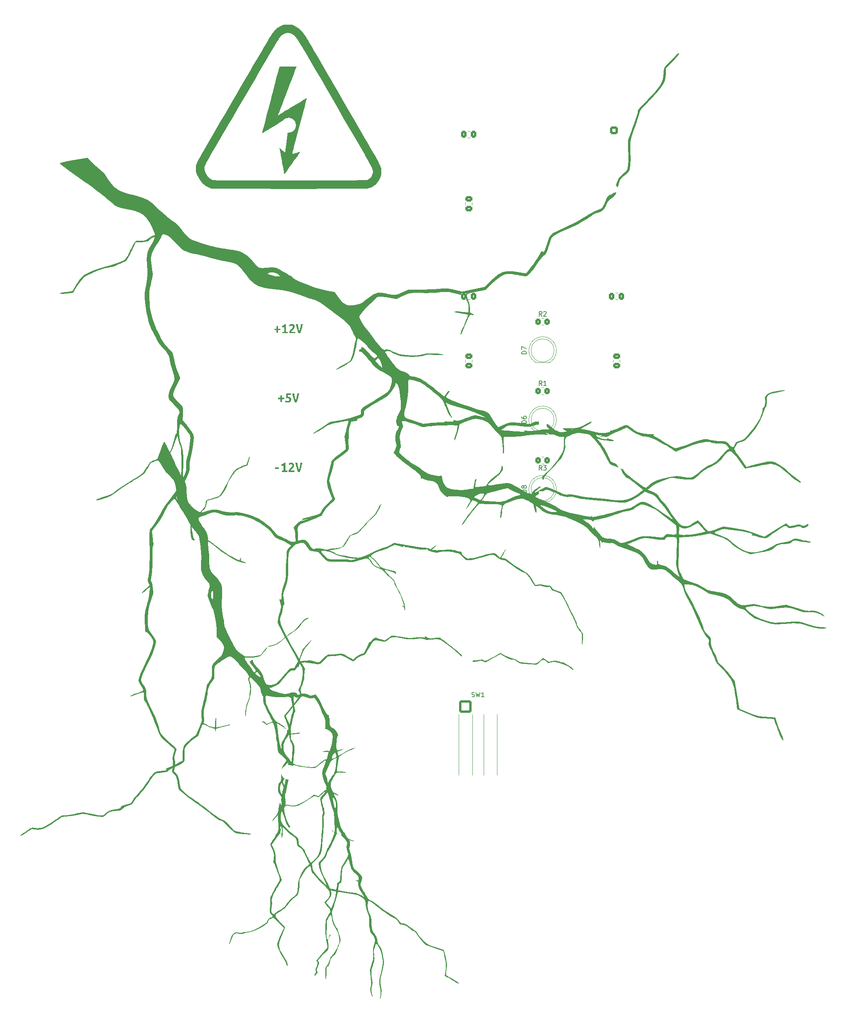
<source format=gto>
G04 #@! TF.GenerationSoftware,KiCad,Pcbnew,(6.0.0)*
G04 #@! TF.CreationDate,2022-01-28T15:40:09+10:00*
G04 #@! TF.ProjectId,PowerSupply,506f7765-7253-4757-9070-6c792e6b6963,rev?*
G04 #@! TF.SameCoordinates,Original*
G04 #@! TF.FileFunction,Legend,Top*
G04 #@! TF.FilePolarity,Positive*
%FSLAX46Y46*%
G04 Gerber Fmt 4.6, Leading zero omitted, Abs format (unit mm)*
G04 Created by KiCad (PCBNEW (6.0.0)) date 2022-01-28 15:40:09*
%MOMM*%
%LPD*%
G01*
G04 APERTURE LIST*
G04 Aperture macros list*
%AMRoundRect*
0 Rectangle with rounded corners*
0 $1 Rounding radius*
0 $2 $3 $4 $5 $6 $7 $8 $9 X,Y pos of 4 corners*
0 Add a 4 corners polygon primitive as box body*
4,1,4,$2,$3,$4,$5,$6,$7,$8,$9,$2,$3,0*
0 Add four circle primitives for the rounded corners*
1,1,$1+$1,$2,$3*
1,1,$1+$1,$4,$5*
1,1,$1+$1,$6,$7*
1,1,$1+$1,$8,$9*
0 Add four rect primitives between the rounded corners*
20,1,$1+$1,$2,$3,$4,$5,0*
20,1,$1+$1,$4,$5,$6,$7,0*
20,1,$1+$1,$6,$7,$8,$9,0*
20,1,$1+$1,$8,$9,$2,$3,0*%
G04 Aperture macros list end*
%ADD10C,0.150000*%
%ADD11C,0.120000*%
%ADD12R,1.800000X1.800000*%
%ADD13C,1.800000*%
%ADD14RoundRect,0.250000X0.475000X-0.337500X0.475000X0.337500X-0.475000X0.337500X-0.475000X-0.337500X0*%
%ADD15C,3.200000*%
%ADD16RoundRect,0.250000X-0.350000X-0.450000X0.350000X-0.450000X0.350000X0.450000X-0.350000X0.450000X0*%
%ADD17R,2.000000X1.905000*%
%ADD18O,2.000000X1.905000*%
%ADD19C,0.500000*%
%ADD20RoundRect,0.250000X-0.337500X-0.475000X0.337500X-0.475000X0.337500X0.475000X-0.337500X0.475000X0*%
%ADD21R,2.400000X2.400000*%
%ADD22O,2.400000X2.400000*%
%ADD23C,5.000000*%
%ADD24R,2.000000X2.000000*%
%ADD25C,2.000000*%
%ADD26RoundRect,0.250000X0.337500X0.475000X-0.337500X0.475000X-0.337500X-0.475000X0.337500X-0.475000X0*%
%ADD27RoundRect,0.250000X0.350000X0.450000X-0.350000X0.450000X-0.350000X-0.450000X0.350000X-0.450000X0*%
%ADD28RoundRect,0.250000X-1.125000X-1.125000X1.125000X-1.125000X1.125000X1.125000X-1.125000X1.125000X0*%
%ADD29C,2.750000*%
%ADD30C,1.700000*%
%ADD31RoundRect,0.250000X0.600000X0.600000X-0.600000X0.600000X-0.600000X-0.600000X0.600000X-0.600000X0*%
%ADD32R,4.000000X4.000000*%
%ADD33C,4.000000*%
%ADD34O,2.000000X2.600000*%
%ADD35O,2.600000X2.000000*%
G04 APERTURE END LIST*
D10*
X161492380Y-134468095D02*
X160492380Y-134468095D01*
X160492380Y-134230000D01*
X160540000Y-134087142D01*
X160635238Y-133991904D01*
X160730476Y-133944285D01*
X160920952Y-133896666D01*
X161063809Y-133896666D01*
X161254285Y-133944285D01*
X161349523Y-133991904D01*
X161444761Y-134087142D01*
X161492380Y-134230000D01*
X161492380Y-134468095D01*
X160492380Y-133039523D02*
X160492380Y-133230000D01*
X160540000Y-133325238D01*
X160587619Y-133372857D01*
X160730476Y-133468095D01*
X160920952Y-133515714D01*
X161301904Y-133515714D01*
X161397142Y-133468095D01*
X161444761Y-133420476D01*
X161492380Y-133325238D01*
X161492380Y-133134761D01*
X161444761Y-133039523D01*
X161397142Y-132991904D01*
X161301904Y-132944285D01*
X161063809Y-132944285D01*
X160968571Y-132991904D01*
X160920952Y-133039523D01*
X160873333Y-133134761D01*
X160873333Y-133325238D01*
X160920952Y-133420476D01*
X160968571Y-133468095D01*
X161063809Y-133515714D01*
X164833333Y-111302380D02*
X164500000Y-110826190D01*
X164261904Y-111302380D02*
X164261904Y-110302380D01*
X164642857Y-110302380D01*
X164738095Y-110350000D01*
X164785714Y-110397619D01*
X164833333Y-110492857D01*
X164833333Y-110635714D01*
X164785714Y-110730952D01*
X164738095Y-110778571D01*
X164642857Y-110826190D01*
X164261904Y-110826190D01*
X165214285Y-110397619D02*
X165261904Y-110350000D01*
X165357142Y-110302380D01*
X165595238Y-110302380D01*
X165690476Y-110350000D01*
X165738095Y-110397619D01*
X165785714Y-110492857D01*
X165785714Y-110588095D01*
X165738095Y-110730952D01*
X165166666Y-111302380D01*
X165785714Y-111302380D01*
X161492380Y-119468095D02*
X160492380Y-119468095D01*
X160492380Y-119230000D01*
X160540000Y-119087142D01*
X160635238Y-118991904D01*
X160730476Y-118944285D01*
X160920952Y-118896666D01*
X161063809Y-118896666D01*
X161254285Y-118944285D01*
X161349523Y-118991904D01*
X161444761Y-119087142D01*
X161492380Y-119230000D01*
X161492380Y-119468095D01*
X160492380Y-118563333D02*
X160492380Y-117896666D01*
X161492380Y-118325238D01*
X164833333Y-126302380D02*
X164500000Y-125826190D01*
X164261904Y-126302380D02*
X164261904Y-125302380D01*
X164642857Y-125302380D01*
X164738095Y-125350000D01*
X164785714Y-125397619D01*
X164833333Y-125492857D01*
X164833333Y-125635714D01*
X164785714Y-125730952D01*
X164738095Y-125778571D01*
X164642857Y-125826190D01*
X164261904Y-125826190D01*
X165785714Y-126302380D02*
X165214285Y-126302380D01*
X165500000Y-126302380D02*
X165500000Y-125302380D01*
X165404761Y-125445238D01*
X165309523Y-125540476D01*
X165214285Y-125588095D01*
X161492380Y-149468095D02*
X160492380Y-149468095D01*
X160492380Y-149230000D01*
X160540000Y-149087142D01*
X160635238Y-148991904D01*
X160730476Y-148944285D01*
X160920952Y-148896666D01*
X161063809Y-148896666D01*
X161254285Y-148944285D01*
X161349523Y-148991904D01*
X161444761Y-149087142D01*
X161492380Y-149230000D01*
X161492380Y-149468095D01*
X160920952Y-148325238D02*
X160873333Y-148420476D01*
X160825714Y-148468095D01*
X160730476Y-148515714D01*
X160682857Y-148515714D01*
X160587619Y-148468095D01*
X160540000Y-148420476D01*
X160492380Y-148325238D01*
X160492380Y-148134761D01*
X160540000Y-148039523D01*
X160587619Y-147991904D01*
X160682857Y-147944285D01*
X160730476Y-147944285D01*
X160825714Y-147991904D01*
X160873333Y-148039523D01*
X160920952Y-148134761D01*
X160920952Y-148325238D01*
X160968571Y-148420476D01*
X161016190Y-148468095D01*
X161111428Y-148515714D01*
X161301904Y-148515714D01*
X161397142Y-148468095D01*
X161444761Y-148420476D01*
X161492380Y-148325238D01*
X161492380Y-148134761D01*
X161444761Y-148039523D01*
X161397142Y-147991904D01*
X161301904Y-147944285D01*
X161111428Y-147944285D01*
X161016190Y-147991904D01*
X160968571Y-148039523D01*
X160920952Y-148134761D01*
X164833333Y-144602380D02*
X164500000Y-144126190D01*
X164261904Y-144602380D02*
X164261904Y-143602380D01*
X164642857Y-143602380D01*
X164738095Y-143650000D01*
X164785714Y-143697619D01*
X164833333Y-143792857D01*
X164833333Y-143935714D01*
X164785714Y-144030952D01*
X164738095Y-144078571D01*
X164642857Y-144126190D01*
X164261904Y-144126190D01*
X165166666Y-143602380D02*
X165785714Y-143602380D01*
X165452380Y-143983333D01*
X165595238Y-143983333D01*
X165690476Y-144030952D01*
X165738095Y-144078571D01*
X165785714Y-144173809D01*
X165785714Y-144411904D01*
X165738095Y-144507142D01*
X165690476Y-144554761D01*
X165595238Y-144602380D01*
X165309523Y-144602380D01*
X165214285Y-144554761D01*
X165166666Y-144507142D01*
X149666666Y-193614761D02*
X149809523Y-193662380D01*
X150047619Y-193662380D01*
X150142857Y-193614761D01*
X150190476Y-193567142D01*
X150238095Y-193471904D01*
X150238095Y-193376666D01*
X150190476Y-193281428D01*
X150142857Y-193233809D01*
X150047619Y-193186190D01*
X149857142Y-193138571D01*
X149761904Y-193090952D01*
X149714285Y-193043333D01*
X149666666Y-192948095D01*
X149666666Y-192852857D01*
X149714285Y-192757619D01*
X149761904Y-192710000D01*
X149857142Y-192662380D01*
X150095238Y-192662380D01*
X150238095Y-192710000D01*
X150571428Y-192662380D02*
X150809523Y-193662380D01*
X151000000Y-192948095D01*
X151190476Y-193662380D01*
X151428571Y-192662380D01*
X152333333Y-193662380D02*
X151761904Y-193662380D01*
X152047619Y-193662380D02*
X152047619Y-192662380D01*
X151952380Y-192805238D01*
X151857142Y-192900476D01*
X151761904Y-192948095D01*
G36*
X154205498Y-133686289D02*
G01*
X154557310Y-134231764D01*
X154907078Y-134721526D01*
X155205377Y-135086690D01*
X155402784Y-135258369D01*
X155418302Y-135261404D01*
X155650860Y-135207730D01*
X156062177Y-135050294D01*
X156574379Y-134818345D01*
X156618858Y-134796927D01*
X157180116Y-134549363D01*
X157690931Y-134387566D01*
X158220786Y-134305772D01*
X158839164Y-134298216D01*
X159615547Y-134359133D01*
X160619417Y-134482760D01*
X161141279Y-134551640D01*
X161736853Y-134620402D01*
X162138041Y-134642057D01*
X162408401Y-134614218D01*
X162611488Y-134534501D01*
X162810862Y-134400519D01*
X162861139Y-134363997D01*
X163172870Y-134188794D01*
X163528345Y-134116796D01*
X164055158Y-134119149D01*
X164629380Y-134165699D01*
X165544730Y-134368099D01*
X166308901Y-134748441D01*
X167002471Y-135340103D01*
X167240228Y-135569935D01*
X167316502Y-135643666D01*
X167732929Y-135958185D01*
X168016389Y-136044078D01*
X168183879Y-136051732D01*
X168336923Y-136197757D01*
X168458237Y-136309627D01*
X168810837Y-136384152D01*
X169315534Y-136389870D01*
X169893810Y-136320588D01*
X170265503Y-136251887D01*
X169772715Y-135951950D01*
X169678522Y-135892702D01*
X169669031Y-135885680D01*
X170990317Y-135885680D01*
X171020923Y-135928343D01*
X171278045Y-135899600D01*
X171324109Y-135890465D01*
X171517329Y-135829815D01*
X171448253Y-135793127D01*
X171292933Y-135795832D01*
X171002545Y-135877406D01*
X170990317Y-135885680D01*
X169669031Y-135885680D01*
X169412132Y-135695616D01*
X169329939Y-135580586D01*
X169393364Y-135563562D01*
X169701784Y-135545601D01*
X170203903Y-135542479D01*
X170831449Y-135555342D01*
X171780180Y-135545096D01*
X172776912Y-135399908D01*
X173680685Y-135083625D01*
X174592568Y-134569767D01*
X174635080Y-134542151D01*
X175096087Y-134272267D01*
X175434403Y-134126587D01*
X175606521Y-134118799D01*
X175568930Y-134262594D01*
X175523093Y-134309567D01*
X175250284Y-134507639D01*
X174807689Y-134784633D01*
X174265082Y-135095951D01*
X173992762Y-135249074D01*
X173654295Y-135453011D01*
X173584952Y-135494791D01*
X173356741Y-135657095D01*
X173351841Y-135706749D01*
X173514074Y-135715674D01*
X173933190Y-135784307D01*
X174516589Y-135904796D01*
X175190942Y-136062941D01*
X175220846Y-136070342D01*
X176167025Y-136296437D01*
X176894381Y-136448195D01*
X177472284Y-136536255D01*
X177970107Y-136571255D01*
X178457218Y-136563834D01*
X178900595Y-136515691D01*
X179323909Y-136410146D01*
X179579888Y-136275419D01*
X179601373Y-136136587D01*
X179595554Y-136128974D01*
X179671591Y-136055135D01*
X179959145Y-136030626D01*
X180224188Y-135998511D01*
X180758378Y-135835694D01*
X181381371Y-135564140D01*
X181901061Y-135304562D01*
X182453432Y-135040498D01*
X182851308Y-134900293D01*
X183166221Y-134884602D01*
X183469710Y-134994082D01*
X183833310Y-135229391D01*
X184328558Y-135591182D01*
X184838573Y-135947095D01*
X185414733Y-136284474D01*
X185965189Y-136506696D01*
X186601621Y-136666601D01*
X187230652Y-136769963D01*
X187921405Y-136838565D01*
X188475196Y-136848423D01*
X188766958Y-136838905D01*
X189037269Y-136854294D01*
X189070299Y-136899263D01*
X188986424Y-136953882D01*
X188932547Y-137103838D01*
X189131454Y-137283749D01*
X189603073Y-137516710D01*
X189937094Y-137684329D01*
X190485115Y-137995976D01*
X191133641Y-138390276D01*
X191803150Y-138820121D01*
X192277228Y-139123092D01*
X192934525Y-139504194D01*
X193455550Y-139756399D01*
X193788138Y-139852576D01*
X193793688Y-139852754D01*
X194121765Y-139803071D01*
X194665223Y-139657097D01*
X195361703Y-139433376D01*
X196148847Y-139150457D01*
X196971666Y-138850010D01*
X197828570Y-138554612D01*
X198606976Y-138302428D01*
X199205513Y-138127387D01*
X199319555Y-138097547D01*
X199908752Y-137960385D01*
X200353089Y-137910833D01*
X200776186Y-137944817D01*
X201301662Y-138058258D01*
X201742779Y-138153191D01*
X202435223Y-138264344D01*
X203023281Y-138318843D01*
X203683373Y-138345172D01*
X204263546Y-138387048D01*
X204658701Y-138458524D01*
X204933239Y-138579616D01*
X205151560Y-138770339D01*
X205378063Y-139050709D01*
X205615313Y-139336964D01*
X205909632Y-139567249D01*
X206190088Y-139599055D01*
X206405264Y-139519066D01*
X206507787Y-139361027D01*
X206507569Y-139359745D01*
X206563606Y-139116989D01*
X206739640Y-138782816D01*
X206858541Y-138626620D01*
X207181646Y-138397527D01*
X207692304Y-138259514D01*
X207937144Y-138207832D01*
X208242708Y-138093996D01*
X208545290Y-137892332D01*
X208911316Y-137555447D01*
X209407211Y-137035948D01*
X209748277Y-136661580D01*
X210688010Y-135535290D01*
X211458089Y-134460477D01*
X212031791Y-133476767D01*
X212382394Y-132623791D01*
X212515745Y-132122681D01*
X212607116Y-131663431D01*
X212624590Y-131388253D01*
X212648568Y-131209789D01*
X212854792Y-130979547D01*
X212999970Y-130829427D01*
X213151535Y-130428609D01*
X213219170Y-129897925D01*
X213183082Y-129336442D01*
X213160193Y-129147244D01*
X213227207Y-128661547D01*
X213510518Y-128266359D01*
X214031221Y-127947083D01*
X214810408Y-127689127D01*
X215869172Y-127477895D01*
X216354811Y-127406701D01*
X216909383Y-127344503D01*
X217292152Y-127325495D01*
X217440173Y-127354618D01*
X217404668Y-127391847D01*
X217143125Y-127488117D01*
X216681740Y-127604226D01*
X216084985Y-127722667D01*
X215135204Y-127914182D01*
X214396746Y-128131888D01*
X213899557Y-128388471D01*
X213612285Y-128707403D01*
X213503575Y-129112154D01*
X213542074Y-129626193D01*
X213569900Y-130089291D01*
X213443877Y-130763546D01*
X213149409Y-131308618D01*
X213017204Y-131540795D01*
X212835931Y-131983242D01*
X212658296Y-132520560D01*
X212588030Y-132746930D01*
X211975395Y-134181619D01*
X211077147Y-135621404D01*
X209906445Y-137044648D01*
X209597842Y-137376421D01*
X209142289Y-137848670D01*
X208802377Y-138158320D01*
X208522548Y-138346827D01*
X208247237Y-138455652D01*
X207920886Y-138526255D01*
X207890908Y-138531591D01*
X207432495Y-138641982D01*
X207172265Y-138799827D01*
X207011296Y-139063559D01*
X206845805Y-139398532D01*
X206612791Y-139779022D01*
X206607796Y-139787179D01*
X206552462Y-139869701D01*
X206506185Y-139999718D01*
X206529930Y-140165048D01*
X206645257Y-140407539D01*
X206873729Y-140769046D01*
X207236907Y-141291414D01*
X207756351Y-142016497D01*
X209133344Y-143929981D01*
X210204438Y-143628725D01*
X211200550Y-143352913D01*
X212248323Y-143077868D01*
X213072977Y-142883758D01*
X213710535Y-142763009D01*
X214197022Y-142708049D01*
X214568462Y-142711304D01*
X214788995Y-142745617D01*
X215489919Y-142997198D01*
X216332145Y-143483402D01*
X217324549Y-144209844D01*
X218476009Y-145182136D01*
X218488149Y-145192923D01*
X219081526Y-145703766D01*
X219639104Y-146155182D01*
X220098768Y-146498599D01*
X220398403Y-146685440D01*
X220441789Y-146706573D01*
X220771237Y-146939268D01*
X220933822Y-147183125D01*
X220942222Y-147247741D01*
X220893702Y-147338214D01*
X220696134Y-147286278D01*
X220295520Y-147083507D01*
X220162033Y-147009999D01*
X219855856Y-146826197D01*
X219536895Y-146605451D01*
X219163207Y-146314198D01*
X218692850Y-145918871D01*
X218083882Y-145385906D01*
X217294362Y-144681736D01*
X216938882Y-144372002D01*
X216365053Y-143932628D01*
X215848252Y-143641121D01*
X215299235Y-143442029D01*
X215134341Y-143394914D01*
X214840339Y-143320523D01*
X214564336Y-143280013D01*
X214253880Y-143277468D01*
X213856525Y-143316971D01*
X213319824Y-143402605D01*
X212591328Y-143538456D01*
X211618588Y-143728605D01*
X208839518Y-144274904D01*
X207728103Y-142779773D01*
X207086760Y-141929558D01*
X206541369Y-141256776D01*
X206102773Y-140808037D01*
X205737634Y-140570484D01*
X205412611Y-140531258D01*
X205094367Y-140677502D01*
X204749562Y-140996357D01*
X204344854Y-141474966D01*
X203793983Y-142135921D01*
X203259765Y-142694746D01*
X202729269Y-143130378D01*
X202117502Y-143511598D01*
X201339474Y-143907188D01*
X200742292Y-144212527D01*
X199845737Y-144782796D01*
X199018365Y-145481424D01*
X198831100Y-145655431D01*
X198348661Y-146077880D01*
X197933785Y-146407090D01*
X197660130Y-146583308D01*
X197610508Y-146601314D01*
X197221711Y-146656423D01*
X196628004Y-146668260D01*
X195906327Y-146641061D01*
X195133621Y-146579064D01*
X194386828Y-146486505D01*
X193742887Y-146367619D01*
X193576370Y-146330074D01*
X193264371Y-146276610D01*
X192978653Y-146276724D01*
X192641534Y-146342669D01*
X192175333Y-146486700D01*
X191502368Y-146721071D01*
X191043417Y-146888646D01*
X189862186Y-147387354D01*
X188920236Y-147905416D01*
X188170567Y-148467467D01*
X187946000Y-148666216D01*
X187718778Y-148867315D01*
X188546274Y-149164118D01*
X189019994Y-149362881D01*
X189583289Y-149685243D01*
X189989822Y-150022931D01*
X190172306Y-150327789D01*
X190181978Y-150355579D01*
X190337461Y-150586595D01*
X190638622Y-150952505D01*
X191032214Y-151387675D01*
X191076263Y-151434963D01*
X191579950Y-152030354D01*
X192109920Y-152734791D01*
X192558417Y-153405789D01*
X192916482Y-153976273D01*
X193606223Y-154989326D01*
X193773242Y-155202252D01*
X194224081Y-155777011D01*
X194755319Y-156321381D01*
X194803273Y-156352961D01*
X195185199Y-156604490D01*
X195267239Y-156632643D01*
X195738059Y-156706933D01*
X196264900Y-156693889D01*
X196730094Y-156603669D01*
X197015971Y-156446433D01*
X197129692Y-156352255D01*
X197454839Y-156139225D01*
X197889481Y-155885805D01*
X198642501Y-155468971D01*
X198988651Y-155776160D01*
X199145342Y-155929603D01*
X199492172Y-156316848D01*
X199849981Y-156760123D01*
X200053218Y-157023823D01*
X200414458Y-157444190D01*
X200743544Y-157698933D01*
X201035099Y-157779338D01*
X201102766Y-157797999D01*
X201554412Y-157751333D01*
X202160772Y-157568882D01*
X202984133Y-157260592D01*
X204184157Y-156797155D01*
X206542272Y-157160601D01*
X207299297Y-157287816D01*
X208423133Y-157515499D01*
X209417981Y-157763658D01*
X210197467Y-158012171D01*
X210387780Y-158083243D01*
X211089919Y-158337803D01*
X211754162Y-158568526D01*
X212258465Y-158732739D01*
X213022384Y-158965183D01*
X215350009Y-157547925D01*
X217677633Y-156130668D01*
X218092726Y-156470406D01*
X218209313Y-156562877D01*
X218424228Y-156688864D01*
X218669422Y-156724924D01*
X219032269Y-156675350D01*
X219600142Y-156544432D01*
X220166661Y-156416833D01*
X220549467Y-156367730D01*
X220801249Y-156402591D01*
X221002915Y-156520008D01*
X221296284Y-156653561D01*
X221719697Y-156605488D01*
X222280709Y-156330332D01*
X222447741Y-156270534D01*
X222563119Y-156408288D01*
X222505057Y-156572371D01*
X222248675Y-156814820D01*
X221876335Y-157035420D01*
X221482835Y-157167545D01*
X221283567Y-157136327D01*
X221002031Y-156941967D01*
X220951042Y-156888476D01*
X220796254Y-156786735D01*
X220573288Y-156765527D01*
X220208159Y-156826410D01*
X219626887Y-156970944D01*
X219249579Y-157067957D01*
X218804942Y-157163569D01*
X218515640Y-157175614D01*
X218296742Y-157102567D01*
X218063322Y-156942909D01*
X218018131Y-156909658D01*
X217683364Y-156713567D01*
X217444556Y-156651420D01*
X217351955Y-156692947D01*
X217039593Y-156878132D01*
X216573890Y-157175854D01*
X216011737Y-157547493D01*
X215410022Y-157954428D01*
X214825636Y-158358037D01*
X214315466Y-158719703D01*
X213936403Y-159000802D01*
X213745336Y-159162714D01*
X213576403Y-159256604D01*
X213158198Y-159313768D01*
X212615315Y-159288782D01*
X212043129Y-159187920D01*
X211537011Y-159017454D01*
X211366359Y-158946261D01*
X210898753Y-158811915D01*
X210539095Y-158787825D01*
X210305719Y-158796479D01*
X210346021Y-158693176D01*
X210442913Y-158551142D01*
X210297092Y-158415687D01*
X209993816Y-158279321D01*
X209228754Y-158056815D01*
X208164971Y-157855010D01*
X206800970Y-157673588D01*
X206724196Y-157664853D01*
X205970782Y-157573900D01*
X205312659Y-157485588D01*
X204818303Y-157409610D01*
X204556183Y-157355667D01*
X204480383Y-157338761D01*
X204040598Y-157378255D01*
X203899234Y-157423004D01*
X203369444Y-157590707D01*
X203279478Y-157624745D01*
X202687696Y-157853209D01*
X202344894Y-158021641D01*
X202257477Y-158164387D01*
X202431849Y-158315787D01*
X202874413Y-158510184D01*
X203591574Y-158781920D01*
X203895962Y-158898010D01*
X204597463Y-159190258D01*
X205117289Y-159462047D01*
X205536144Y-159759807D01*
X205934729Y-160129967D01*
X206299929Y-160477632D01*
X207236840Y-161203728D01*
X208238749Y-161783452D01*
X209246903Y-162190881D01*
X210202543Y-162400098D01*
X211046916Y-162385181D01*
X211544221Y-162286601D01*
X212575582Y-162020696D01*
X213560519Y-161692485D01*
X214414138Y-161331987D01*
X215051546Y-160969216D01*
X215176279Y-160882512D01*
X215558736Y-160648938D01*
X215942946Y-160491297D01*
X216428750Y-160375684D01*
X217115991Y-160268196D01*
X217395303Y-160226181D01*
X217934790Y-160124535D01*
X218300027Y-160025656D01*
X218427898Y-159945088D01*
X218425363Y-159911774D01*
X218513270Y-159885530D01*
X218524008Y-159890941D01*
X218723699Y-159842854D01*
X219025740Y-159655137D01*
X219070973Y-159621173D01*
X219298163Y-159482316D01*
X219545474Y-159420264D01*
X219880454Y-159436963D01*
X220370649Y-159534359D01*
X221083608Y-159714396D01*
X221255776Y-159756682D01*
X221681279Y-159837328D01*
X221952695Y-159854542D01*
X221997958Y-159852021D01*
X222318341Y-159899042D01*
X222738784Y-160016544D01*
X223037907Y-160134444D01*
X223137593Y-160227347D01*
X222976910Y-160267710D01*
X222576322Y-160254888D01*
X221956292Y-160188232D01*
X221137285Y-160067099D01*
X220589416Y-159980012D01*
X219938810Y-159891297D01*
X219498745Y-159863563D01*
X219216406Y-159899276D01*
X219038978Y-160000901D01*
X218913645Y-160170903D01*
X218889002Y-160210328D01*
X218750504Y-160337739D01*
X218500396Y-160429779D01*
X218075229Y-160503569D01*
X217411553Y-160576232D01*
X217376452Y-160579631D01*
X216737047Y-160647801D01*
X216295844Y-160726232D01*
X215954278Y-160850158D01*
X215613786Y-161054813D01*
X215175803Y-161375429D01*
X214957314Y-161538621D01*
X214644773Y-161756530D01*
X214352917Y-161917271D01*
X214018043Y-162042744D01*
X213576453Y-162154848D01*
X212964445Y-162275483D01*
X212118319Y-162426548D01*
X209951381Y-162808638D01*
X208934482Y-162409061D01*
X208313305Y-162140307D01*
X207532301Y-161740959D01*
X206817609Y-161313717D01*
X206241739Y-160902629D01*
X205877199Y-160551747D01*
X205657374Y-160302095D01*
X204974413Y-159774594D01*
X204022866Y-159294267D01*
X202786550Y-158852215D01*
X201200644Y-158364238D01*
X199029979Y-158724221D01*
X198878796Y-158748920D01*
X197978691Y-158882718D01*
X197090024Y-158995259D01*
X196308106Y-159075352D01*
X195728246Y-159111810D01*
X195628572Y-159114415D01*
X195101459Y-159134525D01*
X194724681Y-159159494D01*
X194574241Y-159184533D01*
X194568313Y-159231588D01*
X194553244Y-159525018D01*
X194534972Y-160038420D01*
X194514778Y-160716871D01*
X194493945Y-161505450D01*
X194473757Y-162349233D01*
X194455495Y-163193298D01*
X194440443Y-163982723D01*
X194429882Y-164662585D01*
X194425096Y-165177960D01*
X194427367Y-165473929D01*
X194503334Y-165902168D01*
X194699520Y-166508680D01*
X194968975Y-167156744D01*
X195265288Y-167735587D01*
X195542047Y-168134435D01*
X195623833Y-168200228D01*
X195984547Y-168387462D01*
X196519581Y-168598035D01*
X197146001Y-168797653D01*
X197162190Y-168802260D01*
X198443451Y-169273077D01*
X199629091Y-169904853D01*
X199998959Y-170134452D01*
X200508762Y-170410544D01*
X200998824Y-170599534D01*
X201576128Y-170739320D01*
X202347660Y-170867794D01*
X202578561Y-170904023D01*
X203771417Y-171152143D01*
X204752849Y-171465838D01*
X205493090Y-171833768D01*
X205962371Y-172244595D01*
X206061363Y-172371261D01*
X206651966Y-172994058D01*
X207283774Y-173475850D01*
X207872352Y-173750085D01*
X208012689Y-173780790D01*
X208675640Y-173807432D01*
X209545911Y-173703494D01*
X210068956Y-173623369D01*
X210621653Y-173594250D01*
X211169917Y-173655154D01*
X211857990Y-173812907D01*
X212478370Y-173968775D01*
X213167592Y-174115451D01*
X213757166Y-174188139D01*
X214346354Y-174191666D01*
X215034416Y-174130861D01*
X215920615Y-174010556D01*
X217719101Y-173748389D01*
X219994139Y-174446488D01*
X220529728Y-174608994D01*
X221304772Y-174831428D01*
X221883484Y-174972213D01*
X222323492Y-175042139D01*
X222682423Y-175051994D01*
X223017905Y-175012565D01*
X223376471Y-174965614D01*
X223781575Y-174982952D01*
X224232324Y-175105457D01*
X224838238Y-175353647D01*
X224933522Y-175396598D01*
X225446033Y-175659643D01*
X225831853Y-175909969D01*
X226013643Y-176098563D01*
X226021197Y-176119171D01*
X226022028Y-176237929D01*
X225860219Y-176198262D01*
X225494013Y-175991572D01*
X225129156Y-175783529D01*
X224401042Y-175480343D01*
X223647051Y-175351035D01*
X222740590Y-175366884D01*
X222556825Y-175379511D01*
X222018476Y-175386547D01*
X221516956Y-175325548D01*
X220947824Y-175178383D01*
X220206646Y-174926915D01*
X220148140Y-174905961D01*
X219208413Y-174596713D01*
X218419335Y-174413027D01*
X217670571Y-174344326D01*
X216851785Y-174380033D01*
X215852643Y-174509575D01*
X215165696Y-174612222D01*
X214647759Y-174669118D01*
X214220663Y-174671039D01*
X213788880Y-174611424D01*
X213256883Y-174483714D01*
X212529142Y-174281350D01*
X212006866Y-174145129D01*
X211402408Y-174042570D01*
X210804683Y-174031497D01*
X210063179Y-174100896D01*
X209485003Y-174173333D01*
X209100239Y-174251243D01*
X208954601Y-174370451D01*
X209042761Y-174573069D01*
X209359388Y-174901210D01*
X209899155Y-175396984D01*
X209933882Y-175428388D01*
X210832571Y-176078841D01*
X212015606Y-176674305D01*
X213490107Y-177218391D01*
X213861463Y-177332126D01*
X214390491Y-177465770D01*
X214917436Y-177550765D01*
X215502838Y-177590314D01*
X216207236Y-177587616D01*
X217091170Y-177545876D01*
X218215178Y-177468293D01*
X218248710Y-177465789D01*
X219145409Y-177402941D01*
X219839115Y-177375241D01*
X220410898Y-177394390D01*
X220941827Y-177472096D01*
X221512973Y-177620065D01*
X222205404Y-177849999D01*
X223100191Y-178173606D01*
X223302014Y-178244888D01*
X224331831Y-178509540D01*
X225360465Y-178585182D01*
X225655174Y-178587900D01*
X226147868Y-178623296D01*
X226431137Y-178686221D01*
X226482243Y-178761093D01*
X226278451Y-178832330D01*
X225797023Y-178884352D01*
X224974770Y-178875564D01*
X223604859Y-178658595D01*
X222063060Y-178198346D01*
X221991000Y-178172777D01*
X221351790Y-177969711D01*
X220742529Y-177833376D01*
X220097381Y-177759149D01*
X219350516Y-177742402D01*
X218436097Y-177778510D01*
X217288290Y-177862846D01*
X216910086Y-177893612D01*
X216064640Y-177949613D01*
X215395106Y-177957937D01*
X214810592Y-177907323D01*
X214220203Y-177786509D01*
X213533045Y-177584237D01*
X212658225Y-177289246D01*
X212222181Y-177137995D01*
X211491083Y-176875391D01*
X210954060Y-176657086D01*
X210548365Y-176448204D01*
X210211254Y-176213872D01*
X209879980Y-175919218D01*
X209491799Y-175529367D01*
X209050764Y-175117946D01*
X208524634Y-174775765D01*
X207903460Y-174549814D01*
X207655974Y-174470011D01*
X206835195Y-174059973D01*
X206068837Y-173482891D01*
X205480642Y-172826764D01*
X205275976Y-172630741D01*
X204763405Y-172344891D01*
X204028977Y-172061209D01*
X203118958Y-171796804D01*
X202079604Y-171568791D01*
X201509959Y-171443138D01*
X200950802Y-171251238D01*
X200397321Y-170961831D01*
X199733635Y-170523273D01*
X199297768Y-170234561D01*
X198329918Y-169737194D01*
X197346641Y-169459372D01*
X196241621Y-169365855D01*
X195677465Y-169359698D01*
X195799320Y-170050776D01*
X195867014Y-170323452D01*
X196105035Y-170935723D01*
X196427148Y-171530768D01*
X196445729Y-171559815D01*
X196945528Y-172391218D01*
X197473909Y-173353279D01*
X198004837Y-174390131D01*
X198512283Y-175445900D01*
X198970211Y-176464718D01*
X199352590Y-177390712D01*
X199633388Y-178168011D01*
X199786571Y-178740746D01*
X199919494Y-179182388D01*
X200352116Y-179792446D01*
X200419318Y-179857378D01*
X200803995Y-180228719D01*
X201126180Y-180539264D01*
X201209539Y-180624434D01*
X201356739Y-180852838D01*
X201416765Y-181168128D01*
X201416919Y-181677172D01*
X201417483Y-181971057D01*
X201484818Y-182510916D01*
X201659275Y-183084348D01*
X201964909Y-183761326D01*
X202425775Y-184611825D01*
X202499683Y-184749722D01*
X202728774Y-185279705D01*
X202867275Y-185756348D01*
X202964499Y-186085300D01*
X203204605Y-186422406D01*
X203647902Y-186789202D01*
X203968508Y-187066040D01*
X204438526Y-187547839D01*
X204961414Y-188141555D01*
X205472018Y-188776215D01*
X206609665Y-190264368D01*
X207115183Y-193245689D01*
X207620700Y-196227009D01*
X208915182Y-196792979D01*
X210033558Y-197254670D01*
X211058165Y-197601865D01*
X212032159Y-197832224D01*
X213059602Y-197970089D01*
X214244551Y-198039806D01*
X215402855Y-198078843D01*
X215658990Y-199031549D01*
X215795824Y-199491721D01*
X215996829Y-200060108D01*
X216179797Y-200474915D01*
X216363597Y-200857590D01*
X216601377Y-201411805D01*
X216837474Y-202009320D01*
X216981846Y-202404534D01*
X217104180Y-202803726D01*
X217120928Y-203013507D01*
X217042041Y-203086290D01*
X216892253Y-202982408D01*
X216660480Y-202597096D01*
X216359884Y-201937261D01*
X215994671Y-201012194D01*
X215569044Y-199831186D01*
X215447340Y-199485057D01*
X215256086Y-198957169D01*
X215114305Y-198586727D01*
X215046151Y-198438075D01*
X214891260Y-198417574D01*
X214493611Y-198386480D01*
X213914750Y-198349391D01*
X213215814Y-198310568D01*
X212890211Y-198293038D01*
X212266172Y-198248612D01*
X211755843Y-198182167D01*
X211281262Y-198073446D01*
X210764471Y-197902190D01*
X210127507Y-197648140D01*
X209292408Y-197291037D01*
X207148959Y-196363734D01*
X206817915Y-194015730D01*
X206763798Y-193645289D01*
X206621891Y-192769358D01*
X206473462Y-191964041D01*
X206333159Y-191305821D01*
X206215631Y-190871177D01*
X206036770Y-190453342D01*
X205632900Y-189742711D01*
X205107083Y-188967210D01*
X204519267Y-188207869D01*
X203929395Y-187545718D01*
X203397414Y-187061784D01*
X203096385Y-186813063D01*
X202695402Y-186341070D01*
X202404309Y-185726328D01*
X202356332Y-185601450D01*
X202115654Y-185027455D01*
X201806425Y-184341630D01*
X201483347Y-183666333D01*
X201185087Y-183039893D01*
X201007652Y-182590222D01*
X200940951Y-182273230D01*
X200964315Y-182023497D01*
X201022584Y-181720595D01*
X200990911Y-181336824D01*
X200787091Y-180951881D01*
X200376693Y-180475040D01*
X200193580Y-180265564D01*
X199956676Y-179932281D01*
X199705265Y-179494723D01*
X199416215Y-178908256D01*
X199066394Y-178128249D01*
X198632670Y-177110072D01*
X198418617Y-176601524D01*
X197993034Y-175607010D01*
X197631527Y-174796307D01*
X197301176Y-174101646D01*
X196969060Y-173455264D01*
X196602259Y-172789392D01*
X196167854Y-172036267D01*
X195975902Y-171676654D01*
X195735310Y-171125151D01*
X195599220Y-170678065D01*
X195593009Y-170644569D01*
X195347027Y-169778231D01*
X194954574Y-169120928D01*
X194372422Y-168599416D01*
X193922006Y-168253843D01*
X193376554Y-167785403D01*
X192860720Y-167300310D01*
X192375580Y-166850643D01*
X191631012Y-166319356D01*
X190948981Y-166053948D01*
X190305262Y-166042494D01*
X190121376Y-166068409D01*
X189558036Y-166108783D01*
X188973085Y-166111518D01*
X188684186Y-166093482D01*
X188406875Y-166035089D01*
X188161598Y-165901038D01*
X187911822Y-165654020D01*
X187621009Y-165256732D01*
X187252628Y-164671868D01*
X186770142Y-163862122D01*
X186664526Y-163686736D01*
X186365253Y-163248756D01*
X186043066Y-162904673D01*
X185643913Y-162620909D01*
X185113738Y-162363876D01*
X184398490Y-162099993D01*
X183444113Y-161795676D01*
X182792304Y-161580245D01*
X182036098Y-161296113D01*
X181385924Y-161016489D01*
X180934607Y-160778980D01*
X180531926Y-160548101D01*
X183414444Y-160548101D01*
X183549947Y-160695053D01*
X183659970Y-160771348D01*
X184032632Y-160976568D01*
X184566132Y-161237512D01*
X185184368Y-161515960D01*
X185185540Y-161516466D01*
X185814495Y-161806929D01*
X186312671Y-162097770D01*
X186735083Y-162442059D01*
X187136752Y-162892862D01*
X187572694Y-163503251D01*
X188097929Y-164326294D01*
X188463491Y-164746902D01*
X188983441Y-164976149D01*
X189091626Y-164999784D01*
X189559325Y-165070799D01*
X189786112Y-165027059D01*
X189807002Y-164863788D01*
X189749383Y-164637077D01*
X189735261Y-164282991D01*
X189852336Y-164126561D01*
X189937937Y-164165856D01*
X189972216Y-164390841D01*
X189970906Y-164400949D01*
X190019217Y-164802175D01*
X190301383Y-165047652D01*
X190840212Y-165157524D01*
X190851897Y-165158400D01*
X191270255Y-165237414D01*
X191713879Y-165427887D01*
X192226991Y-165758173D01*
X192853816Y-166256623D01*
X193638576Y-166951589D01*
X193748946Y-167051825D01*
X194153424Y-167407921D01*
X194453466Y-167654531D01*
X194590793Y-167743205D01*
X194600975Y-167730496D01*
X194574374Y-167537620D01*
X194464667Y-167189734D01*
X194439077Y-167119599D01*
X194138984Y-166227642D01*
X193962388Y-165517434D01*
X193893915Y-164908225D01*
X193918195Y-164319267D01*
X193921491Y-164287342D01*
X193951290Y-163864805D01*
X193977930Y-163266241D01*
X194000484Y-162551425D01*
X194018026Y-161780137D01*
X194029627Y-161012155D01*
X194034359Y-160307256D01*
X194031297Y-159725220D01*
X194019514Y-159325823D01*
X193998080Y-159168844D01*
X193994928Y-159167564D01*
X193810883Y-159146804D01*
X193411685Y-159119418D01*
X192877487Y-159090976D01*
X192599836Y-159078521D01*
X192146257Y-159070391D01*
X191886852Y-159104351D01*
X191746646Y-159197191D01*
X191650660Y-159365701D01*
X191649323Y-159368566D01*
X191555167Y-159544850D01*
X191432786Y-159656655D01*
X191227847Y-159709107D01*
X190886022Y-159707333D01*
X190352983Y-159656460D01*
X189574397Y-159561614D01*
X189124200Y-159505333D01*
X188440710Y-159420212D01*
X187876845Y-159350371D01*
X187522806Y-159307005D01*
X187295298Y-159286685D01*
X186830950Y-159302657D01*
X186327697Y-159414761D01*
X185711996Y-159642675D01*
X184910306Y-160006079D01*
X184621932Y-160139363D01*
X184086096Y-160364240D01*
X183677907Y-160505160D01*
X183468514Y-160535974D01*
X183414444Y-160548101D01*
X180531926Y-160548101D01*
X180506110Y-160533299D01*
X180072637Y-160387082D01*
X179663621Y-160396284D01*
X179581984Y-160407484D01*
X179060407Y-160397038D01*
X178531518Y-160288560D01*
X178379199Y-160239220D01*
X178076529Y-160160159D01*
X177960470Y-160194869D01*
X177957481Y-160351398D01*
X177957601Y-160399876D01*
X177877485Y-160372260D01*
X177709569Y-160126745D01*
X177426989Y-159639241D01*
X177481240Y-160598614D01*
X177483212Y-160634566D01*
X177491349Y-161179124D01*
X177452406Y-161433337D01*
X177381561Y-161402336D01*
X177293990Y-161091250D01*
X177204871Y-160505209D01*
X177187689Y-160366120D01*
X177106065Y-159916392D01*
X176966009Y-159554292D01*
X176722148Y-159211900D01*
X176329115Y-158821298D01*
X175741536Y-158314562D01*
X175438001Y-158045684D01*
X175146499Y-157749985D01*
X175022427Y-157570383D01*
X174853657Y-157310579D01*
X174443603Y-156965264D01*
X173834949Y-156560983D01*
X173069993Y-156121992D01*
X172191026Y-155672545D01*
X171314458Y-155270861D01*
X173695823Y-155270861D01*
X173793506Y-155360440D01*
X174087558Y-155564709D01*
X174507317Y-155830122D01*
X174850777Y-156065312D01*
X175338146Y-156479230D01*
X175685197Y-156869968D01*
X175809853Y-157040254D01*
X175975427Y-157210064D01*
X176021706Y-157162000D01*
X176021760Y-157020210D01*
X176127926Y-156874606D01*
X176213620Y-156900322D01*
X176323119Y-157108853D01*
X176352938Y-157188176D01*
X176566674Y-157506593D01*
X176952921Y-157972642D01*
X177476744Y-158545580D01*
X178103203Y-159184667D01*
X178137393Y-159214170D01*
X178500191Y-159354463D01*
X179027517Y-159388261D01*
X179715464Y-159408941D01*
X180508150Y-159616677D01*
X181317281Y-160060013D01*
X181610668Y-160247274D01*
X181928982Y-160382347D01*
X182257939Y-160383136D01*
X182736040Y-160270154D01*
X182908976Y-160219430D01*
X183487433Y-160024357D01*
X184182106Y-159765590D01*
X184878460Y-159485100D01*
X185573430Y-159207217D01*
X186173481Y-159016645D01*
X186742273Y-158912286D01*
X187362159Y-158885165D01*
X188115499Y-158926307D01*
X189084647Y-159026738D01*
X189153914Y-159034697D01*
X189951556Y-159121814D01*
X190509167Y-159164077D01*
X190882604Y-159155158D01*
X191127727Y-159088729D01*
X191300393Y-158958459D01*
X191456463Y-158758023D01*
X191590174Y-158580296D01*
X191759902Y-158459114D01*
X192018590Y-158441933D01*
X192470755Y-158502414D01*
X192654355Y-158528365D01*
X193289558Y-158570382D01*
X193737499Y-158518379D01*
X193946753Y-158376732D01*
X193953977Y-158317921D01*
X194528114Y-158317921D01*
X194535070Y-158527500D01*
X194539634Y-158536310D01*
X194725612Y-158589034D01*
X195126276Y-158620355D01*
X195665082Y-158623754D01*
X196037922Y-158610954D01*
X197035396Y-158539682D01*
X198033493Y-158423111D01*
X198931232Y-158274414D01*
X199627628Y-158106766D01*
X200232665Y-157920829D01*
X198624500Y-156035008D01*
X197431075Y-156667467D01*
X197000209Y-156888105D01*
X196388073Y-157149542D01*
X195904200Y-157255837D01*
X195472530Y-157219083D01*
X195017005Y-157051379D01*
X194571251Y-156844109D01*
X194542537Y-157625553D01*
X194533647Y-157914380D01*
X194528114Y-158317921D01*
X193953977Y-158317921D01*
X193963062Y-158243951D01*
X193967341Y-157875842D01*
X193951137Y-157382017D01*
X193906855Y-156511024D01*
X192338968Y-155363442D01*
X191705859Y-154893053D01*
X191045687Y-154389126D01*
X190475713Y-153940791D01*
X190073729Y-153608322D01*
X189879946Y-153454782D01*
X189286641Y-153077311D01*
X188567217Y-152703579D01*
X187815169Y-152375951D01*
X187123993Y-152136792D01*
X186587183Y-152028468D01*
X186527367Y-152026605D01*
X186190252Y-152091486D01*
X185758511Y-152302806D01*
X185168635Y-152690190D01*
X184631523Y-153049791D01*
X184183288Y-153284759D01*
X183726478Y-153427814D01*
X183137568Y-153530033D01*
X183063857Y-153541193D01*
X182321760Y-153703465D01*
X181433449Y-153966085D01*
X180509364Y-154296830D01*
X180220361Y-154406665D01*
X178796245Y-154865910D01*
X177418263Y-155184947D01*
X176960015Y-155272420D01*
X176436685Y-155389736D01*
X176095909Y-155488819D01*
X175995656Y-155554604D01*
X176015838Y-155588303D01*
X175926682Y-155681908D01*
X175861875Y-155677051D01*
X175734651Y-155514905D01*
X175623074Y-155418840D01*
X175256852Y-155320927D01*
X174691663Y-155259185D01*
X174686344Y-155258864D01*
X174182519Y-155238399D01*
X173826774Y-155242698D01*
X173695823Y-155270861D01*
X171314458Y-155270861D01*
X171240343Y-155236898D01*
X170260242Y-154839310D01*
X170153778Y-154800674D01*
X169427527Y-154587050D01*
X168588947Y-154401421D01*
X167798761Y-154280288D01*
X167438162Y-154237879D01*
X166500177Y-154073697D01*
X165733877Y-153828381D01*
X165042029Y-153464521D01*
X164327398Y-152944706D01*
X163495724Y-152275512D01*
X163633106Y-153054646D01*
X163675175Y-153356641D01*
X163685244Y-153710367D01*
X163630718Y-153858425D01*
X163506679Y-153749121D01*
X163354285Y-153438918D01*
X163209447Y-153024509D01*
X163106003Y-152603012D01*
X163077794Y-152271548D01*
X163061306Y-152195168D01*
X164540927Y-152195168D01*
X164596220Y-152335221D01*
X164846513Y-152591064D01*
X165243407Y-152912279D01*
X165787426Y-153276940D01*
X166340437Y-153522714D01*
X166950242Y-153642608D01*
X167325688Y-153680666D01*
X167837168Y-153707018D01*
X168071239Y-153666993D01*
X168040422Y-153556376D01*
X167757234Y-153370953D01*
X167488733Y-153232324D01*
X166945143Y-152984769D01*
X166330403Y-152732559D01*
X165713964Y-152501281D01*
X165165280Y-152316522D01*
X164753799Y-152203872D01*
X164548973Y-152188918D01*
X164540927Y-152195168D01*
X163061306Y-152195168D01*
X163037607Y-152085386D01*
X162802542Y-151832045D01*
X162322710Y-151523085D01*
X161952365Y-151315874D01*
X161338583Y-151008749D01*
X160813760Y-150831696D01*
X160304310Y-150782034D01*
X159736652Y-150857090D01*
X159037202Y-151054185D01*
X158132373Y-151370641D01*
X157878095Y-151462753D01*
X157248219Y-151697276D01*
X156830987Y-151893831D01*
X156574929Y-152109133D01*
X156428567Y-152399898D01*
X156340427Y-152822839D01*
X156259033Y-153434672D01*
X156217731Y-153731500D01*
X156121351Y-154318000D01*
X156028448Y-154760854D01*
X155954454Y-154981673D01*
X155935752Y-155004657D01*
X155858536Y-154976158D01*
X155831025Y-154714546D01*
X155851142Y-154274946D01*
X155916810Y-153712486D01*
X156025957Y-153082292D01*
X156031273Y-153056138D01*
X156110970Y-152687117D01*
X156151264Y-152417280D01*
X156114641Y-152230240D01*
X155963593Y-152109611D01*
X155660608Y-152039002D01*
X155168174Y-152002028D01*
X154448781Y-151982299D01*
X153464916Y-151963429D01*
X151233707Y-151916171D01*
X150521813Y-152685686D01*
X150208678Y-153046625D01*
X149737384Y-153632683D01*
X149218846Y-154311340D01*
X148719503Y-154997381D01*
X148672902Y-155063126D01*
X148258104Y-155633519D01*
X147907913Y-156089751D01*
X147657972Y-156386872D01*
X147543927Y-156479929D01*
X147541942Y-156405643D01*
X147675916Y-156123509D01*
X147950747Y-155676792D01*
X148336698Y-155108708D01*
X148804032Y-154462470D01*
X149323015Y-153781293D01*
X149863908Y-153108393D01*
X150268452Y-152611178D01*
X150628306Y-152150039D01*
X150868680Y-151819570D01*
X150951684Y-151669878D01*
X150933072Y-151641365D01*
X150724534Y-151501567D01*
X150364197Y-151328490D01*
X150169023Y-151245932D01*
X151840268Y-151245932D01*
X154025337Y-151364105D01*
X154514354Y-151390929D01*
X155289006Y-151430066D01*
X155863921Y-151441072D01*
X156307157Y-151412452D01*
X156686773Y-151332715D01*
X157070829Y-151190366D01*
X157527382Y-150973912D01*
X158124494Y-150671860D01*
X158573706Y-150466136D01*
X158849340Y-150362679D01*
X163383597Y-150362679D01*
X163404311Y-150378532D01*
X163638490Y-150503136D01*
X164082080Y-150714710D01*
X164681491Y-150988173D01*
X165383134Y-151298446D01*
X166197422Y-151668338D01*
X167079900Y-152095845D01*
X167895221Y-152515241D01*
X168537002Y-152873401D01*
X169132780Y-153206353D01*
X169579709Y-153401009D01*
X170019962Y-153592758D01*
X170901874Y-153824397D01*
X171327485Y-153906578D01*
X172090071Y-154062293D01*
X172945512Y-154244023D01*
X173776521Y-154427173D01*
X174044761Y-154487240D01*
X174710881Y-154629112D01*
X175148911Y-154702813D01*
X175408497Y-154711645D01*
X175539283Y-154658915D01*
X175590915Y-154547925D01*
X175606684Y-154474087D01*
X175653651Y-154366414D01*
X175708048Y-154554556D01*
X175714198Y-154581092D01*
X175761034Y-154678671D01*
X175871487Y-154728372D01*
X176091779Y-154726241D01*
X176468128Y-154668325D01*
X177046754Y-154550673D01*
X177873878Y-154369329D01*
X178035881Y-154332991D01*
X178875010Y-154133339D01*
X179665084Y-153928240D01*
X180323737Y-153739861D01*
X180768602Y-153590367D01*
X180812639Y-153573386D01*
X181381236Y-153393390D01*
X182092271Y-153216333D01*
X182802540Y-153078271D01*
X182833695Y-153073241D01*
X183499534Y-152949663D01*
X183985871Y-152806637D01*
X184409831Y-152599555D01*
X184888537Y-152283812D01*
X185057061Y-152165564D01*
X185665062Y-151766183D01*
X186134603Y-151535134D01*
X186543598Y-151453971D01*
X186969960Y-151504246D01*
X187491601Y-151667513D01*
X187766581Y-151786538D01*
X188345602Y-152094651D01*
X189079002Y-152530527D01*
X189914044Y-153062408D01*
X190797988Y-153658538D01*
X190886840Y-153720133D01*
X191619768Y-154227139D01*
X192255121Y-154664792D01*
X192755225Y-155007280D01*
X193082403Y-155228790D01*
X193198979Y-155303510D01*
X193180463Y-155260425D01*
X193025824Y-155007942D01*
X192749090Y-154593864D01*
X192391385Y-154076148D01*
X191993833Y-153512754D01*
X191597559Y-152961638D01*
X191243688Y-152480757D01*
X190973342Y-152128069D01*
X190827649Y-151961532D01*
X190606292Y-151740140D01*
X190278954Y-151355191D01*
X189917842Y-150891237D01*
X189872108Y-150830086D01*
X189513414Y-150386778D01*
X189183623Y-150094932D01*
X188775564Y-149878652D01*
X188182062Y-149662042D01*
X187088954Y-149295519D01*
X185818232Y-150186838D01*
X185046514Y-150685777D01*
X184254463Y-151119716D01*
X183576585Y-151411377D01*
X183463764Y-151449902D01*
X183166274Y-151544387D01*
X182886147Y-151609989D01*
X182577935Y-151646385D01*
X182196190Y-151653252D01*
X181695464Y-151630264D01*
X181030309Y-151577099D01*
X180155277Y-151493432D01*
X179024921Y-151378940D01*
X178569645Y-151332612D01*
X177455782Y-151220526D01*
X176377701Y-151113657D01*
X175401650Y-151018488D01*
X174593876Y-150941501D01*
X174020628Y-150889181D01*
X173730218Y-150859865D01*
X173046208Y-150761873D01*
X172459239Y-150640377D01*
X172071772Y-150515049D01*
X171519422Y-150355683D01*
X170882894Y-150408078D01*
X170322783Y-150464726D01*
X169618418Y-150310729D01*
X169465092Y-150252702D01*
X169102994Y-150144705D01*
X168905182Y-150130136D01*
X168873053Y-150134323D01*
X168651547Y-150036535D01*
X168335681Y-149807414D01*
X168250179Y-149739251D01*
X167913165Y-149527956D01*
X167673592Y-149461010D01*
X167595200Y-149457257D01*
X167280015Y-149349333D01*
X166881165Y-149140167D01*
X166771183Y-149077724D01*
X166293233Y-148889484D01*
X165899058Y-148852771D01*
X165879578Y-148856618D01*
X165565633Y-148969559D01*
X165128226Y-149182148D01*
X164632911Y-149455041D01*
X164145238Y-149748887D01*
X163730760Y-150024342D01*
X163455029Y-150242054D01*
X163383597Y-150362679D01*
X158849340Y-150362679D01*
X159183232Y-150237355D01*
X159683489Y-150102266D01*
X159745608Y-150090910D01*
X160124913Y-149984837D01*
X160211643Y-149860852D01*
X160003413Y-149711601D01*
X159497840Y-149529733D01*
X159244408Y-149439897D01*
X158684252Y-149195321D01*
X158135163Y-148910168D01*
X157381330Y-148477080D01*
X156277539Y-148762613D01*
X155599949Y-148937657D01*
X154762008Y-149153729D01*
X153998821Y-149350171D01*
X153464905Y-149491603D01*
X153067714Y-149628710D01*
X152915178Y-149725536D01*
X152803084Y-149796691D01*
X152586159Y-150051494D01*
X152332081Y-150449064D01*
X151840268Y-151245932D01*
X150169023Y-151245932D01*
X149796461Y-151088340D01*
X149135107Y-152159303D01*
X149011964Y-152354824D01*
X148730077Y-152769659D01*
X148526821Y-153021245D01*
X148439682Y-153060974D01*
X148439508Y-153060059D01*
X148498941Y-152852560D01*
X148684783Y-152474682D01*
X148957173Y-152007565D01*
X149189574Y-151616050D01*
X149352199Y-151212434D01*
X149290796Y-150939563D01*
X148981287Y-150733676D01*
X148399596Y-150531014D01*
X148044337Y-150454010D01*
X150125103Y-150454010D01*
X150159537Y-150487364D01*
X150392856Y-150622952D01*
X150771558Y-150808424D01*
X150965160Y-150894254D01*
X151326764Y-151034535D01*
X151522238Y-151080746D01*
X151616868Y-151024125D01*
X151838413Y-150771388D01*
X152075319Y-150415708D01*
X152258298Y-150065911D01*
X152318060Y-149830824D01*
X152237567Y-149731397D01*
X151942785Y-149677809D01*
X151515136Y-149725886D01*
X151040505Y-149863259D01*
X150604776Y-150077560D01*
X150510787Y-150139127D01*
X150231900Y-150341591D01*
X150125103Y-150454010D01*
X148044337Y-150454010D01*
X147986687Y-150441514D01*
X147419852Y-150367522D01*
X146764678Y-150311631D01*
X146085997Y-150276208D01*
X145448641Y-150263613D01*
X144917442Y-150276209D01*
X144557232Y-150316361D01*
X144432841Y-150386431D01*
X144386458Y-150430739D01*
X144182462Y-150330331D01*
X143871808Y-150106247D01*
X143513488Y-149808091D01*
X143166497Y-149485462D01*
X142889828Y-149187964D01*
X142742476Y-148965195D01*
X142740006Y-148958573D01*
X142587621Y-148540040D01*
X142420565Y-148068449D01*
X142339270Y-147867800D01*
X141988582Y-147389024D01*
X141447044Y-147083502D01*
X140670275Y-146922173D01*
X140332046Y-146870059D01*
X139754271Y-146722792D01*
X139314457Y-146541400D01*
X139186845Y-146470871D01*
X138892569Y-146365137D01*
X138775948Y-146455863D01*
X138774362Y-146462844D01*
X138719146Y-146473124D01*
X138647645Y-146240361D01*
X138578991Y-145985747D01*
X138459813Y-145740471D01*
X138258710Y-145482716D01*
X137942248Y-145180696D01*
X137476990Y-144802621D01*
X136829502Y-144316706D01*
X135966348Y-143691162D01*
X135449806Y-143312852D01*
X134725627Y-142759332D01*
X134085492Y-142243853D01*
X133584308Y-141811039D01*
X133276979Y-141505509D01*
X132731480Y-140860868D01*
X132823147Y-140665878D01*
X133968044Y-140665878D01*
X134078421Y-140865135D01*
X134389429Y-141218345D01*
X134844230Y-141656790D01*
X135387547Y-142132365D01*
X135964102Y-142596965D01*
X136518617Y-143002482D01*
X136995816Y-143300813D01*
X137120597Y-143370721D01*
X137678990Y-143710357D01*
X138329399Y-144135568D01*
X138955410Y-144570901D01*
X139482550Y-144934506D01*
X140071756Y-145268207D01*
X140681061Y-145504299D01*
X141446142Y-145704535D01*
X141927415Y-145808582D01*
X142464684Y-145895595D01*
X142793462Y-145895997D01*
X142961994Y-145813250D01*
X143002402Y-145772349D01*
X143098943Y-145773983D01*
X143183896Y-145987064D01*
X143279265Y-146456185D01*
X143461780Y-147166990D01*
X143839954Y-147910846D01*
X144360781Y-148406171D01*
X144586022Y-148524280D01*
X145327766Y-148754667D01*
X146268574Y-148884103D01*
X147344791Y-148906291D01*
X148492764Y-148814932D01*
X148541634Y-148808607D01*
X149241171Y-148713080D01*
X149692966Y-148634567D01*
X149947019Y-148558392D01*
X150053337Y-148469876D01*
X150061920Y-148354344D01*
X150054803Y-148262538D01*
X150087423Y-147902678D01*
X150174760Y-147447686D01*
X150292421Y-146996176D01*
X150416008Y-146646762D01*
X150521128Y-146498061D01*
X150577470Y-146487702D01*
X150634789Y-146502683D01*
X150642209Y-146616016D01*
X150598302Y-146894078D01*
X150501639Y-147403249D01*
X150436298Y-147774308D01*
X150387666Y-148135591D01*
X150388918Y-148287211D01*
X150397819Y-148289464D01*
X150605368Y-148285742D01*
X151022515Y-148257094D01*
X151571466Y-148208686D01*
X152703711Y-148099934D01*
X152907349Y-147739337D01*
X153191530Y-147739337D01*
X153291211Y-147863550D01*
X153651829Y-147887254D01*
X154284367Y-147820228D01*
X155199807Y-147672253D01*
X155852078Y-147562464D01*
X156558819Y-147462026D01*
X157079467Y-147420349D01*
X157477657Y-147433149D01*
X157817024Y-147496148D01*
X157895482Y-147520259D01*
X158319052Y-147698208D01*
X158911087Y-147990435D01*
X159603449Y-148359794D01*
X160328000Y-148769136D01*
X161016603Y-149181314D01*
X161601117Y-149559179D01*
X161695098Y-149599279D01*
X161742113Y-149619339D01*
X162028573Y-149589054D01*
X162136173Y-149549765D01*
X162261847Y-149631206D01*
X162353594Y-149720556D01*
X162625518Y-149734678D01*
X162677913Y-149724539D01*
X162841589Y-149660390D01*
X162723911Y-149576312D01*
X162722548Y-149575745D01*
X162683194Y-149478821D01*
X162723582Y-149426982D01*
X163295342Y-149426982D01*
X163466380Y-149410648D01*
X163874948Y-149226644D01*
X164521199Y-148865440D01*
X165029039Y-148583047D01*
X165475286Y-148366871D01*
X165762057Y-148264444D01*
X165806033Y-148263648D01*
X166118757Y-148338346D01*
X166626632Y-148517602D01*
X167269859Y-148778974D01*
X167988637Y-149100020D01*
X168134261Y-149167726D01*
X168900374Y-149513607D01*
X169462512Y-149740908D01*
X169876330Y-149867197D01*
X170197482Y-149910044D01*
X170481620Y-149887015D01*
X170585946Y-149874527D01*
X171101754Y-149886350D01*
X171803334Y-149975412D01*
X172610882Y-150132513D01*
X173352192Y-150276101D01*
X174300731Y-150422445D01*
X175309869Y-150549093D01*
X176256595Y-150638956D01*
X177173418Y-150715168D01*
X178168082Y-150810351D01*
X179100963Y-150910837D01*
X179852063Y-151004427D01*
X180996490Y-151116082D01*
X182377471Y-151097386D01*
X183557910Y-150886469D01*
X184519741Y-150485337D01*
X184671452Y-150395299D01*
X185264525Y-150022106D01*
X185818146Y-149644389D01*
X186277511Y-149302431D01*
X186587818Y-149036518D01*
X186694264Y-148886931D01*
X186598527Y-148766213D01*
X186308041Y-148501403D01*
X185875833Y-148141355D01*
X185355450Y-147727191D01*
X184800433Y-147300034D01*
X184264330Y-146901006D01*
X183800683Y-146571230D01*
X183463039Y-146351828D01*
X183304943Y-146283923D01*
X183273282Y-146288509D01*
X183065742Y-146165767D01*
X182780203Y-145865942D01*
X182471754Y-145459929D01*
X182195484Y-145018624D01*
X182006482Y-144612920D01*
X181894627Y-144349984D01*
X181713387Y-144143421D01*
X181398709Y-143986933D01*
X180869392Y-143824199D01*
X180396936Y-143678181D01*
X179935435Y-143503901D01*
X179660595Y-143361122D01*
X179656354Y-143357693D01*
X179487873Y-143141444D01*
X179224020Y-142715648D01*
X178900121Y-142140357D01*
X178551501Y-141475627D01*
X178141706Y-140706704D01*
X177451079Y-139563752D01*
X176745261Y-138564700D01*
X176059407Y-137757780D01*
X175428671Y-137191220D01*
X175190659Y-137032650D01*
X176539125Y-137032650D01*
X176606343Y-137140560D01*
X176905987Y-137378913D01*
X177036757Y-137465190D01*
X177481786Y-137669161D01*
X177992472Y-137817896D01*
X178482848Y-137895591D01*
X178866943Y-137886444D01*
X179058790Y-137774652D01*
X179138082Y-137698654D01*
X179359655Y-137797997D01*
X179516101Y-137900808D01*
X179768135Y-137963522D01*
X179947230Y-137979747D01*
X180271948Y-138097713D01*
X180298713Y-138111306D01*
X180468492Y-138216315D01*
X180402385Y-138271618D01*
X180067454Y-138311683D01*
X180050627Y-138313158D01*
X179588460Y-138315222D01*
X179213506Y-138257395D01*
X179201501Y-138253663D01*
X178816953Y-138179021D01*
X178351308Y-138139872D01*
X178327951Y-138139076D01*
X177793335Y-138068031D01*
X177262000Y-137926105D01*
X176712596Y-137726939D01*
X177691128Y-138978355D01*
X177934175Y-139301461D01*
X178383673Y-139959468D01*
X178763522Y-140589647D01*
X179010520Y-141090806D01*
X179227830Y-141631022D01*
X179480075Y-142195383D01*
X179709078Y-142573352D01*
X179962395Y-142822103D01*
X180287584Y-142998809D01*
X180732199Y-143160643D01*
X181180336Y-143299294D01*
X181599264Y-143405406D01*
X181829858Y-143433853D01*
X181928140Y-143482551D01*
X182124059Y-143740671D01*
X182333160Y-144151102D01*
X182397946Y-144301250D01*
X182562834Y-144657111D01*
X182736731Y-144955142D01*
X182958688Y-145234906D01*
X183267751Y-145535965D01*
X183702973Y-145897883D01*
X184303400Y-146360224D01*
X185108082Y-146962549D01*
X185624751Y-147342674D01*
X186253840Y-147791016D01*
X186771622Y-148143261D01*
X187135039Y-148370337D01*
X187301033Y-148443173D01*
X187403965Y-148386134D01*
X187688781Y-148167270D01*
X188051114Y-147849126D01*
X188764199Y-147331149D01*
X189759424Y-146846934D01*
X190968387Y-146437118D01*
X192347183Y-146119381D01*
X192919617Y-146019308D01*
X193546079Y-145937697D01*
X194084324Y-145921553D01*
X194654383Y-145969287D01*
X195376289Y-146079312D01*
X195642075Y-146122473D01*
X196422335Y-146215194D01*
X197022489Y-146198737D01*
X197529046Y-146051712D01*
X198028516Y-145752726D01*
X198607409Y-145280393D01*
X199149400Y-144814572D01*
X199745926Y-144337266D01*
X200257407Y-143986674D01*
X200758116Y-143713191D01*
X201322322Y-143467217D01*
X201593098Y-143352911D01*
X202043782Y-143120540D01*
X202462277Y-142827304D01*
X202901710Y-142427736D01*
X203415206Y-141876369D01*
X204055894Y-141127735D01*
X204190011Y-140970848D01*
X204590673Y-140539318D01*
X204928032Y-140227463D01*
X205140226Y-140094245D01*
X205225671Y-140076190D01*
X205362244Y-139999527D01*
X205317599Y-139833254D01*
X205085080Y-139506427D01*
X205063364Y-139478136D01*
X204824341Y-139206047D01*
X204564856Y-139028123D01*
X204214446Y-138922196D01*
X203702639Y-138866102D01*
X202958969Y-138837676D01*
X202659812Y-138826035D01*
X202060754Y-138776109D01*
X201602178Y-138701847D01*
X201365031Y-138614577D01*
X201236548Y-138551932D01*
X200821225Y-138507069D01*
X200225658Y-138540010D01*
X199519019Y-138642280D01*
X198770483Y-138805404D01*
X198049222Y-139020903D01*
X197700421Y-139145249D01*
X197010497Y-139398777D01*
X196223889Y-139694248D01*
X195451769Y-139990177D01*
X193836924Y-140616594D01*
X193092912Y-140107835D01*
X193024702Y-140062178D01*
X192564207Y-139776112D01*
X191926567Y-139402863D01*
X191186818Y-138985663D01*
X190419995Y-138567747D01*
X189545397Y-138116651D01*
X188764229Y-137760073D01*
X188135510Y-137536259D01*
X187608537Y-137424590D01*
X187222939Y-137370519D01*
X186759583Y-137290612D01*
X186479914Y-137223234D01*
X186435624Y-137207265D01*
X186095616Y-137087718D01*
X185662017Y-136938063D01*
X185654736Y-136935544D01*
X185238035Y-136743655D01*
X184699543Y-136433946D01*
X184153890Y-136072227D01*
X183217591Y-135402032D01*
X181200238Y-136299323D01*
X180893242Y-136437223D01*
X180211156Y-136754090D01*
X179654204Y-137027453D01*
X179273208Y-137231853D01*
X179118993Y-137341835D01*
X178953549Y-137419825D01*
X178621033Y-137404122D01*
X178607091Y-137401550D01*
X178142115Y-137368766D01*
X177635201Y-137400315D01*
X177500358Y-137419529D01*
X177237335Y-137449735D01*
X177247909Y-137415285D01*
X177512382Y-137300106D01*
X177941330Y-137120771D01*
X177474861Y-137087312D01*
X177079561Y-137056314D01*
X176695608Y-137021302D01*
X176683698Y-137020107D01*
X176539125Y-137032650D01*
X175190659Y-137032650D01*
X175178432Y-137024504D01*
X174764241Y-136832170D01*
X174250808Y-136709704D01*
X173536636Y-136626829D01*
X173085303Y-136590550D01*
X172582163Y-136572267D01*
X172196033Y-136610827D01*
X171816441Y-136720754D01*
X171332914Y-136916573D01*
X170852904Y-137125277D01*
X170432559Y-137316708D01*
X170356668Y-137354752D01*
X170197442Y-137434573D01*
X170150943Y-137468111D01*
X169949446Y-137796470D01*
X169852372Y-138296518D01*
X169882142Y-138866430D01*
X169903301Y-139579517D01*
X169754635Y-140407534D01*
X169466840Y-141230269D01*
X169074601Y-141949371D01*
X168612600Y-142466487D01*
X168504171Y-142555297D01*
X168242567Y-142804924D01*
X168147150Y-142957540D01*
X168147167Y-142957643D01*
X168054038Y-143101549D01*
X167787205Y-143412505D01*
X167387641Y-143844809D01*
X166896317Y-144352759D01*
X166492530Y-144764038D01*
X165954443Y-145330366D01*
X165590964Y-145757567D01*
X165375426Y-146090968D01*
X165281167Y-146375896D01*
X165281522Y-146657676D01*
X165349827Y-146981635D01*
X165514241Y-147615680D01*
X164529953Y-148326566D01*
X164205854Y-148565229D01*
X163665233Y-148994744D01*
X163361677Y-149285171D01*
X163295342Y-149426982D01*
X162723582Y-149426982D01*
X162835976Y-149282720D01*
X163201998Y-148966565D01*
X163802363Y-148509480D01*
X165117030Y-147539661D01*
X164989683Y-146790770D01*
X164862335Y-146041877D01*
X166056580Y-144910163D01*
X166211539Y-144760961D01*
X166950558Y-143989184D01*
X167665972Y-143152265D01*
X168318043Y-142304228D01*
X168867028Y-141499096D01*
X169273187Y-140790892D01*
X169496781Y-140233637D01*
X169540190Y-140034324D01*
X169605488Y-139448152D01*
X169585640Y-138945351D01*
X169580372Y-138912302D01*
X169560993Y-138389777D01*
X169633913Y-137915529D01*
X169707109Y-137648553D01*
X169691734Y-137471998D01*
X169531151Y-137403943D01*
X169335604Y-137387182D01*
X168950097Y-137414669D01*
X168817569Y-137416450D01*
X168413565Y-137324260D01*
X167953658Y-137134071D01*
X167359649Y-136911292D01*
X166797330Y-136877393D01*
X166739907Y-136886038D01*
X166450436Y-136887797D01*
X166364942Y-136806895D01*
X166336752Y-136715055D01*
X166136444Y-136621583D01*
X165875838Y-136596693D01*
X165696288Y-136669441D01*
X165696469Y-136718204D01*
X165871926Y-136729251D01*
X166001938Y-136729212D01*
X166148105Y-136844421D01*
X166116501Y-136928109D01*
X165902063Y-136972721D01*
X165015561Y-136919230D01*
X163840625Y-136933597D01*
X162518393Y-137020315D01*
X161124216Y-137176178D01*
X160106136Y-137297850D01*
X158255009Y-137422620D01*
X156616874Y-137391670D01*
X156585108Y-137470253D01*
X156563221Y-137793427D01*
X156565211Y-138283294D01*
X156565317Y-138309262D01*
X156592368Y-138955674D01*
X156616394Y-139657147D01*
X156619522Y-140613029D01*
X156598880Y-141626760D01*
X156555769Y-142569914D01*
X156535814Y-142888424D01*
X156484920Y-143619415D01*
X156430068Y-144134007D01*
X156354569Y-144495472D01*
X156241732Y-144767086D01*
X156074868Y-145012124D01*
X155837289Y-145293861D01*
X155781458Y-145356699D01*
X155337494Y-145803097D01*
X154773722Y-146310344D01*
X154198182Y-146780453D01*
X153731041Y-147150271D01*
X153341800Y-147504838D01*
X153191530Y-147739337D01*
X152907349Y-147739337D01*
X153052520Y-147482271D01*
X153164106Y-147308250D01*
X153702037Y-146726637D01*
X154523896Y-146087486D01*
X154524778Y-146086877D01*
X155203929Y-145569702D01*
X155677095Y-145068603D01*
X155987922Y-144504373D01*
X156180061Y-143797809D01*
X156297159Y-142869703D01*
X156350377Y-142036736D01*
X156373851Y-141042416D01*
X156362521Y-140043905D01*
X156318708Y-139117577D01*
X156244730Y-138339804D01*
X156142902Y-137786960D01*
X156096298Y-137631496D01*
X155836731Y-137095957D01*
X155414906Y-136683769D01*
X155381248Y-136657923D01*
X155012536Y-136317997D01*
X154680047Y-135958283D01*
X155954672Y-135958283D01*
X158456651Y-136162849D01*
X158883678Y-136197733D01*
X159744774Y-136266959D01*
X160358108Y-136312274D01*
X160761866Y-136334208D01*
X160994227Y-136333289D01*
X161093375Y-136310046D01*
X161097490Y-136265008D01*
X161044756Y-136198706D01*
X160993015Y-136140959D01*
X160969060Y-136084243D01*
X161068902Y-136066622D01*
X161351746Y-136083120D01*
X161876797Y-136128756D01*
X161990539Y-136136192D01*
X162603391Y-136130412D01*
X163343548Y-136072884D01*
X164075449Y-135973198D01*
X164290510Y-135937769D01*
X164974313Y-135843869D01*
X165583535Y-135785422D01*
X166007120Y-135773889D01*
X166178952Y-135782555D01*
X166450644Y-135777754D01*
X166487182Y-135702717D01*
X166337064Y-135520145D01*
X166017329Y-135298193D01*
X165495187Y-135074092D01*
X164887735Y-134889129D01*
X164304923Y-134776571D01*
X163856702Y-134769684D01*
X163652389Y-134810443D01*
X163155390Y-134932438D01*
X162611961Y-135085606D01*
X162272901Y-135176003D01*
X161800607Y-135241466D01*
X161263843Y-135227175D01*
X160548273Y-135135919D01*
X160368927Y-135108981D01*
X159762793Y-135024652D01*
X159269221Y-134965741D01*
X158981183Y-134943656D01*
X158850710Y-134943845D01*
X158189878Y-134952814D01*
X157731055Y-134989316D01*
X157387765Y-135072936D01*
X157073534Y-135223258D01*
X156701882Y-135459867D01*
X155954672Y-135958283D01*
X154680047Y-135958283D01*
X154568320Y-135837408D01*
X154137329Y-135311468D01*
X153974824Y-135103094D01*
X153526394Y-134598366D01*
X153099903Y-134258596D01*
X152604454Y-134006396D01*
X151954465Y-133758598D01*
X151236247Y-133573704D01*
X150550201Y-133529535D01*
X149823845Y-133630439D01*
X148984699Y-133880759D01*
X147960283Y-134284842D01*
X146955876Y-134709424D01*
X146784816Y-135690073D01*
X146675204Y-136202213D01*
X146512411Y-136792128D01*
X146326985Y-137354835D01*
X146142915Y-137823796D01*
X145984186Y-138132473D01*
X145874789Y-138214332D01*
X145869687Y-138123588D01*
X145930612Y-137794008D01*
X146057195Y-137285043D01*
X146234777Y-136659992D01*
X146363394Y-136207623D01*
X146504943Y-135632431D01*
X146582634Y-135207032D01*
X146582027Y-135000436D01*
X146477825Y-134961058D01*
X146112126Y-134925192D01*
X145537151Y-134908453D01*
X144806219Y-134908970D01*
X143972649Y-134924870D01*
X143089760Y-134954280D01*
X142210870Y-134995331D01*
X141389298Y-135046148D01*
X140678361Y-135104862D01*
X140131378Y-135169598D01*
X139801667Y-135238486D01*
X139787896Y-135243220D01*
X139395528Y-135332678D01*
X139014055Y-135289631D01*
X138510099Y-135099753D01*
X138484157Y-135088450D01*
X137961522Y-134885665D01*
X137287720Y-134655842D01*
X136549779Y-134425165D01*
X135834728Y-134219820D01*
X135229595Y-134065994D01*
X134821408Y-133989870D01*
X134723018Y-133981434D01*
X134564379Y-134009518D01*
X134553365Y-134171503D01*
X134669464Y-134541922D01*
X134759855Y-134853122D01*
X134764147Y-135244006D01*
X134589597Y-135680551D01*
X134287417Y-136332542D01*
X134109198Y-136961361D01*
X134081233Y-137609708D01*
X134184078Y-138408382D01*
X134244364Y-138775095D01*
X134298126Y-139304939D01*
X134268462Y-139676482D01*
X134153675Y-139977299D01*
X134004196Y-140356090D01*
X133968044Y-140665878D01*
X132823147Y-140665878D01*
X133092333Y-140093276D01*
X133284781Y-139629347D01*
X133357096Y-139238518D01*
X133286839Y-138899247D01*
X133213440Y-138605000D01*
X133149667Y-138077361D01*
X133128056Y-137488133D01*
X133128358Y-137455316D01*
X133168815Y-136823687D01*
X133296197Y-136359538D01*
X133544058Y-135937838D01*
X133687635Y-135726071D01*
X133885802Y-135324391D01*
X133880019Y-135086527D01*
X133666692Y-135038806D01*
X133570627Y-135029900D01*
X133434053Y-134850092D01*
X133326759Y-134416954D01*
X133300117Y-134233086D01*
X133286376Y-133846253D01*
X133342833Y-133637445D01*
X133406431Y-133527259D01*
X133424543Y-133230170D01*
X133420784Y-133061102D01*
X133514519Y-132916319D01*
X133623769Y-132803089D01*
X133812751Y-132478160D01*
X133874752Y-132346023D01*
X135035570Y-132346023D01*
X135074359Y-132823413D01*
X135112837Y-132945459D01*
X135228769Y-133158995D01*
X135439431Y-133323547D01*
X135810716Y-133481109D01*
X136408518Y-133673680D01*
X136454539Y-133687801D01*
X137158066Y-133913858D01*
X137863520Y-134155950D01*
X138424710Y-134364022D01*
X138790088Y-134490959D01*
X139198543Y-134584808D01*
X139431845Y-134575873D01*
X139512366Y-134551420D01*
X139850707Y-134500453D01*
X140376956Y-134445369D01*
X141021271Y-134390917D01*
X141713812Y-134341849D01*
X142384739Y-134302915D01*
X142964212Y-134278866D01*
X143382392Y-134274452D01*
X143569438Y-134294425D01*
X143642418Y-134290458D01*
X143829853Y-134138063D01*
X143950387Y-134030929D01*
X144137555Y-134061676D01*
X144239522Y-134108258D01*
X144583717Y-134153150D01*
X145054711Y-134150574D01*
X145175747Y-134142820D01*
X145577736Y-134098339D01*
X145743134Y-134026148D01*
X145726184Y-133906535D01*
X145686871Y-133808848D01*
X145787086Y-133777940D01*
X146115406Y-133860137D01*
X146343200Y-133915990D01*
X146597408Y-133928255D01*
X146913359Y-133871554D01*
X147364234Y-133731891D01*
X148023216Y-133495269D01*
X148356298Y-133373592D01*
X149012649Y-133138621D01*
X149574523Y-132943396D01*
X149947540Y-132820990D01*
X150027835Y-132799086D01*
X150432695Y-132759304D01*
X150953329Y-132826650D01*
X151669599Y-133009886D01*
X151920510Y-133081129D01*
X152375690Y-133194253D01*
X152549451Y-133204379D01*
X152440420Y-133111330D01*
X151725348Y-132733054D01*
X150374638Y-132144436D01*
X148812653Y-131591311D01*
X147095357Y-131094794D01*
X146760678Y-131006147D01*
X145873394Y-130752402D01*
X145134646Y-130513089D01*
X144593405Y-130304850D01*
X144298643Y-130144328D01*
X143915251Y-129820429D01*
X144529232Y-131302666D01*
X144721946Y-131762509D01*
X144973451Y-132346095D01*
X145173644Y-132791379D01*
X145291208Y-133027471D01*
X145311377Y-133061150D01*
X145398240Y-133261566D01*
X145327863Y-133266861D01*
X145143033Y-133101958D01*
X144886542Y-132791779D01*
X144810871Y-132679484D01*
X144559945Y-132223071D01*
X144276147Y-131618163D01*
X144007526Y-130964639D01*
X143903162Y-130699787D01*
X143634144Y-130086261D01*
X143375862Y-129579746D01*
X143172358Y-129269628D01*
X143039373Y-129137699D01*
X142676254Y-128813729D01*
X142156003Y-128370803D01*
X141526443Y-127849425D01*
X140835394Y-127290104D01*
X140623826Y-127121131D01*
X139910770Y-126560813D01*
X139360030Y-126152787D01*
X138916210Y-125863456D01*
X138523917Y-125659223D01*
X138127752Y-125506488D01*
X137672322Y-125371654D01*
X137542546Y-125336333D01*
X136825222Y-125147191D01*
X136347503Y-125052047D01*
X136063898Y-125063892D01*
X135928910Y-125195721D01*
X135897045Y-125460525D01*
X135922809Y-125871296D01*
X135937064Y-126531487D01*
X135889841Y-127450818D01*
X135787996Y-128478914D01*
X135643182Y-129519542D01*
X135467046Y-130476472D01*
X135271239Y-131253469D01*
X135150155Y-131683290D01*
X135035570Y-132346023D01*
X133874752Y-132346023D01*
X134027814Y-132019817D01*
X134121972Y-131791343D01*
X134260721Y-131368947D01*
X134325409Y-130948522D01*
X134326831Y-130429579D01*
X134275785Y-129711630D01*
X134158464Y-128528369D01*
X134024311Y-127554134D01*
X133873470Y-126829612D01*
X133700266Y-126327836D01*
X133499023Y-126021842D01*
X133184679Y-125707591D01*
X133098532Y-126158469D01*
X133082711Y-126219987D01*
X132914957Y-126595208D01*
X132622005Y-127093631D01*
X132255909Y-127624676D01*
X131960690Y-128006946D01*
X131606764Y-128400467D01*
X131217138Y-128732828D01*
X130713257Y-129068884D01*
X130016568Y-129473491D01*
X128954194Y-130074549D01*
X128066382Y-130587660D01*
X127395628Y-130991199D01*
X126916284Y-131301834D01*
X126602698Y-131536234D01*
X126429221Y-131711067D01*
X126370203Y-131843001D01*
X126351829Y-132094590D01*
X126329605Y-132506523D01*
X126328848Y-132520730D01*
X126160468Y-132938777D01*
X125749314Y-133270223D01*
X125150572Y-133469972D01*
X124987330Y-133503316D01*
X124812249Y-133588831D01*
X124885924Y-133714665D01*
X124903936Y-133730825D01*
X124935693Y-133833823D01*
X124752573Y-133918826D01*
X124311390Y-134007874D01*
X123543598Y-134137132D01*
X123267212Y-135030241D01*
X123143786Y-135560299D01*
X123053228Y-136287424D01*
X123000419Y-137221707D01*
X122983634Y-138394302D01*
X123001148Y-139836363D01*
X122994749Y-140047027D01*
X122938018Y-140247465D01*
X122791974Y-140457560D01*
X122518174Y-140719858D01*
X122078173Y-141076904D01*
X121433528Y-141571244D01*
X119854411Y-142770822D01*
X119625217Y-143859255D01*
X119479693Y-144462104D01*
X119286713Y-145117935D01*
X119101342Y-145625557D01*
X119028702Y-145812077D01*
X118878617Y-146373763D01*
X118829819Y-146865154D01*
X118882595Y-147188441D01*
X119015196Y-147727277D01*
X119203576Y-148397008D01*
X119423915Y-149119604D01*
X119652390Y-149817036D01*
X119865181Y-150411272D01*
X120038466Y-150824281D01*
X120049042Y-150850393D01*
X120013326Y-151049290D01*
X119776148Y-151327197D01*
X119307630Y-151720762D01*
X118903083Y-152065031D01*
X118235246Y-152757442D01*
X117676827Y-153489650D01*
X117304847Y-154167557D01*
X117290355Y-154203147D01*
X117239756Y-154311472D01*
X117163324Y-154409350D01*
X117035822Y-154506103D01*
X117028898Y-154511357D01*
X116804314Y-154632069D01*
X116457413Y-154786062D01*
X115956029Y-154987913D01*
X115268000Y-155252198D01*
X114361164Y-155593494D01*
X113203360Y-156026376D01*
X112734146Y-156227157D01*
X112289992Y-156535190D01*
X112040147Y-156940749D01*
X111950650Y-157507296D01*
X111987541Y-158298292D01*
X112043493Y-158930896D01*
X112064740Y-159532707D01*
X112007087Y-159967382D01*
X111846745Y-160309695D01*
X111559925Y-160634421D01*
X111122839Y-161016336D01*
X110663258Y-161442300D01*
X110320952Y-161885581D01*
X110092757Y-162392376D01*
X109960115Y-163021742D01*
X109904466Y-163832734D01*
X109907252Y-164884409D01*
X109912873Y-165163302D01*
X109922019Y-166284535D01*
X109897689Y-167186820D01*
X109831836Y-167937947D01*
X109716419Y-168605707D01*
X109543394Y-169257890D01*
X109304715Y-169962285D01*
X109206817Y-170232334D01*
X109001754Y-170829722D01*
X108887453Y-171271175D01*
X108852050Y-171650120D01*
X108883680Y-172059984D01*
X108970477Y-172594198D01*
X108987988Y-172695359D01*
X109071723Y-173292365D01*
X109072509Y-173624442D01*
X108990755Y-173714274D01*
X108963892Y-173714084D01*
X108849667Y-173871639D01*
X108804060Y-174244672D01*
X108754576Y-174662558D01*
X108623109Y-175245812D01*
X108438927Y-175856177D01*
X108376087Y-176039706D01*
X108221269Y-176550501D01*
X108167241Y-176938618D01*
X108207550Y-177328318D01*
X108335748Y-177843871D01*
X108507035Y-178332444D01*
X108841487Y-179094416D01*
X109314035Y-180060434D01*
X109910929Y-181204214D01*
X110618415Y-182499477D01*
X111422742Y-183919939D01*
X112310157Y-185439319D01*
X113567341Y-187561084D01*
X113423142Y-189081140D01*
X113346133Y-189735119D01*
X113166135Y-190625348D01*
X112918542Y-191263009D01*
X112910024Y-191278692D01*
X112697440Y-191745644D01*
X112641067Y-192156404D01*
X112716804Y-192680286D01*
X112875468Y-193435750D01*
X111126009Y-195625141D01*
X109376550Y-197814531D01*
X109741713Y-198632641D01*
X109955422Y-199123072D01*
X110226109Y-199823034D01*
X110387833Y-200408559D01*
X110464166Y-200975156D01*
X110478683Y-201618332D01*
X110480878Y-202121043D01*
X110522375Y-202561660D01*
X110629282Y-202908277D01*
X110825645Y-203275753D01*
X110874599Y-203359112D01*
X111104686Y-203829993D01*
X111239435Y-204316093D01*
X111285477Y-204887218D01*
X111249441Y-205613174D01*
X111137962Y-206563771D01*
X111075046Y-207051284D01*
X110983194Y-207848478D01*
X110912168Y-208570406D01*
X110873613Y-209105129D01*
X110838237Y-209498947D01*
X110759980Y-209868286D01*
X110662517Y-210022612D01*
X110637148Y-210031372D01*
X110410357Y-210181836D01*
X110044844Y-210475803D01*
X109606578Y-210860904D01*
X109145398Y-211302396D01*
X108872225Y-211661546D01*
X108801203Y-211994658D01*
X108915609Y-212386189D01*
X109198717Y-212920594D01*
X109572551Y-213575517D01*
X109159233Y-214522344D01*
X109018071Y-214857622D01*
X108880061Y-215272719D01*
X108821801Y-215671651D01*
X108831405Y-216159523D01*
X108896988Y-216841441D01*
X108951798Y-217323215D01*
X109081622Y-218304302D01*
X109220283Y-219077356D01*
X109383724Y-219708919D01*
X109587888Y-220265531D01*
X109848716Y-220813734D01*
X109916097Y-220943164D01*
X110167886Y-221429710D01*
X110301995Y-221715026D01*
X110333922Y-221856119D01*
X110279171Y-221909998D01*
X110153242Y-221933669D01*
X110030685Y-221902003D01*
X109792978Y-221614120D01*
X109520453Y-221037710D01*
X109216831Y-220179748D01*
X109107420Y-219856000D01*
X108870227Y-219213189D01*
X108622832Y-218595735D01*
X108504010Y-218312882D01*
X108325213Y-217868214D01*
X108249782Y-217627250D01*
X108264932Y-217539804D01*
X108357877Y-217555685D01*
X108388630Y-217555851D01*
X108463456Y-217388088D01*
X108492197Y-217017841D01*
X108472735Y-216519742D01*
X108402949Y-215968425D01*
X108393689Y-215902302D01*
X108450209Y-215340716D01*
X108732666Y-214623637D01*
X109149117Y-213780317D01*
X108728890Y-212729798D01*
X108308664Y-211679278D01*
X109170703Y-210947698D01*
X109749119Y-210416510D01*
X110225676Y-209840902D01*
X110487925Y-209289056D01*
X110569807Y-208706607D01*
X110577946Y-208470033D01*
X110614344Y-207924096D01*
X110673046Y-207234838D01*
X110746496Y-206496725D01*
X110796574Y-205983786D01*
X110848819Y-205050953D01*
X110818980Y-204347347D01*
X110703521Y-203829554D01*
X110498912Y-203454158D01*
X110424781Y-203332783D01*
X110299743Y-202961911D01*
X110187681Y-202372008D01*
X110079558Y-201521421D01*
X109975091Y-200694356D01*
X109848032Y-200017651D01*
X109677342Y-199428092D01*
X109436859Y-198815530D01*
X109383429Y-198689999D01*
X109184141Y-198194608D01*
X109057283Y-197833473D01*
X109028311Y-197677506D01*
X109043067Y-197662013D01*
X109419406Y-197240771D01*
X109912191Y-196655594D01*
X110460933Y-195981752D01*
X111005148Y-195294517D01*
X111484350Y-194669159D01*
X111838053Y-194180949D01*
X112136001Y-193735429D01*
X112361153Y-193329511D01*
X112431695Y-193024290D01*
X112362241Y-192740733D01*
X112167406Y-192399807D01*
X112138679Y-192299888D01*
X112204490Y-191932794D01*
X112434165Y-191403370D01*
X112587716Y-191057480D01*
X112812330Y-190339984D01*
X112978569Y-189539970D01*
X113073197Y-188748353D01*
X113082974Y-188056048D01*
X112994664Y-187553970D01*
X112924969Y-187388893D01*
X112677566Y-186906440D01*
X112381581Y-186416179D01*
X112269116Y-186239233D01*
X111973630Y-185743290D01*
X111590034Y-185073153D01*
X111139740Y-184268658D01*
X110644161Y-183369643D01*
X110124709Y-182415942D01*
X109602796Y-181447393D01*
X109099834Y-180503831D01*
X108637237Y-179625095D01*
X108236414Y-178851021D01*
X107918781Y-178221444D01*
X107705748Y-177776202D01*
X107618729Y-177555131D01*
X107616410Y-177403926D01*
X107679874Y-176967006D01*
X107813404Y-176376671D01*
X107999654Y-175716640D01*
X108062873Y-175512125D01*
X108241884Y-174902935D01*
X108336680Y-174467861D01*
X108354155Y-174117310D01*
X108301201Y-173761690D01*
X108184711Y-173311407D01*
X108052523Y-172811432D01*
X108008080Y-172553843D01*
X108051741Y-172494894D01*
X108183427Y-172589244D01*
X108317094Y-172687604D01*
X108403783Y-172652703D01*
X108443589Y-172415855D01*
X108457262Y-171926868D01*
X108475318Y-171555101D01*
X108552040Y-170941442D01*
X108666259Y-170458669D01*
X108760969Y-170182072D01*
X109082204Y-169161443D01*
X109288642Y-168321939D01*
X109395649Y-167590776D01*
X109418588Y-166895177D01*
X109416706Y-166769315D01*
X109420154Y-166039033D01*
X109441231Y-165198416D01*
X109476283Y-164405211D01*
X109490618Y-164153266D01*
X109530198Y-163455939D01*
X109564972Y-162841042D01*
X109588729Y-162418305D01*
X109594488Y-162336856D01*
X109655614Y-162029140D01*
X109810664Y-161739549D01*
X110106634Y-161398576D01*
X110590522Y-160936718D01*
X111559342Y-160046319D01*
X111423517Y-158632943D01*
X111401476Y-158413698D01*
X111311607Y-157725580D01*
X111214193Y-157310891D01*
X111104266Y-157146510D01*
X111078122Y-157052895D01*
X111227960Y-156786092D01*
X111561818Y-156392216D01*
X111590295Y-156362074D01*
X112029769Y-155947747D01*
X112429967Y-155708404D01*
X112911291Y-155570752D01*
X113106165Y-155527920D01*
X113605514Y-155384856D01*
X113969312Y-155236105D01*
X114077846Y-155155437D01*
X113937016Y-155161506D01*
X113514795Y-155270422D01*
X113326486Y-155322793D01*
X112963946Y-155405382D01*
X112824451Y-155389025D01*
X112861664Y-155273972D01*
X112945585Y-155203249D01*
X113325540Y-155037265D01*
X113589600Y-154955877D01*
X114469569Y-154955877D01*
X114685069Y-154942004D01*
X114886230Y-154885133D01*
X114857944Y-154834087D01*
X114787079Y-154826305D01*
X114485710Y-154899722D01*
X114469569Y-154955877D01*
X113589600Y-154955877D01*
X113980000Y-154835549D01*
X114892752Y-154603453D01*
X115614862Y-154427221D01*
X116197630Y-154267135D01*
X116571234Y-154133672D01*
X116782227Y-154009827D01*
X116877164Y-153878593D01*
X116902620Y-153812113D01*
X117242572Y-153146620D01*
X117753414Y-152487249D01*
X118486516Y-151766588D01*
X119452141Y-150899142D01*
X119169593Y-150067486D01*
X119051822Y-149733943D01*
X118837131Y-149172131D01*
X118652742Y-148739814D01*
X118572820Y-148563500D01*
X118338817Y-147860781D01*
X118269561Y-147158025D01*
X118364269Y-146370222D01*
X118622160Y-145412361D01*
X118717531Y-145102191D01*
X118923776Y-144370898D01*
X119091272Y-143696990D01*
X119190680Y-143194902D01*
X119234776Y-142918441D01*
X119309886Y-142641232D01*
X119447360Y-142405017D01*
X119692756Y-142155100D01*
X120091632Y-141836787D01*
X120689545Y-141395383D01*
X121172955Y-141035807D01*
X121686897Y-140638869D01*
X122072825Y-140324001D01*
X122271743Y-140138083D01*
X122335016Y-140027177D01*
X122380384Y-139745669D01*
X122350313Y-139290980D01*
X122243715Y-138603575D01*
X122153723Y-138014153D01*
X122108912Y-137366057D01*
X122167670Y-136985412D01*
X122178751Y-136959159D01*
X122272924Y-136669817D01*
X122405463Y-136199802D01*
X122556504Y-135627791D01*
X122706181Y-135032458D01*
X122834631Y-134492479D01*
X122921990Y-134086529D01*
X122948392Y-133893282D01*
X122933160Y-133888850D01*
X122709318Y-133912549D01*
X122260117Y-133987058D01*
X121639278Y-134102993D01*
X120900523Y-134250970D01*
X120529345Y-134327738D01*
X119810875Y-134483200D01*
X119271364Y-134623828D01*
X118828037Y-134782235D01*
X118398121Y-134991030D01*
X117898843Y-135282827D01*
X117247428Y-135690235D01*
X117195410Y-135722948D01*
X116563748Y-136106642D01*
X116011598Y-136418747D01*
X115596804Y-136627946D01*
X115377208Y-136702916D01*
X115366176Y-136675798D01*
X115529337Y-136518966D01*
X115891487Y-136246151D01*
X116415717Y-135884508D01*
X117065114Y-135461190D01*
X119006994Y-134225851D01*
X120984344Y-133879616D01*
X121968035Y-133686937D01*
X123246434Y-133371690D01*
X124330529Y-133025054D01*
X124588283Y-132929163D01*
X125128172Y-132720657D01*
X125454318Y-132565788D01*
X125618024Y-132426883D01*
X125670590Y-132266266D01*
X125663316Y-132046261D01*
X125697297Y-131649008D01*
X125840345Y-131308901D01*
X125980242Y-131188898D01*
X126353435Y-130928025D01*
X126903341Y-130571752D01*
X127582587Y-130150616D01*
X128343801Y-129695157D01*
X129246918Y-129157729D01*
X130097884Y-128629310D01*
X130746361Y-128190910D01*
X131227458Y-127814675D01*
X131576283Y-127472749D01*
X131827947Y-127137277D01*
X132017557Y-126780402D01*
X132212340Y-126236559D01*
X132341607Y-125579246D01*
X132355960Y-124991796D01*
X132245067Y-124574417D01*
X132243196Y-124571366D01*
X132044265Y-124390519D01*
X131636453Y-124110063D01*
X131078225Y-123767744D01*
X130428050Y-123401308D01*
X129829508Y-123073536D01*
X129290110Y-122752973D01*
X128873991Y-122450832D01*
X128504607Y-122102309D01*
X128105413Y-121642600D01*
X127599865Y-121006898D01*
X127558282Y-120955296D01*
X128763192Y-120955296D01*
X129474306Y-121702491D01*
X129482595Y-121711194D01*
X129847385Y-122081700D01*
X130126290Y-122342141D01*
X130259525Y-122436618D01*
X130283001Y-122390851D01*
X130245941Y-122141452D01*
X130131137Y-121752396D01*
X129969250Y-121311471D01*
X129790940Y-120906465D01*
X129626867Y-120625171D01*
X129428541Y-120394716D01*
X129278958Y-120388524D01*
X129059447Y-120614507D01*
X128763192Y-120955296D01*
X127558282Y-120955296D01*
X126944669Y-120193839D01*
X126422068Y-119601727D01*
X126015957Y-119218039D01*
X125702202Y-119020005D01*
X125456668Y-118984852D01*
X125361204Y-118992968D01*
X125225458Y-118886001D01*
X125298092Y-118570957D01*
X125369795Y-118466718D01*
X125575459Y-118415968D01*
X125667105Y-118421539D01*
X125718109Y-118256961D01*
X125707171Y-118137503D01*
X125796109Y-117979516D01*
X126035345Y-118036774D01*
X126398853Y-118292572D01*
X126860612Y-118730209D01*
X127394594Y-119332983D01*
X127882803Y-119898711D01*
X128252607Y-120247977D01*
X128538499Y-120391134D01*
X128784419Y-120349976D01*
X129034305Y-120146295D01*
X129107879Y-120058520D01*
X129137903Y-119927139D01*
X129033616Y-119759356D01*
X128759292Y-119506639D01*
X128279211Y-119120458D01*
X128158182Y-119022998D01*
X127686568Y-118603967D01*
X127316962Y-118215627D01*
X127120807Y-117931321D01*
X126974647Y-117713700D01*
X126668029Y-117386982D01*
X126269225Y-117020468D01*
X125839605Y-116664711D01*
X125440538Y-116370263D01*
X125133395Y-116187675D01*
X124979545Y-116167500D01*
X124932353Y-116317395D01*
X124843680Y-116711584D01*
X124730248Y-117282643D01*
X124605429Y-117966287D01*
X124430184Y-118878240D01*
X124226102Y-119689136D01*
X123997615Y-120305092D01*
X123722947Y-120783232D01*
X123380327Y-121180686D01*
X123265903Y-121277806D01*
X122906015Y-121527751D01*
X122416299Y-121830833D01*
X121861122Y-122151474D01*
X121304853Y-122454098D01*
X120811857Y-122703125D01*
X120446504Y-122862981D01*
X120273161Y-122898086D01*
X120266575Y-122851790D01*
X120439057Y-122678218D01*
X120819715Y-122417251D01*
X121365789Y-122096880D01*
X122034522Y-121745094D01*
X122115118Y-121704258D01*
X122648079Y-121409093D01*
X123080729Y-121129120D01*
X123325911Y-120920022D01*
X123438588Y-120740376D01*
X123660695Y-120218777D01*
X123885168Y-119509048D01*
X124090332Y-118683670D01*
X124254511Y-117815120D01*
X124344526Y-117278127D01*
X124442526Y-116756919D01*
X124518807Y-116416738D01*
X124522783Y-116401970D01*
X124536085Y-116022884D01*
X124341120Y-115603693D01*
X124152789Y-115274970D01*
X123885461Y-114758643D01*
X123613957Y-114194607D01*
X123450064Y-113857709D01*
X123255010Y-113519771D01*
X123018636Y-113195251D01*
X122711705Y-112857110D01*
X122304980Y-112478307D01*
X121769222Y-112031802D01*
X121075195Y-111490556D01*
X120193661Y-110827529D01*
X119095382Y-110015680D01*
X119054463Y-109985568D01*
X118132771Y-109312211D01*
X117407690Y-108796629D01*
X116837521Y-108413592D01*
X116380563Y-108137871D01*
X115995117Y-107944234D01*
X115639482Y-107807448D01*
X115271960Y-107702285D01*
X115037436Y-107638540D01*
X114343501Y-107420524D01*
X113556716Y-107143572D01*
X112806120Y-106852171D01*
X112334418Y-106665032D01*
X111124779Y-106254434D01*
X109857148Y-105931360D01*
X108450612Y-105677157D01*
X106824260Y-105473173D01*
X106178500Y-105401209D01*
X105022098Y-105235270D01*
X104083605Y-105023899D01*
X103305852Y-104737065D01*
X102631669Y-104344735D01*
X102003888Y-103816881D01*
X101365338Y-103123470D01*
X100658852Y-102234470D01*
X100576104Y-102126273D01*
X105489678Y-102126273D01*
X105713517Y-102289175D01*
X106236588Y-102466792D01*
X106578586Y-102549941D01*
X107188541Y-102659650D01*
X107685831Y-102705314D01*
X107889511Y-102706800D01*
X108146669Y-102688445D01*
X108165975Y-102605920D01*
X107992012Y-102417288D01*
X107515269Y-102074480D01*
X106811374Y-101835877D01*
X106092464Y-101827224D01*
X105942357Y-101856398D01*
X105565736Y-101981032D01*
X105489678Y-102126273D01*
X100576104Y-102126273D01*
X100154014Y-101574369D01*
X99654338Y-100951897D01*
X99224387Y-100494518D01*
X98803102Y-100164939D01*
X98329424Y-99925861D01*
X97742293Y-99739988D01*
X96980648Y-99570027D01*
X95983431Y-99378681D01*
X95220089Y-99223751D01*
X94180009Y-98988485D01*
X93159097Y-98735184D01*
X92296983Y-98497233D01*
X91685468Y-98321510D01*
X90970209Y-98131055D01*
X90368356Y-97986801D01*
X89967498Y-97910800D01*
X89722430Y-97874430D01*
X88854942Y-97679489D01*
X88013933Y-97403934D01*
X87337331Y-97090767D01*
X87075141Y-96901708D01*
X86638308Y-96527810D01*
X86115308Y-96040108D01*
X85569780Y-95496018D01*
X85271487Y-95190012D01*
X84659385Y-94584486D01*
X84182052Y-94158521D01*
X83794286Y-93877549D01*
X83450884Y-93706998D01*
X83106642Y-93612299D01*
X82935041Y-93586009D01*
X82727540Y-93619986D01*
X82569960Y-93810209D01*
X82386320Y-94220876D01*
X82362441Y-94277058D01*
X82114091Y-94767272D01*
X81763062Y-95365876D01*
X81377288Y-95956049D01*
X81331667Y-96022506D01*
X80946491Y-96646583D01*
X80610241Y-97290856D01*
X80391206Y-97825832D01*
X80359996Y-97927131D01*
X80265569Y-98300124D01*
X80222085Y-98671110D01*
X80229780Y-99115065D01*
X80288888Y-99706967D01*
X80399644Y-100521788D01*
X80488665Y-101158234D01*
X80560790Y-101788217D01*
X80581625Y-102280327D01*
X80548781Y-102725413D01*
X80459873Y-103214318D01*
X80312513Y-103837892D01*
X80150937Y-104512595D01*
X79972391Y-105363421D01*
X79867587Y-106089865D01*
X79827968Y-106791463D01*
X79844976Y-107567750D01*
X79910047Y-108518263D01*
X79954229Y-109029264D01*
X80045597Y-109817636D01*
X80170588Y-110501073D01*
X80355079Y-111208032D01*
X80624950Y-112066975D01*
X80840669Y-112690649D01*
X81129190Y-113449394D01*
X81406999Y-114108714D01*
X81635774Y-114573575D01*
X81791965Y-114858842D01*
X82133393Y-115537450D01*
X82422511Y-116175514D01*
X82647081Y-116623829D01*
X83127288Y-117307038D01*
X83829153Y-118083774D01*
X84891438Y-119166245D01*
X85275399Y-120857087D01*
X85397749Y-121364689D01*
X85628435Y-122218071D01*
X85871928Y-123020284D01*
X86092323Y-123648630D01*
X86525286Y-124749332D01*
X85720705Y-126391338D01*
X85532537Y-126779654D01*
X85207264Y-127510356D01*
X85035514Y-128064831D01*
X85021993Y-128504507D01*
X85171403Y-128890814D01*
X85488451Y-129285179D01*
X85977838Y-129749033D01*
X86050947Y-129815633D01*
X86495152Y-130256589D01*
X86849022Y-130666239D01*
X87041537Y-130963496D01*
X87115636Y-131322545D01*
X87144155Y-131887843D01*
X87119983Y-132553825D01*
X87029766Y-133734697D01*
X87499116Y-134308931D01*
X87977497Y-134902062D01*
X88606735Y-135721006D01*
X89051201Y-136362645D01*
X89327296Y-136851368D01*
X89414938Y-137105685D01*
X89451425Y-137211564D01*
X89478755Y-137463287D01*
X89463227Y-138180616D01*
X89353814Y-139115439D01*
X89156638Y-140222457D01*
X88877818Y-141456379D01*
X88791871Y-141823461D01*
X88649167Y-142568325D01*
X88574615Y-143181474D01*
X88579220Y-143584452D01*
X88600329Y-143784725D01*
X88536666Y-144492782D01*
X88302927Y-145358633D01*
X87916506Y-146327075D01*
X87394803Y-147342905D01*
X87096338Y-147883670D01*
X86687287Y-148739744D01*
X86466748Y-149416880D01*
X86426286Y-149945430D01*
X86557463Y-150355751D01*
X86595550Y-150415125D01*
X86907559Y-150779353D01*
X87299973Y-151120936D01*
X87727409Y-151491483D01*
X88177269Y-152093819D01*
X88529913Y-152881034D01*
X88786852Y-153803557D01*
X88816748Y-153910898D01*
X88993219Y-154622260D01*
X89196808Y-155218469D01*
X89465188Y-155742712D01*
X89847803Y-156290480D01*
X90394098Y-156957263D01*
X90736565Y-157396808D01*
X91163055Y-158030867D01*
X91485389Y-158605706D01*
X91531596Y-158701063D01*
X91810606Y-159187663D01*
X92110690Y-159498625D01*
X92523519Y-159733544D01*
X92934765Y-159963058D01*
X93480452Y-160331854D01*
X94008029Y-160742604D01*
X94503587Y-161147237D01*
X95339780Y-161782908D01*
X96222467Y-162408462D01*
X97082669Y-162977188D01*
X97851405Y-163442370D01*
X98459694Y-163757294D01*
X99326706Y-164142199D01*
X99531105Y-163750781D01*
X99584276Y-163654378D01*
X99724495Y-163481510D01*
X99764254Y-163574340D01*
X99683215Y-163911389D01*
X99667154Y-163965841D01*
X99676148Y-164149011D01*
X99858194Y-164287421D01*
X100274555Y-164435354D01*
X100512357Y-164518456D01*
X100770036Y-164650595D01*
X100798060Y-164742301D01*
X100742232Y-164752767D01*
X100435642Y-164716883D01*
X99950213Y-164606102D01*
X99362346Y-164436688D01*
X98981347Y-164300454D01*
X97958002Y-163812819D01*
X96778751Y-163102688D01*
X95463182Y-162182451D01*
X94030886Y-161064500D01*
X93551868Y-160702197D01*
X92964628Y-160313220D01*
X92464564Y-160035740D01*
X91839544Y-159640545D01*
X91383565Y-159074929D01*
X91246889Y-158850980D01*
X90920838Y-158347559D01*
X90511786Y-157739148D01*
X90077165Y-157112039D01*
X89885509Y-156842615D01*
X89491323Y-156322826D01*
X89223860Y-156055154D01*
X89067750Y-156048827D01*
X89007621Y-156313066D01*
X89028102Y-156857098D01*
X89113822Y-157690146D01*
X89219037Y-158443815D01*
X89356086Y-159046572D01*
X89515377Y-159388650D01*
X89518275Y-159392346D01*
X89690134Y-159687591D01*
X89614529Y-159811150D01*
X89294880Y-159757303D01*
X89177850Y-159703712D01*
X89009347Y-159527623D01*
X88890431Y-159214787D01*
X88812781Y-158723906D01*
X88768078Y-158013682D01*
X88747999Y-157042815D01*
X88744816Y-156815965D01*
X88697950Y-155963860D01*
X88570207Y-155298446D01*
X88324560Y-154726987D01*
X87923983Y-154156748D01*
X87331449Y-153494990D01*
X86879324Y-152979989D01*
X86360411Y-152316126D01*
X85940981Y-151705989D01*
X85904322Y-151647245D01*
X85612282Y-151207031D01*
X85378650Y-150900649D01*
X85251135Y-150791349D01*
X85066033Y-150907889D01*
X84753561Y-151209187D01*
X84385127Y-151624672D01*
X84022075Y-152084824D01*
X83725746Y-152520120D01*
X83555066Y-152819964D01*
X83241581Y-153434281D01*
X82966092Y-154041733D01*
X82803796Y-154374994D01*
X82456601Y-154970424D01*
X82017873Y-155642171D01*
X81545192Y-156298771D01*
X80482148Y-157696401D01*
X80566251Y-159029075D01*
X80584084Y-159282774D01*
X80640304Y-159871876D01*
X80704067Y-160322223D01*
X80764734Y-160552158D01*
X80800694Y-160647546D01*
X80741007Y-160865690D01*
X80699397Y-160916115D01*
X80617262Y-161146454D01*
X80563143Y-161552549D01*
X80535209Y-162165879D01*
X80531630Y-163017923D01*
X80550574Y-164140159D01*
X80547432Y-165313739D01*
X80478939Y-166423174D01*
X80348498Y-167316699D01*
X80269776Y-167712945D01*
X80198396Y-168224747D01*
X80212130Y-168552710D01*
X80309147Y-168764201D01*
X80420053Y-169005275D01*
X80541647Y-169525217D01*
X80636677Y-170238455D01*
X80684306Y-170874323D01*
X80668348Y-171376722D01*
X80568215Y-171821558D01*
X80368037Y-172332532D01*
X80243298Y-172639781D01*
X79883440Y-173847845D01*
X79638917Y-175225125D01*
X79522522Y-176681363D01*
X79547042Y-178126300D01*
X79580404Y-178500993D01*
X79651833Y-178868198D01*
X79792474Y-179209614D01*
X80040780Y-179613675D01*
X80435206Y-180168813D01*
X80610077Y-180414772D01*
X80953836Y-180934756D01*
X81203385Y-181363215D01*
X81313924Y-181625861D01*
X81318616Y-181761601D01*
X81239310Y-182231731D01*
X81052926Y-182890874D01*
X80779460Y-183683284D01*
X80438906Y-184553212D01*
X80051256Y-185444916D01*
X79636509Y-186302647D01*
X79213399Y-187130722D01*
X78760251Y-188039974D01*
X78432251Y-188751581D01*
X78220848Y-189305887D01*
X78117492Y-189743240D01*
X78113634Y-190103986D01*
X78200724Y-190428472D01*
X78370212Y-190757043D01*
X78613548Y-191130047D01*
X78831697Y-191465028D01*
X79044883Y-191876863D01*
X79160585Y-192294425D01*
X79202543Y-192816218D01*
X79194493Y-193540747D01*
X79220441Y-193758746D01*
X79377526Y-194251039D01*
X79682956Y-194960743D01*
X80144183Y-195906418D01*
X80567324Y-196768141D01*
X81119096Y-197984694D01*
X81570145Y-199097893D01*
X81900315Y-200056912D01*
X82089446Y-200810925D01*
X82164657Y-201127068D01*
X82317596Y-201486054D01*
X82571210Y-201863064D01*
X82959642Y-202300461D01*
X83517036Y-202840608D01*
X84277533Y-203525871D01*
X84329422Y-203571843D01*
X84869880Y-204064618D01*
X85315731Y-204495598D01*
X85621985Y-204819785D01*
X85743649Y-204992181D01*
X85732038Y-205137311D01*
X85634218Y-205511195D01*
X85467264Y-205982089D01*
X85444953Y-206038930D01*
X85279685Y-206549484D01*
X85251942Y-206950584D01*
X85349986Y-207382365D01*
X85403078Y-207575810D01*
X85455693Y-208162339D01*
X85355140Y-208879762D01*
X85165563Y-209764754D01*
X85655571Y-210259540D01*
X85820555Y-210434677D01*
X86009697Y-210694495D01*
X86146840Y-211012382D01*
X86263364Y-211468792D01*
X86390647Y-212144179D01*
X86635716Y-213534030D01*
X87677516Y-214490342D01*
X87829348Y-214626959D01*
X88434465Y-215131943D01*
X89049552Y-215595632D01*
X89562335Y-215932149D01*
X89789954Y-216073881D01*
X90310929Y-216432223D01*
X90966101Y-216910099D01*
X91694169Y-217462423D01*
X92433839Y-218044114D01*
X92629694Y-218199876D01*
X93468832Y-218839727D01*
X94258486Y-219400299D01*
X94939782Y-219841094D01*
X95453850Y-220121610D01*
X95989462Y-220395617D01*
X96597840Y-220837415D01*
X97177650Y-221449810D01*
X97212275Y-221491181D01*
X97604957Y-221946941D01*
X97948767Y-222324282D01*
X98172754Y-222545113D01*
X98300814Y-222612192D01*
X98703843Y-222736776D01*
X99279823Y-222864300D01*
X99949885Y-222975654D01*
X100756924Y-223094698D01*
X101386568Y-223204376D01*
X101742402Y-223292907D01*
X101838815Y-223363975D01*
X101690192Y-223421264D01*
X101649961Y-223425855D01*
X101329309Y-223418598D01*
X100814418Y-223377630D01*
X100188943Y-223312291D01*
X99536534Y-223231921D01*
X98940844Y-223145862D01*
X98485525Y-223063452D01*
X98417761Y-223039161D01*
X98104609Y-222833129D01*
X97689733Y-222475225D01*
X97244144Y-222024857D01*
X96613367Y-221364614D01*
X96004748Y-220807026D01*
X95545541Y-220493957D01*
X95228602Y-220419719D01*
X95054091Y-220360319D01*
X94691281Y-220140742D01*
X94204893Y-219795687D01*
X93650844Y-219362624D01*
X93419662Y-219176749D01*
X92727131Y-218638981D01*
X91904183Y-218019361D01*
X91034740Y-217380616D01*
X90202727Y-216785470D01*
X89791078Y-216493427D01*
X88998813Y-215919121D01*
X88248612Y-215360931D01*
X87609525Y-214870568D01*
X87150602Y-214499746D01*
X86201619Y-213693481D01*
X85968517Y-212285212D01*
X85925585Y-212027221D01*
X85816792Y-211440897D01*
X85699420Y-211035224D01*
X85530799Y-210722461D01*
X85268254Y-210414867D01*
X84869112Y-210024701D01*
X84834596Y-209982251D01*
X84771797Y-209658752D01*
X84848819Y-209090296D01*
X84884394Y-208882120D01*
X84931281Y-208207570D01*
X84895975Y-207580660D01*
X84867463Y-206965666D01*
X85045983Y-205985703D01*
X85155608Y-205609770D01*
X85254697Y-205204994D01*
X85282420Y-204988438D01*
X85241502Y-204923902D01*
X85011124Y-204688907D01*
X84625363Y-204344594D01*
X84138088Y-203940302D01*
X83779800Y-203651334D01*
X83169127Y-203142550D01*
X82725001Y-202726981D01*
X82398220Y-202341888D01*
X82139582Y-201924532D01*
X81899887Y-201412175D01*
X81629932Y-200742079D01*
X81600580Y-200667147D01*
X81050008Y-199271342D01*
X80589034Y-198125337D01*
X80203548Y-197196720D01*
X79879449Y-196453078D01*
X79602627Y-195861998D01*
X79358979Y-195391069D01*
X79134397Y-195007879D01*
X78866531Y-194562726D01*
X78691788Y-194185944D01*
X78626619Y-193848973D01*
X78635839Y-193441247D01*
X78646884Y-193230569D01*
X78641244Y-192861658D01*
X78599976Y-192688547D01*
X78425408Y-192707772D01*
X78030875Y-192816474D01*
X77478978Y-192994675D01*
X76832083Y-193222230D01*
X76152564Y-193478997D01*
X75870467Y-193545293D01*
X75731707Y-193486546D01*
X75732625Y-193474748D01*
X75886974Y-193348333D01*
X76250931Y-193171420D01*
X76755155Y-192978438D01*
X77192074Y-192828378D01*
X77813810Y-192611335D01*
X78214158Y-192455999D01*
X78434539Y-192336594D01*
X78516379Y-192227347D01*
X78501099Y-192102482D01*
X78430125Y-191936224D01*
X78393314Y-191857862D01*
X78162727Y-191455530D01*
X77871354Y-191026393D01*
X77616907Y-190601615D01*
X77488502Y-190044706D01*
X77544571Y-189737513D01*
X77725880Y-189177361D01*
X78011228Y-188448806D01*
X78378784Y-187604075D01*
X78806719Y-186695397D01*
X79273200Y-185775000D01*
X79347723Y-185631058D01*
X79704778Y-184879074D01*
X80040018Y-184080765D01*
X80331021Y-183299618D01*
X80555368Y-182599119D01*
X80690636Y-182042756D01*
X80714408Y-181694015D01*
X80689231Y-181592412D01*
X80521191Y-181206021D01*
X80253408Y-180753566D01*
X79934982Y-180301249D01*
X79615005Y-179915270D01*
X79342572Y-179661832D01*
X79166781Y-179607137D01*
X79077270Y-179643213D01*
X78984827Y-179550578D01*
X78953758Y-179211005D01*
X78935121Y-178808606D01*
X78895054Y-178223675D01*
X78842584Y-177592897D01*
X78805424Y-177072696D01*
X78818549Y-175939027D01*
X78987528Y-174838240D01*
X79328892Y-173635842D01*
X79351168Y-173567273D01*
X79499109Y-173032252D01*
X79645277Y-172388177D01*
X79778430Y-171702284D01*
X79887325Y-171041805D01*
X79960720Y-170473974D01*
X79987373Y-170066025D01*
X79956042Y-169885194D01*
X79842361Y-169953371D01*
X79566554Y-170178671D01*
X79192509Y-170510938D01*
X78746895Y-170907542D01*
X78452927Y-171132061D01*
X78294279Y-171187518D01*
X78231918Y-171097755D01*
X78233849Y-171083325D01*
X78368119Y-170906995D01*
X78670978Y-170606031D01*
X79086811Y-170236458D01*
X79557222Y-169807185D01*
X79815000Y-169487967D01*
X79840374Y-169289811D01*
X79716250Y-169070359D01*
X79543084Y-168615116D01*
X79525764Y-168142282D01*
X79650520Y-167523748D01*
X79660016Y-167486153D01*
X79762302Y-166890893D01*
X79837369Y-166045083D01*
X79885514Y-164938577D01*
X79907032Y-163561230D01*
X79902220Y-161902892D01*
X79871373Y-159953417D01*
X79870930Y-159932070D01*
X79857913Y-158958459D01*
X79866713Y-158247774D01*
X79899904Y-157761895D01*
X79960059Y-157462703D01*
X80049753Y-157312076D01*
X80258665Y-157110755D01*
X80718455Y-156552621D01*
X81228090Y-155815752D01*
X81743784Y-154965554D01*
X82221755Y-154067433D01*
X82651730Y-153277889D01*
X83411972Y-152100343D01*
X84315456Y-150895683D01*
X84616536Y-150510810D01*
X85655528Y-150510810D01*
X85692271Y-150627595D01*
X85894367Y-151020477D01*
X86232187Y-151559961D01*
X86666184Y-152187709D01*
X87156813Y-152845381D01*
X87664531Y-153474639D01*
X87855996Y-153699354D01*
X88218636Y-154112959D01*
X88482140Y-154396866D01*
X88599527Y-154499576D01*
X88611660Y-154472204D01*
X88602803Y-154238434D01*
X88546445Y-153845948D01*
X88386701Y-153232108D01*
X88076725Y-152509409D01*
X87687693Y-151901171D01*
X87270499Y-151500926D01*
X87168355Y-151428688D01*
X86772335Y-151062868D01*
X86419034Y-150630273D01*
X86311840Y-150480187D01*
X86032636Y-150194861D01*
X85822488Y-150176175D01*
X85734116Y-150254779D01*
X85655528Y-150510810D01*
X84616536Y-150510810D01*
X84805072Y-150269803D01*
X85529314Y-149244827D01*
X86059516Y-148326335D01*
X86423907Y-147462420D01*
X86650713Y-146601178D01*
X86650968Y-146599833D01*
X86698369Y-146188730D01*
X86736495Y-145539344D01*
X86763273Y-144715371D01*
X86776629Y-143780506D01*
X86774491Y-142798445D01*
X86761185Y-141771588D01*
X86742771Y-140980119D01*
X86714378Y-140389964D01*
X86670959Y-139950228D01*
X86607462Y-139610016D01*
X86518837Y-139318432D01*
X86400035Y-139024584D01*
X86282872Y-138720620D01*
X86110457Y-138113666D01*
X86031127Y-137593122D01*
X86029997Y-137565759D01*
X86013293Y-137278099D01*
X85979607Y-137168956D01*
X85907778Y-137264899D01*
X85776644Y-137592496D01*
X85565046Y-138178316D01*
X85191529Y-139203474D01*
X84855422Y-140043112D01*
X84540460Y-140681705D01*
X84209030Y-141163433D01*
X83823522Y-141532472D01*
X83346324Y-141832999D01*
X82739826Y-142109195D01*
X81966417Y-142405233D01*
X81834321Y-142453969D01*
X81164032Y-142701597D01*
X80617735Y-142903964D01*
X80248679Y-143041317D01*
X80110115Y-143093900D01*
X80106406Y-143099209D01*
X80011704Y-143268246D01*
X79817212Y-143626086D01*
X79558807Y-144106816D01*
X79298867Y-144566944D01*
X78915192Y-145119844D01*
X78471658Y-145575283D01*
X77895047Y-146004203D01*
X77112145Y-146477548D01*
X76994887Y-146544813D01*
X76501573Y-146836864D01*
X76125006Y-147074012D01*
X75938934Y-147210204D01*
X75739325Y-147352249D01*
X75397464Y-147526483D01*
X75330211Y-147560008D01*
X74991980Y-147765226D01*
X74487046Y-148100366D01*
X73871737Y-148527401D01*
X73202384Y-149008306D01*
X72522400Y-149499677D01*
X71948538Y-149891358D01*
X71469997Y-150176298D01*
X71011522Y-150394567D01*
X70497863Y-150586236D01*
X69853766Y-150791374D01*
X69321340Y-150947519D01*
X68781501Y-151087900D01*
X68410604Y-151162589D01*
X68268019Y-151157864D01*
X68264439Y-151126115D01*
X68299182Y-151023712D01*
X68442495Y-150920778D01*
X68740103Y-150797319D01*
X69237731Y-150633346D01*
X69981104Y-150408864D01*
X70536875Y-150238901D01*
X71054654Y-150055919D01*
X71503659Y-149850918D01*
X71960796Y-149583046D01*
X72502973Y-149211452D01*
X73207098Y-148695284D01*
X73919960Y-148183855D01*
X74840675Y-147558058D01*
X75765506Y-146959720D01*
X76573671Y-146468722D01*
X76603926Y-146451200D01*
X77332663Y-146017927D01*
X77859361Y-145670203D01*
X78248257Y-145356420D01*
X78563588Y-145024972D01*
X78869594Y-144624252D01*
X79201870Y-144141472D01*
X79523152Y-143642245D01*
X79736768Y-143273282D01*
X79813903Y-143136847D01*
X79963101Y-142957874D01*
X80194347Y-142791387D01*
X80558495Y-142609337D01*
X81106402Y-142383680D01*
X81888924Y-142086366D01*
X82634760Y-141800805D01*
X83334169Y-141491555D01*
X83841654Y-141175539D01*
X84209483Y-140795954D01*
X84489925Y-140295995D01*
X84735247Y-139618855D01*
X84997719Y-138707729D01*
X85177016Y-138074658D01*
X85349819Y-137500484D01*
X85483531Y-137095037D01*
X85558775Y-136920049D01*
X85562857Y-136915942D01*
X85742237Y-136543466D01*
X85819673Y-135984714D01*
X86315598Y-135984714D01*
X86321950Y-136758246D01*
X86381205Y-137533828D01*
X86487039Y-138210618D01*
X86633124Y-138687778D01*
X86638760Y-138699656D01*
X86913121Y-139507724D01*
X87106213Y-140582325D01*
X87215946Y-141898599D01*
X87240229Y-143431686D01*
X87176974Y-145156722D01*
X87169323Y-145289664D01*
X87144737Y-145811833D01*
X87136446Y-146176697D01*
X87146364Y-146312052D01*
X87198735Y-146224395D01*
X87338435Y-145924572D01*
X87527150Y-145486416D01*
X87529845Y-145479958D01*
X87774812Y-144650622D01*
X87798828Y-143788141D01*
X87791437Y-143668365D01*
X87848278Y-142728341D01*
X88087226Y-141617229D01*
X88129443Y-141459762D01*
X88298524Y-140719015D01*
X88450948Y-139891101D01*
X88576295Y-139052345D01*
X88664142Y-138279073D01*
X88704070Y-137647608D01*
X88685657Y-137234277D01*
X88659736Y-137156558D01*
X88476675Y-136829517D01*
X88169028Y-136375319D01*
X87791083Y-135865559D01*
X87397127Y-135371832D01*
X87041449Y-134965736D01*
X86778335Y-134718862D01*
X86618386Y-134641954D01*
X86506976Y-134745969D01*
X86407846Y-135096226D01*
X86368473Y-135314072D01*
X86315598Y-135984714D01*
X85819673Y-135984714D01*
X85833921Y-135881903D01*
X85837932Y-134931100D01*
X85834340Y-134802560D01*
X85858302Y-134010267D01*
X85952971Y-133299546D01*
X86104905Y-132743489D01*
X86300658Y-132415189D01*
X86370409Y-132266890D01*
X86373775Y-131946740D01*
X86327342Y-131788583D01*
X86220240Y-131598226D01*
X86021999Y-131342823D01*
X85701473Y-130985659D01*
X85227521Y-130490021D01*
X84568999Y-129819195D01*
X84522110Y-129771099D01*
X84193144Y-129368650D01*
X84009936Y-128961392D01*
X83975762Y-128499236D01*
X84093896Y-127932098D01*
X84367612Y-127209891D01*
X84800182Y-126282528D01*
X84931023Y-126012996D01*
X85142193Y-125532870D01*
X85259494Y-125124963D01*
X85282574Y-124717462D01*
X85211079Y-124238548D01*
X85044655Y-123616407D01*
X84782949Y-122779223D01*
X84755715Y-122693088D01*
X84543937Y-121969567D01*
X84354779Y-121240396D01*
X84226353Y-120651286D01*
X84051543Y-119979819D01*
X83755761Y-119365051D01*
X83294823Y-118744253D01*
X82622208Y-118041750D01*
X82362247Y-117767422D01*
X81966468Y-117268878D01*
X81693064Y-116823878D01*
X81558138Y-116548398D01*
X81291647Y-116020387D01*
X80959307Y-115372789D01*
X80603476Y-114688615D01*
X80313379Y-114121261D01*
X80015241Y-113472640D01*
X79789618Y-112859402D01*
X79596946Y-112170139D01*
X79397657Y-111293447D01*
X79278587Y-110715116D01*
X78990942Y-109007634D01*
X78842194Y-107511858D01*
X78833639Y-106246070D01*
X78966577Y-105228545D01*
X79135020Y-104456913D01*
X79332336Y-103327655D01*
X79429993Y-102315968D01*
X79436013Y-101319675D01*
X79358414Y-100236602D01*
X79337017Y-100013219D01*
X79281180Y-98966562D01*
X79339647Y-98093887D01*
X79534418Y-97298131D01*
X79887494Y-96482232D01*
X80420873Y-95549123D01*
X80779183Y-94923663D01*
X80971123Y-94466542D01*
X80961479Y-94234424D01*
X80750232Y-94227100D01*
X80337368Y-94444357D01*
X80266474Y-94491257D01*
X79947858Y-94740794D01*
X79780843Y-94936796D01*
X79651272Y-95041419D01*
X79279088Y-95168368D01*
X78748944Y-95275371D01*
X78141331Y-95346974D01*
X77536738Y-95367719D01*
X76913206Y-95357078D01*
X76030141Y-97187160D01*
X75970069Y-97310905D01*
X75619761Y-98004870D01*
X75294270Y-98607140D01*
X75027628Y-99056795D01*
X74853865Y-99292912D01*
X74624228Y-99450466D01*
X74173173Y-99676135D01*
X73638984Y-99887967D01*
X73190618Y-100058168D01*
X72796317Y-100239911D01*
X72600598Y-100372552D01*
X72486174Y-100437730D01*
X72120013Y-100553984D01*
X71573051Y-100685914D01*
X70913222Y-100815680D01*
X70187149Y-100957835D01*
X69415960Y-101159797D01*
X68659502Y-101431080D01*
X67781067Y-101815314D01*
X67237091Y-102070138D01*
X66627576Y-102364107D01*
X66149251Y-102604271D01*
X65874218Y-102755095D01*
X65691238Y-102910727D01*
X65339486Y-103299748D01*
X64914827Y-103833085D01*
X64466547Y-104445344D01*
X64043926Y-105071130D01*
X63696247Y-105645053D01*
X63346906Y-106270761D01*
X61926582Y-106417661D01*
X61719747Y-106437733D01*
X61057407Y-106478908D01*
X60609537Y-106466181D01*
X60417758Y-106400038D01*
X60433191Y-106328468D01*
X60634400Y-106244051D01*
X61070475Y-106160162D01*
X61774965Y-106068605D01*
X61928673Y-106050791D01*
X62546623Y-105973483D01*
X62939712Y-105901932D01*
X63171267Y-105814065D01*
X63304616Y-105687807D01*
X63403083Y-105501083D01*
X63412537Y-105480585D01*
X63654854Y-105032051D01*
X64003478Y-104472427D01*
X64406483Y-103876058D01*
X64811941Y-103317285D01*
X65167925Y-102870451D01*
X65422509Y-102609898D01*
X65607640Y-102479399D01*
X66289807Y-102093046D01*
X67177426Y-101684445D01*
X68203801Y-101280564D01*
X69302236Y-100908371D01*
X70406036Y-100594833D01*
X71316808Y-100345752D01*
X72409166Y-99997215D01*
X73368557Y-99634844D01*
X74139885Y-99279857D01*
X74668059Y-98953470D01*
X74692341Y-98931014D01*
X74881407Y-98667920D01*
X75155349Y-98199558D01*
X75481248Y-97584799D01*
X75826182Y-96882511D01*
X75853589Y-96824743D01*
X76213643Y-96102326D01*
X76532684Y-95526929D01*
X76784857Y-95142266D01*
X76944308Y-94992050D01*
X77108326Y-94976803D01*
X77525696Y-94965225D01*
X78043133Y-94969123D01*
X78134096Y-94971065D01*
X78582288Y-94961913D01*
X78926815Y-94888936D01*
X79283506Y-94713799D01*
X79768194Y-94398162D01*
X80241121Y-94100826D01*
X80647609Y-93887339D01*
X80897620Y-93805252D01*
X80991722Y-93793991D01*
X81048270Y-93719361D01*
X81017749Y-93527489D01*
X80889475Y-93164812D01*
X80652765Y-92577767D01*
X80535952Y-92299728D01*
X79946235Y-91100558D01*
X79299306Y-90159129D01*
X78548734Y-89438337D01*
X77648088Y-88901074D01*
X76550934Y-88510232D01*
X75210843Y-88228703D01*
X74897827Y-88176069D01*
X73916704Y-87968978D01*
X73119688Y-87704017D01*
X72414670Y-87335728D01*
X71709537Y-86818657D01*
X70912177Y-86107345D01*
X70734535Y-85945160D01*
X70126506Y-85429978D01*
X69346469Y-84808707D01*
X68451859Y-84125530D01*
X67500109Y-83424639D01*
X66548654Y-82750217D01*
X65609252Y-82095652D01*
X64375904Y-81225808D01*
X63276862Y-80438088D01*
X62331557Y-79746935D01*
X61559419Y-79166791D01*
X60979881Y-78712100D01*
X60612374Y-78397304D01*
X60476328Y-78236846D01*
X60597478Y-78168959D01*
X60987421Y-78059357D01*
X61616192Y-77917611D01*
X62452929Y-77750649D01*
X63466773Y-77565400D01*
X66482096Y-77035060D01*
X67187554Y-77792082D01*
X67253813Y-77862109D01*
X67751313Y-78350857D01*
X68353639Y-78899008D01*
X68945060Y-79400638D01*
X69095835Y-79525396D01*
X69623648Y-80001264D01*
X70079025Y-80466846D01*
X70376984Y-80836902D01*
X70380540Y-80842376D01*
X70977827Y-81750185D01*
X71459466Y-82443804D01*
X71866822Y-82967101D01*
X72241258Y-83363941D01*
X72624137Y-83678188D01*
X73056826Y-83953711D01*
X73580686Y-84234372D01*
X74033550Y-84429886D01*
X74730492Y-84673846D01*
X75537565Y-84916023D01*
X76356662Y-85124946D01*
X77529729Y-85421874D01*
X78587546Y-85774030D01*
X79492502Y-86199074D01*
X80322420Y-86740962D01*
X81155119Y-87443650D01*
X82068422Y-88351090D01*
X82478729Y-88752221D01*
X83147697Y-89346476D01*
X83892270Y-89959756D01*
X84614223Y-90508805D01*
X84690932Y-90564312D01*
X85446961Y-91136607D01*
X86015695Y-91630675D01*
X86466512Y-92112325D01*
X86868794Y-92647366D01*
X86950136Y-92764059D01*
X87313440Y-93249322D01*
X87635946Y-93628395D01*
X87855899Y-93827450D01*
X88127029Y-94037891D01*
X88430462Y-94366091D01*
X88567629Y-94501049D01*
X88956044Y-94730940D01*
X89576426Y-94984685D01*
X90461615Y-95277011D01*
X91062526Y-95462220D01*
X91914470Y-95725560D01*
X92707304Y-95971401D01*
X93326048Y-96164133D01*
X93462376Y-96204243D01*
X94097678Y-96358173D01*
X94916478Y-96522155D01*
X95827861Y-96678956D01*
X96740910Y-96811346D01*
X96811297Y-96820553D01*
X97769857Y-96964007D01*
X98630573Y-97124817D01*
X99325603Y-97288929D01*
X99787111Y-97442294D01*
X100128363Y-97613828D01*
X101007101Y-98212306D01*
X101878857Y-99009221D01*
X102670894Y-99941536D01*
X102953622Y-100293600D01*
X103355620Y-100689713D01*
X103670121Y-100864593D01*
X103833182Y-100879359D01*
X104283477Y-100881738D01*
X104897648Y-100860531D01*
X105591851Y-100817781D01*
X105951071Y-100795062D01*
X106634297Y-100778214D01*
X107149542Y-100802986D01*
X107430809Y-100867591D01*
X107658948Y-101000304D01*
X108091370Y-101250118D01*
X108662011Y-101578884D01*
X109307970Y-101950323D01*
X109312774Y-101953083D01*
X109901015Y-102299985D01*
X109939261Y-102322541D01*
X110468572Y-102652379D01*
X110845062Y-102906720D01*
X111013090Y-103049688D01*
X111171308Y-103211226D01*
X111612467Y-103488804D01*
X112267506Y-103810685D01*
X113089960Y-104160157D01*
X114033363Y-104520504D01*
X115051250Y-104875014D01*
X116097155Y-105206972D01*
X117124611Y-105499665D01*
X118087154Y-105736378D01*
X118938318Y-105900400D01*
X119959721Y-106060296D01*
X120770745Y-107177156D01*
X121335990Y-107912227D01*
X121872769Y-108469639D01*
X122399976Y-108813330D01*
X122983592Y-108972277D01*
X123689596Y-108975457D01*
X124583967Y-108851847D01*
X124719399Y-108827522D01*
X125236510Y-108711221D01*
X125647400Y-108550923D01*
X126062203Y-108293654D01*
X126591053Y-107886439D01*
X127483522Y-107206611D01*
X128363217Y-106636747D01*
X129073699Y-106304812D01*
X129620387Y-106207805D01*
X129759328Y-106218647D01*
X130232590Y-106280419D01*
X130859496Y-106381991D01*
X131542492Y-106508118D01*
X131893323Y-106574860D01*
X132552446Y-106671494D01*
X133089043Y-106678544D01*
X133600079Y-106582157D01*
X134182526Y-106368477D01*
X134933351Y-106023652D01*
X135864318Y-105578189D01*
X138207843Y-105588318D01*
X138374113Y-105588567D01*
X139397570Y-105573860D01*
X140473474Y-105535521D01*
X141483586Y-105478727D01*
X142309665Y-105408657D01*
X142525378Y-105385729D01*
X143269536Y-105319113D01*
X143862927Y-105302260D01*
X144416435Y-105341635D01*
X145040946Y-105443704D01*
X145847343Y-105614930D01*
X147626725Y-106010994D01*
X152424678Y-104968862D01*
X153469738Y-103950631D01*
X153635035Y-103792258D01*
X154246035Y-103239760D01*
X154872210Y-102713833D01*
X155401051Y-102310049D01*
X155848376Y-102009910D01*
X156274792Y-101787584D01*
X156712419Y-101663447D01*
X157294352Y-101586642D01*
X158395603Y-101586248D01*
X159728470Y-101791345D01*
X160092484Y-101866930D01*
X160680242Y-101978007D01*
X161123829Y-102047644D01*
X161347868Y-102063190D01*
X161453762Y-101986099D01*
X161715688Y-101698712D01*
X162081336Y-101246218D01*
X162514332Y-100678481D01*
X162978302Y-100045363D01*
X163436875Y-99396730D01*
X163853677Y-98782447D01*
X164192335Y-98252377D01*
X164416477Y-97856385D01*
X164546016Y-97605444D01*
X164776866Y-97244061D01*
X164930623Y-97159323D01*
X165016820Y-97343081D01*
X165094268Y-97516114D01*
X165234951Y-97454969D01*
X165417633Y-97150874D01*
X165626665Y-96630657D01*
X165846393Y-95921145D01*
X165921752Y-95654274D01*
X166188715Y-94824493D01*
X166453422Y-94220303D01*
X166745498Y-93783157D01*
X167094571Y-93454506D01*
X167167195Y-93406398D01*
X167517284Y-93213824D01*
X168061472Y-92940801D01*
X168740628Y-92616500D01*
X169495615Y-92270091D01*
X170680147Y-91730088D01*
X171656416Y-91265679D01*
X172473760Y-90849704D01*
X173193226Y-90449738D01*
X173875858Y-90033359D01*
X174582702Y-89568143D01*
X174763463Y-89449210D01*
X175471473Y-89029526D01*
X176203202Y-88652572D01*
X176826115Y-88388065D01*
X177217378Y-88247566D01*
X177613509Y-88074312D01*
X177867451Y-87875508D01*
X178064603Y-87576089D01*
X178290359Y-87100991D01*
X178562184Y-86512829D01*
X178867629Y-85888499D01*
X179106925Y-85469015D01*
X179309781Y-85210989D01*
X179505909Y-85071030D01*
X179725018Y-85005747D01*
X179972504Y-84923809D01*
X180200767Y-84728278D01*
X180410829Y-84376887D01*
X180629917Y-83823042D01*
X180885258Y-83020150D01*
X181126023Y-82302779D01*
X181487557Y-81532696D01*
X181932084Y-80930247D01*
X182508052Y-80417739D01*
X182792972Y-80190191D01*
X183144344Y-79865225D01*
X183337344Y-79626589D01*
X183341050Y-79618996D01*
X183433955Y-79246906D01*
X183497898Y-78596334D01*
X183532039Y-77689115D01*
X183535540Y-76547087D01*
X183507564Y-75192087D01*
X183447142Y-73194858D01*
X184314327Y-70993946D01*
X184355372Y-70889645D01*
X184845790Y-69617505D01*
X185213505Y-68607566D01*
X185462299Y-67848350D01*
X185595954Y-67328376D01*
X185618252Y-67036164D01*
X185616880Y-66961252D01*
X185704960Y-66724227D01*
X185937457Y-66382616D01*
X186334385Y-65911914D01*
X186915755Y-65287618D01*
X187701579Y-64485222D01*
X188475738Y-63695782D01*
X189311165Y-62799857D01*
X189958073Y-62032838D01*
X190439958Y-61356306D01*
X190780323Y-60731847D01*
X191002665Y-60121040D01*
X191130485Y-59485470D01*
X191187281Y-58786719D01*
X191206309Y-58371220D01*
X191256367Y-57904057D01*
X191367202Y-57565567D01*
X191579696Y-57249878D01*
X191934734Y-56851118D01*
X192300427Y-56465649D01*
X192736571Y-56026875D01*
X193075197Y-55708494D01*
X193093477Y-55692389D01*
X193490524Y-55308076D01*
X193837234Y-54921654D01*
X193852254Y-54903220D01*
X194149241Y-54617508D01*
X194416171Y-54474146D01*
X194536363Y-54507988D01*
X194463692Y-54717929D01*
X194166704Y-55113180D01*
X193643030Y-55696843D01*
X192890299Y-56472020D01*
X191716654Y-57650964D01*
X191683803Y-58828730D01*
X191680974Y-58912750D01*
X191601064Y-59684603D01*
X191410079Y-60419353D01*
X191085891Y-61152986D01*
X190606371Y-61921490D01*
X189949394Y-62760851D01*
X189092829Y-63707056D01*
X188014551Y-64796091D01*
X187791277Y-65017134D01*
X187224571Y-65599000D01*
X186741255Y-66124328D01*
X186386745Y-66542690D01*
X186206460Y-66803657D01*
X186129626Y-66989444D01*
X185960568Y-67461859D01*
X185755504Y-68084611D01*
X185543121Y-68772553D01*
X185443852Y-69098074D01*
X185167624Y-69954766D01*
X184875141Y-70808301D01*
X184615155Y-71514625D01*
X184495808Y-71824567D01*
X184222210Y-72592049D01*
X184052233Y-73221332D01*
X183969231Y-73814494D01*
X183956548Y-74473609D01*
X183997535Y-75300754D01*
X184025188Y-75779995D01*
X184057853Y-77187617D01*
X184011859Y-78431406D01*
X183888897Y-79446847D01*
X183834388Y-79690168D01*
X183688610Y-80020332D01*
X183417371Y-80319537D01*
X182951995Y-80678032D01*
X182547163Y-80987977D01*
X182155566Y-81332607D01*
X181925457Y-81590640D01*
X181828547Y-81794405D01*
X181656645Y-82250827D01*
X181451480Y-82863525D01*
X181239123Y-83557776D01*
X181094040Y-84049888D01*
X180912761Y-84614129D01*
X180749140Y-85000319D01*
X180564030Y-85277048D01*
X180318279Y-85512904D01*
X179972740Y-85776479D01*
X179540929Y-86128889D01*
X179125097Y-86620193D01*
X178786560Y-87268146D01*
X178740950Y-87371113D01*
X178413514Y-87990091D01*
X178041246Y-88413950D01*
X177538705Y-88716762D01*
X176820444Y-88972601D01*
X176435943Y-89106178D01*
X175942312Y-89329504D01*
X175615882Y-89540990D01*
X175514247Y-89628356D01*
X175116606Y-89921496D01*
X174659737Y-90213121D01*
X174300364Y-90429163D01*
X173730815Y-90782810D01*
X173167393Y-91142451D01*
X172816369Y-91349759D01*
X172164882Y-91686740D01*
X171406010Y-92041912D01*
X170641587Y-92365946D01*
X169736246Y-92739488D01*
X168707504Y-93205094D01*
X167899605Y-93624058D01*
X167335802Y-93984071D01*
X167039348Y-94272823D01*
X166996879Y-94352359D01*
X166841970Y-94717268D01*
X166643096Y-95251598D01*
X166432651Y-95870068D01*
X166403607Y-95959222D01*
X166112337Y-96819638D01*
X165878355Y-97429331D01*
X165683156Y-97826509D01*
X165508233Y-98049382D01*
X165335079Y-98136157D01*
X165308418Y-98146518D01*
X165100364Y-98332695D01*
X164773824Y-98712343D01*
X164368080Y-99237520D01*
X163922411Y-99860287D01*
X163743897Y-100117511D01*
X163069722Y-101055665D01*
X162518817Y-101757477D01*
X162071278Y-102245151D01*
X161707201Y-102540894D01*
X161406683Y-102666910D01*
X161219879Y-102669442D01*
X160765745Y-102622662D01*
X160152893Y-102527907D01*
X159459845Y-102396099D01*
X159067524Y-102320402D01*
X158320000Y-102207611D01*
X157693169Y-102153695D01*
X157272913Y-102167623D01*
X156802978Y-102296434D01*
X155932815Y-102729950D01*
X154949226Y-103438808D01*
X153849903Y-104424532D01*
X152587799Y-105650345D01*
X150729198Y-105993086D01*
X150682423Y-106001750D01*
X149962942Y-106144961D01*
X149351399Y-106284284D01*
X148911192Y-106404177D01*
X148705720Y-106489102D01*
X148659169Y-106544309D01*
X148596155Y-106846100D01*
X148695414Y-107336686D01*
X148961865Y-108045979D01*
X149001042Y-108141366D01*
X149198814Y-108842719D01*
X149256013Y-109656195D01*
X149257811Y-109943708D01*
X149285818Y-110349139D01*
X149362206Y-110567508D01*
X149505880Y-110675972D01*
X149678043Y-110754874D01*
X150040889Y-110938456D01*
X150146081Y-110997240D01*
X150221622Y-111072643D01*
X150013438Y-111075857D01*
X149821523Y-111059863D01*
X149445346Y-111002567D01*
X149332687Y-111028685D01*
X149173320Y-111202918D01*
X148966099Y-111563113D01*
X148692554Y-112142019D01*
X148334210Y-112972381D01*
X148211086Y-113264935D01*
X147914612Y-113968901D01*
X147666110Y-114558287D01*
X147488664Y-114978371D01*
X147405354Y-115174437D01*
X147366967Y-115236220D01*
X147216906Y-115270699D01*
X147205556Y-115258704D01*
X147206698Y-115054740D01*
X147325065Y-114718744D01*
X147372946Y-114615263D01*
X147621128Y-114060379D01*
X147898591Y-113416917D01*
X148180316Y-112745837D01*
X148441284Y-112108101D01*
X148656475Y-111564670D01*
X148800869Y-111176503D01*
X148849446Y-111004563D01*
X148807050Y-110973190D01*
X148531557Y-110893055D01*
X148057962Y-110800240D01*
X147454021Y-110709090D01*
X147151177Y-110667293D01*
X146568062Y-110576289D01*
X146130665Y-110493705D01*
X145916236Y-110433391D01*
X145896777Y-110421389D01*
X145869834Y-110331267D01*
X146085345Y-110281348D01*
X146491435Y-110273019D01*
X147036226Y-110307661D01*
X147667841Y-110386660D01*
X148024940Y-110438341D01*
X148517044Y-110484325D01*
X148795102Y-110458756D01*
X148911889Y-110360526D01*
X148959997Y-110144337D01*
X148973035Y-109648529D01*
X148921630Y-109073328D01*
X148819369Y-108545680D01*
X148679841Y-108192536D01*
X148653361Y-108151293D01*
X148472920Y-107746217D01*
X148343737Y-107265879D01*
X148263105Y-106916024D01*
X148139268Y-106741969D01*
X147925899Y-106732687D01*
X147701432Y-106725209D01*
X147234991Y-106656279D01*
X146612245Y-106535488D01*
X145905521Y-106375617D01*
X145376310Y-106250113D01*
X144764046Y-106123126D01*
X144252078Y-106057788D01*
X143740381Y-106048539D01*
X143128932Y-106089813D01*
X142317703Y-106176047D01*
X141928487Y-106215267D01*
X140826767Y-106288162D01*
X139697902Y-106317685D01*
X138704190Y-106298343D01*
X137885994Y-106263474D01*
X137097890Y-106263798D01*
X136456224Y-106324794D01*
X135876496Y-106461170D01*
X135274212Y-106687636D01*
X134564875Y-107018900D01*
X133336922Y-107622090D01*
X131933965Y-107328844D01*
X131665222Y-107275597D01*
X130949810Y-107158064D01*
X130300738Y-107082188D01*
X129831858Y-107062400D01*
X129722993Y-107067053D01*
X129461320Y-107093506D01*
X129230599Y-107166383D01*
X128982568Y-107319839D01*
X128668967Y-107588038D01*
X128241531Y-108005136D01*
X127652001Y-108605295D01*
X127547996Y-108712091D01*
X126965037Y-109321293D01*
X126428216Y-109898584D01*
X125993303Y-110383207D01*
X125716068Y-110714404D01*
X125618230Y-110844130D01*
X125403083Y-111189239D01*
X125355189Y-111465639D01*
X125444697Y-111791861D01*
X125818592Y-112589894D01*
X126419436Y-113553299D01*
X127142088Y-114475038D01*
X127490350Y-114889701D01*
X128000806Y-115543310D01*
X128442709Y-116155490D01*
X128803241Y-116648155D01*
X129329234Y-117297205D01*
X129839162Y-117865706D01*
X129967249Y-117997744D01*
X130340615Y-118360641D01*
X130597640Y-118544736D01*
X130805281Y-118587064D01*
X131030489Y-118524658D01*
X131235037Y-118471673D01*
X131536852Y-118495187D01*
X131953761Y-118637079D01*
X132557931Y-118915832D01*
X132750151Y-119008769D01*
X133431507Y-119308916D01*
X134055965Y-119517259D01*
X134713290Y-119653813D01*
X135493244Y-119738592D01*
X136485588Y-119791611D01*
X136801761Y-119801724D01*
X137654445Y-119794887D01*
X138366204Y-119720736D01*
X139056215Y-119568947D01*
X139065954Y-119566332D01*
X139956544Y-119410191D01*
X141018020Y-119352130D01*
X142136358Y-119393108D01*
X143197530Y-119534085D01*
X143535892Y-119615488D01*
X143642050Y-119685791D01*
X143499214Y-119733127D01*
X143135043Y-119754030D01*
X142577200Y-119745031D01*
X141853344Y-119702659D01*
X141549869Y-119680907D01*
X140801678Y-119645814D01*
X140219053Y-119660649D01*
X139701571Y-119731408D01*
X139148806Y-119864085D01*
X138772001Y-119948923D01*
X137847973Y-120064553D01*
X136762897Y-120108521D01*
X135605494Y-120078761D01*
X134464484Y-119973206D01*
X134354789Y-119954764D01*
X133812212Y-119801708D01*
X133166236Y-119555679D01*
X132539906Y-119267098D01*
X132056268Y-118986385D01*
X131997504Y-118951630D01*
X131676894Y-118868695D01*
X131318443Y-118876617D01*
X131034019Y-118962656D01*
X130935493Y-119114065D01*
X130956820Y-119178131D01*
X131129896Y-119488066D01*
X131436718Y-119950031D01*
X131833558Y-120505312D01*
X132276686Y-121095200D01*
X132722372Y-121660982D01*
X132754343Y-121699154D01*
X133126890Y-122143948D01*
X133446507Y-122485385D01*
X133533475Y-122566010D01*
X134129653Y-123002680D01*
X134695412Y-123235138D01*
X134891117Y-123288488D01*
X135333522Y-123471814D01*
X135750196Y-123708823D01*
X136055112Y-123946845D01*
X136162242Y-124133209D01*
X136221176Y-124184798D01*
X136503614Y-124275379D01*
X136943133Y-124361483D01*
X137207078Y-124408327D01*
X137793841Y-124545856D01*
X138264063Y-124696578D01*
X138523088Y-124828207D01*
X139030524Y-125140950D01*
X139684059Y-125580561D01*
X140433370Y-126111227D01*
X141228137Y-126697127D01*
X142018035Y-127302448D01*
X142752744Y-127891371D01*
X143721390Y-128689460D01*
X144321264Y-127832751D01*
X144921137Y-126976043D01*
X144596309Y-126469614D01*
X144404907Y-126161908D01*
X144274298Y-125875416D01*
X144282415Y-125651721D01*
X144410751Y-125382397D01*
X144517885Y-125197908D01*
X144578910Y-125174992D01*
X144577411Y-125438810D01*
X144584644Y-125554684D01*
X144701931Y-125973835D01*
X144919308Y-126427017D01*
X145277976Y-127028461D01*
X144776640Y-127680357D01*
X144416978Y-128152669D01*
X144191724Y-128513338D01*
X144157323Y-128773802D01*
X144333454Y-128993362D01*
X144739795Y-129231318D01*
X145396022Y-129546975D01*
X145626887Y-129653089D01*
X146470661Y-130000624D01*
X147365304Y-130321684D01*
X148152138Y-130558060D01*
X148440444Y-130634751D01*
X149062035Y-130817905D01*
X149565810Y-130989904D01*
X149863510Y-131121681D01*
X149958559Y-131169916D01*
X150355792Y-131315977D01*
X150922102Y-131484079D01*
X151568071Y-131646680D01*
X151638620Y-131662966D01*
X152394982Y-131858187D01*
X152929658Y-132061801D01*
X153314679Y-132321214D01*
X153622079Y-132683828D01*
X153798665Y-132984109D01*
X153923889Y-133197050D01*
X154205498Y-133686289D01*
G37*
G36*
X118323383Y-242138221D02*
G01*
X118325706Y-242189944D01*
X118330778Y-242368280D01*
X118323430Y-242701639D01*
X118305223Y-243143946D01*
X118277719Y-243649120D01*
X118274565Y-243700537D01*
X118235772Y-244617058D01*
X118245115Y-245338835D01*
X118302630Y-245866886D01*
X118357052Y-246081785D01*
X118429102Y-246193203D01*
X118533569Y-246146033D01*
X118606057Y-246131532D01*
X118573359Y-246283750D01*
X118547538Y-246522668D01*
X118581609Y-246845222D01*
X118608594Y-246965503D01*
X118661921Y-247317523D01*
X118661902Y-247704862D01*
X118615459Y-248064178D01*
X118529515Y-248332128D01*
X118448316Y-248432170D01*
X118319895Y-248538868D01*
X118091460Y-248755196D01*
X117794953Y-249048275D01*
X117462316Y-249385223D01*
X117125490Y-249733163D01*
X116816417Y-250059215D01*
X116567038Y-250330501D01*
X116409297Y-250514140D01*
X116371313Y-250570129D01*
X116384469Y-250734110D01*
X116474456Y-250976598D01*
X116491054Y-251010118D01*
X116568854Y-251181850D01*
X116591472Y-251334020D01*
X116550072Y-251522564D01*
X116435826Y-251803416D01*
X116328454Y-252039903D01*
X116166270Y-252404799D01*
X116084029Y-252637471D01*
X116072141Y-252786313D01*
X116121020Y-252899715D01*
X116150236Y-252939384D01*
X116245247Y-253146723D01*
X116242676Y-253281164D01*
X116110377Y-253524216D01*
X115922440Y-253743134D01*
X115733583Y-253883392D01*
X115619134Y-253902516D01*
X115542050Y-253810819D01*
X115600646Y-253708079D01*
X115846243Y-253371606D01*
X115926822Y-253099185D01*
X115873101Y-252891116D01*
X115819358Y-252745121D01*
X115825618Y-252575781D01*
X115902172Y-252330138D01*
X116051528Y-251972969D01*
X116203221Y-251615294D01*
X116277774Y-251382809D01*
X116282484Y-251217655D01*
X116224649Y-251061972D01*
X116177434Y-250974723D01*
X116002436Y-250662868D01*
X117202379Y-249298763D01*
X118402322Y-247934657D01*
X118338149Y-247406206D01*
X118288717Y-247056101D01*
X118214136Y-246593290D01*
X118128290Y-246102840D01*
X118103661Y-245969664D01*
X118030740Y-245429132D01*
X117982983Y-244747248D01*
X117963602Y-243983048D01*
X117967718Y-243471305D01*
X118002089Y-241881037D01*
X118445275Y-241146825D01*
X118742995Y-240641947D01*
X118932977Y-240264970D01*
X119015900Y-239973848D01*
X119011482Y-239927263D01*
X118992446Y-239726538D01*
X118863294Y-239480989D01*
X118629125Y-239195158D01*
X118479525Y-239031197D01*
X118229918Y-238744966D01*
X118015828Y-238472429D01*
X117933227Y-238351792D01*
X117804644Y-238142679D01*
X118145326Y-238142679D01*
X118671299Y-238779745D01*
X119197271Y-239416813D01*
X119389388Y-239041109D01*
X119580074Y-238603305D01*
X119781627Y-238031119D01*
X119973705Y-237389325D01*
X120135971Y-236742696D01*
X120187536Y-236499394D01*
X120247681Y-236145253D01*
X120273500Y-235878576D01*
X120260414Y-235750371D01*
X120255159Y-235746355D01*
X120118368Y-235717526D01*
X119852786Y-235674442D01*
X119662131Y-235646842D01*
X119145759Y-235575230D01*
X119230237Y-235891880D01*
X119287607Y-236210364D01*
X119261765Y-236498026D01*
X119135962Y-236803403D01*
X118893455Y-237175028D01*
X118698718Y-237432367D01*
X118145326Y-238142679D01*
X117804644Y-238142679D01*
X117771618Y-238088969D01*
X118132459Y-237642838D01*
X118349156Y-237386815D01*
X118526659Y-237198006D01*
X118601656Y-237134245D01*
X118737982Y-236964759D01*
X118851068Y-236669786D01*
X118920622Y-236325404D01*
X118926352Y-236007693D01*
X118917366Y-235950571D01*
X118796442Y-235670703D01*
X118781260Y-235635564D01*
X118659294Y-235465827D01*
X120737916Y-235465827D01*
X120738391Y-235468046D01*
X120838972Y-235500290D01*
X121099827Y-235554263D01*
X121481602Y-235623653D01*
X121944943Y-235702149D01*
X122450496Y-235783438D01*
X122958907Y-235861211D01*
X123430822Y-235929154D01*
X123826887Y-235980956D01*
X124107748Y-236010307D01*
X124129090Y-236011839D01*
X124518574Y-236064080D01*
X124910617Y-236179559D01*
X125356451Y-236377719D01*
X125907316Y-236677999D01*
X125950399Y-236702920D01*
X126166099Y-236815220D01*
X126289650Y-236855013D01*
X126299173Y-236849799D01*
X126256853Y-236749373D01*
X126129678Y-236523835D01*
X125942712Y-236217056D01*
X125889680Y-236132989D01*
X125524256Y-235537311D01*
X125269570Y-235068074D01*
X125112125Y-234692960D01*
X125038429Y-234379654D01*
X125034984Y-234095839D01*
X125035761Y-234088066D01*
X125026004Y-233721584D01*
X124897504Y-233507914D01*
X124639676Y-233429747D01*
X124632888Y-233429438D01*
X124489146Y-233380887D01*
X124473257Y-233320137D01*
X124589512Y-233261383D01*
X124820348Y-233311644D01*
X124962523Y-233375719D01*
X125072134Y-233380905D01*
X125127106Y-233237075D01*
X125134624Y-232921791D01*
X125131632Y-232848027D01*
X125041314Y-232480121D01*
X124807488Y-232191423D01*
X124327933Y-231751307D01*
X123977656Y-231394432D01*
X123728186Y-231078534D01*
X123551049Y-230761347D01*
X123417771Y-230400607D01*
X123299882Y-229954047D01*
X123299685Y-229953219D01*
X123188445Y-229515088D01*
X123078886Y-229134618D01*
X122987292Y-228866193D01*
X122949938Y-228785126D01*
X122869146Y-228679151D01*
X122854924Y-228713246D01*
X122810453Y-228847154D01*
X122670679Y-229098832D01*
X122461008Y-229424596D01*
X122340117Y-229598495D01*
X122008721Y-230082766D01*
X121787809Y-230460613D01*
X121655950Y-230778039D01*
X121591709Y-231081054D01*
X121578712Y-231232773D01*
X121566198Y-231470234D01*
X121546775Y-231848518D01*
X121523535Y-232307110D01*
X121508368Y-232609197D01*
X121480505Y-233131348D01*
X121452198Y-233487198D01*
X121413791Y-233711825D01*
X121355630Y-233840303D01*
X121268058Y-233907707D01*
X121141420Y-233949117D01*
X121139385Y-233949663D01*
X121017640Y-233993174D01*
X120940456Y-234074478D01*
X120888129Y-234240854D01*
X120840958Y-234539588D01*
X120816994Y-234723319D01*
X120773824Y-235077333D01*
X120745591Y-235342591D01*
X120737916Y-235465827D01*
X118659294Y-235465827D01*
X118485359Y-235223766D01*
X118160199Y-234861236D01*
X118039740Y-234726933D01*
X117454479Y-234156815D01*
X117121386Y-233855689D01*
X116732771Y-233483555D01*
X116331633Y-233054059D01*
X115999046Y-232654444D01*
X115973098Y-232620049D01*
X115732957Y-232311264D01*
X115527587Y-232071180D01*
X115393915Y-231942356D01*
X115376790Y-231932789D01*
X115197764Y-231777689D01*
X115023122Y-231471692D01*
X114876688Y-231064549D01*
X114801033Y-230730523D01*
X114701966Y-230152881D01*
X114543634Y-230278780D01*
X114387149Y-230403209D01*
X113931355Y-230830330D01*
X113482182Y-231388782D01*
X113018016Y-232106572D01*
X112854865Y-232388492D01*
X112623086Y-232803187D01*
X112474554Y-233092593D01*
X112392232Y-233306290D01*
X112359081Y-233493862D01*
X112358063Y-233704890D01*
X112363436Y-233818562D01*
X112366943Y-234255096D01*
X112341259Y-234756110D01*
X112292510Y-235270599D01*
X112226821Y-235747556D01*
X112150319Y-236135977D01*
X112069128Y-236384858D01*
X112051563Y-236415352D01*
X111904189Y-236574617D01*
X111640022Y-236808888D01*
X111306818Y-237076723D01*
X111170897Y-237179525D01*
X110616439Y-237641850D01*
X110138246Y-238164456D01*
X109868645Y-238521181D01*
X109518857Y-238986190D01*
X109197750Y-239343707D01*
X108850327Y-239641568D01*
X108421594Y-239927608D01*
X107923879Y-240212761D01*
X107562802Y-240423061D01*
X107313545Y-240612527D01*
X107180689Y-240804536D01*
X107168816Y-241022466D01*
X107282508Y-241289695D01*
X107526349Y-241629598D01*
X107904919Y-242065554D01*
X108388872Y-242585046D01*
X109241819Y-243487817D01*
X108561433Y-245249141D01*
X108323983Y-245865770D01*
X108150457Y-246328329D01*
X108032103Y-246670780D01*
X107960168Y-246927086D01*
X107925899Y-247131206D01*
X107920544Y-247317104D01*
X107935350Y-247518739D01*
X107947193Y-247632452D01*
X108014347Y-248015951D01*
X108145905Y-248388997D01*
X108367942Y-248816602D01*
X108530143Y-249085845D01*
X108901057Y-249685713D01*
X109180472Y-250147223D01*
X109385568Y-250501797D01*
X109533527Y-250780854D01*
X109641530Y-251015819D01*
X109726759Y-251238113D01*
X109759567Y-251334263D01*
X109846316Y-251620755D01*
X109857543Y-251756479D01*
X109792526Y-251777860D01*
X109751076Y-251764865D01*
X109609796Y-251629892D01*
X109495162Y-251386658D01*
X109486310Y-251355727D01*
X109398329Y-251137375D01*
X109226075Y-250795832D01*
X108994252Y-250377503D01*
X108727556Y-249928790D01*
X108721880Y-249919570D01*
X108216832Y-249051036D01*
X107854780Y-248315387D01*
X107633070Y-247706148D01*
X107549040Y-247216840D01*
X107552043Y-247068079D01*
X107592905Y-246823838D01*
X107685307Y-246510803D01*
X107838391Y-246106199D01*
X108061298Y-245587253D01*
X108363171Y-244931192D01*
X108659568Y-244309135D01*
X108981349Y-243640795D01*
X107884482Y-242515231D01*
X107468570Y-242090256D01*
X107167659Y-241791345D01*
X106956765Y-241599494D01*
X106810911Y-241495704D01*
X106705115Y-241460975D01*
X106614396Y-241476307D01*
X106553812Y-241503082D01*
X106547877Y-241505418D01*
X106271096Y-241614352D01*
X106032016Y-241684226D01*
X105840231Y-241759377D01*
X105706474Y-241911955D01*
X105580930Y-242200141D01*
X105573956Y-242219205D01*
X105489823Y-242425294D01*
X105386503Y-242593447D01*
X105230346Y-242755344D01*
X104987699Y-242942662D01*
X104624912Y-243187080D01*
X104371365Y-243351283D01*
X103301424Y-243955131D01*
X102252163Y-244378188D01*
X101239313Y-244614318D01*
X101082558Y-244634245D01*
X100709224Y-244688667D01*
X100397755Y-244756458D01*
X100230017Y-244816378D01*
X99838067Y-244946607D01*
X99380804Y-244951291D01*
X99079983Y-244879412D01*
X98746954Y-244794628D01*
X98468634Y-244819144D01*
X98225987Y-244970828D01*
X97999973Y-245267548D01*
X97771553Y-245727172D01*
X97535864Y-246328568D01*
X97389020Y-246706649D01*
X97259376Y-246996125D01*
X97165894Y-247156694D01*
X97137342Y-247175694D01*
X97135357Y-247075141D01*
X97192148Y-246826039D01*
X97297184Y-246469141D01*
X97400145Y-246158542D01*
X97661395Y-245487877D01*
X97920956Y-245006173D01*
X98190853Y-244701272D01*
X98483107Y-244561016D01*
X98809743Y-244573246D01*
X98931310Y-244610177D01*
X99295766Y-244698870D01*
X99652011Y-244715900D01*
X99932710Y-244662793D01*
X100048076Y-244584856D01*
X100223112Y-244476116D01*
X100343056Y-244481034D01*
X100525744Y-244501417D01*
X100837838Y-244494594D01*
X101182273Y-244465055D01*
X101782872Y-244333616D01*
X102495130Y-244070838D01*
X103289935Y-243689678D01*
X104138176Y-243203093D01*
X104423447Y-243022509D01*
X104821925Y-242757075D01*
X105085477Y-242555765D01*
X105252905Y-242380453D01*
X105363017Y-242193016D01*
X105425293Y-242038253D01*
X105575020Y-241718964D01*
X105762832Y-241533354D01*
X105879146Y-241473372D01*
X106118922Y-241396485D01*
X106284788Y-241387798D01*
X106285604Y-241388089D01*
X106401231Y-241339074D01*
X106478657Y-241207063D01*
X106490242Y-241019250D01*
X106373123Y-240799359D01*
X106212651Y-240610457D01*
X106054798Y-240429292D01*
X105954855Y-240263878D01*
X105907136Y-240069614D01*
X105906086Y-239831621D01*
X106262984Y-239831621D01*
X106291964Y-240073941D01*
X106378739Y-240264900D01*
X106529704Y-240453327D01*
X106545766Y-240470860D01*
X106733422Y-240661352D01*
X106837418Y-240709912D01*
X106903562Y-240629121D01*
X106925306Y-240575113D01*
X107037333Y-240451222D01*
X107281133Y-240265836D01*
X107610831Y-240052742D01*
X107729361Y-239982850D01*
X108295037Y-239648880D01*
X108716476Y-239375580D01*
X109029679Y-239133331D01*
X109270647Y-238892519D01*
X109475381Y-238623528D01*
X109581773Y-238458987D01*
X109808581Y-238117038D01*
X110046097Y-237819964D01*
X110335487Y-237524743D01*
X110717913Y-237188357D01*
X111086487Y-236886445D01*
X111463607Y-236561059D01*
X111717724Y-236267750D01*
X111872894Y-235952196D01*
X111953176Y-235560077D01*
X111982627Y-235037072D01*
X111985060Y-234857577D01*
X111996396Y-234370881D01*
X112031050Y-233991089D01*
X112103960Y-233639580D01*
X112230063Y-233237731D01*
X112362032Y-232873492D01*
X112730256Y-232005042D01*
X113139272Y-231258752D01*
X113572390Y-230661405D01*
X113995013Y-230253201D01*
X114245833Y-230052145D01*
X114422497Y-229890490D01*
X114471861Y-229829514D01*
X114461979Y-229788948D01*
X115056011Y-229788948D01*
X115170103Y-230549046D01*
X115243609Y-230963779D01*
X115338365Y-231256723D01*
X115491795Y-231507030D01*
X115741320Y-231793845D01*
X115776174Y-231830952D01*
X116038972Y-232121745D01*
X116253812Y-232381219D01*
X116373539Y-232552178D01*
X116466011Y-232667111D01*
X116666268Y-232885432D01*
X116941017Y-233173431D01*
X117256972Y-233497401D01*
X117580839Y-233823630D01*
X117879329Y-234118411D01*
X118119152Y-234348033D01*
X118267014Y-234478789D01*
X118293158Y-234495933D01*
X118257597Y-234410746D01*
X118150043Y-234170298D01*
X117983082Y-233802312D01*
X117769298Y-233334513D01*
X117521276Y-232794624D01*
X117491123Y-232729159D01*
X117202070Y-232079804D01*
X116949539Y-231469994D01*
X116748272Y-230938029D01*
X116613014Y-230522210D01*
X116566704Y-230327897D01*
X116519901Y-229966518D01*
X116530808Y-229775898D01*
X116908385Y-229775898D01*
X116917359Y-230140874D01*
X116994363Y-230622344D01*
X117122401Y-231154021D01*
X117284486Y-231669615D01*
X117463626Y-232102840D01*
X117541998Y-232247842D01*
X117713740Y-232550249D01*
X117942107Y-232976360D01*
X118196530Y-233468125D01*
X118432065Y-233938240D01*
X119003990Y-235100469D01*
X119570703Y-235230373D01*
X119893044Y-235298180D01*
X120135216Y-235337984D01*
X120224280Y-235342648D01*
X120341501Y-235221663D01*
X120427500Y-234933592D01*
X120473449Y-234511693D01*
X120477665Y-234388148D01*
X120490302Y-234084283D01*
X120531529Y-233916433D01*
X120630739Y-233819028D01*
X120762902Y-233751817D01*
X120912564Y-233672555D01*
X121018079Y-233574273D01*
X121090070Y-233421031D01*
X121139156Y-233176888D01*
X121175961Y-232805903D01*
X121211105Y-232272134D01*
X121213898Y-232225737D01*
X121260155Y-231577827D01*
X121320354Y-231078468D01*
X121409922Y-230674628D01*
X121544284Y-230313276D01*
X121738867Y-229941381D01*
X122001762Y-229517275D01*
X122266528Y-229092563D01*
X122516837Y-228666440D01*
X122711875Y-228309243D01*
X122765198Y-228201576D01*
X122894722Y-227900764D01*
X122932287Y-227684700D01*
X122880456Y-227460078D01*
X122791476Y-227245779D01*
X122594078Y-226663231D01*
X122549457Y-226118753D01*
X122615520Y-225664695D01*
X122654377Y-225314573D01*
X122604268Y-225060141D01*
X122588856Y-225034279D01*
X122241794Y-224549000D01*
X121926278Y-224138764D01*
X121665013Y-223831225D01*
X121480703Y-223654038D01*
X121432077Y-223625277D01*
X121307845Y-223529247D01*
X121300882Y-223470008D01*
X121408766Y-223417161D01*
X121501864Y-223433541D01*
X121538777Y-223408721D01*
X121446457Y-223280357D01*
X121349089Y-223178803D01*
X121132731Y-222905716D01*
X120917398Y-222537823D01*
X120802747Y-222285101D01*
X120677088Y-221978787D01*
X120577018Y-221762083D01*
X120529515Y-221687580D01*
X120495864Y-221770294D01*
X120451859Y-222003357D01*
X120406970Y-222336507D01*
X120406565Y-222340036D01*
X120381671Y-222718252D01*
X120403559Y-222970026D01*
X120453713Y-223054402D01*
X120545440Y-223156699D01*
X120541127Y-223199810D01*
X120469351Y-223247508D01*
X120449561Y-223230357D01*
X120394765Y-223288561D01*
X120290263Y-223500823D01*
X120152657Y-223830829D01*
X120042179Y-224121559D01*
X119673196Y-224989324D01*
X119206820Y-225871147D01*
X119101253Y-226048173D01*
X118777129Y-226616582D01*
X118501873Y-227169390D01*
X118309426Y-227637819D01*
X118293566Y-227684921D01*
X118158280Y-228059730D01*
X118011476Y-228343083D01*
X117805321Y-228610166D01*
X117507049Y-228921171D01*
X117184429Y-229263602D01*
X116995709Y-229522592D01*
X116914086Y-229736410D01*
X116908385Y-229775898D01*
X116530808Y-229775898D01*
X116536251Y-229680775D01*
X116636886Y-229421650D01*
X116842934Y-229140126D01*
X117175529Y-228787184D01*
X117272672Y-228690231D01*
X117535388Y-228412494D01*
X117720425Y-228158121D01*
X117870628Y-227855379D01*
X118028843Y-227432537D01*
X118035751Y-227412665D01*
X118208619Y-226962328D01*
X118407177Y-226516004D01*
X118591176Y-226163535D01*
X118607422Y-226136589D01*
X118757071Y-225861824D01*
X118956998Y-225451201D01*
X119183117Y-224956231D01*
X119411338Y-224428423D01*
X119453950Y-224326269D01*
X119668760Y-223804223D01*
X119812989Y-223437952D01*
X119894582Y-223197570D01*
X119921483Y-223053186D01*
X119901638Y-222974916D01*
X119842996Y-222932870D01*
X119826287Y-222925761D01*
X119709062Y-222868267D01*
X119785189Y-222849895D01*
X119835493Y-222848091D01*
X119914340Y-222827041D01*
X119964100Y-222747279D01*
X119988352Y-222575828D01*
X119990673Y-222279712D01*
X119974642Y-221825955D01*
X119966259Y-221642892D01*
X119942216Y-221076100D01*
X119921934Y-220493432D01*
X119907982Y-219974738D01*
X119903298Y-219685795D01*
X119853313Y-219079970D01*
X119778389Y-218768731D01*
X119702328Y-218452769D01*
X119552703Y-218023072D01*
X119391853Y-217560256D01*
X119210890Y-216976415D01*
X119032375Y-216347544D01*
X118883794Y-215770111D01*
X118807735Y-215461745D01*
X119551096Y-215461745D01*
X119577419Y-215744939D01*
X119635201Y-216126561D01*
X119715683Y-216558051D01*
X119810103Y-216990848D01*
X119909703Y-217376395D01*
X119969635Y-217568725D01*
X120058590Y-217776114D01*
X120127647Y-217809152D01*
X120181022Y-217660108D01*
X120222932Y-217321252D01*
X120241409Y-217070352D01*
X120233288Y-216656111D01*
X120135948Y-216264587D01*
X119959512Y-215865201D01*
X119794569Y-215567440D01*
X119655574Y-215373496D01*
X119570025Y-215320980D01*
X119564989Y-215325539D01*
X119551096Y-215461745D01*
X118807735Y-215461745D01*
X118761313Y-215273537D01*
X118651165Y-214848343D01*
X118563611Y-214532616D01*
X118508914Y-214364444D01*
X118500904Y-214349009D01*
X118413439Y-214381943D01*
X118238582Y-214537768D01*
X118009754Y-214778000D01*
X117760377Y-215064159D01*
X117523872Y-215357761D01*
X117333662Y-215620325D01*
X117223168Y-215813366D01*
X117218387Y-215825711D01*
X117196859Y-216088752D01*
X117265116Y-216424336D01*
X117293379Y-216503773D01*
X117384532Y-216789847D01*
X117418901Y-217009272D01*
X117412289Y-217061174D01*
X117428509Y-217226213D01*
X117528217Y-217471935D01*
X117563070Y-217535962D01*
X117676930Y-217769865D01*
X117715490Y-217926613D01*
X117709021Y-217947222D01*
X117695687Y-218078780D01*
X117724673Y-218329013D01*
X117745020Y-218436395D01*
X117764584Y-218916665D01*
X117662551Y-219277842D01*
X117554463Y-219689681D01*
X117595150Y-220070769D01*
X117632577Y-220339665D01*
X117644394Y-220739098D01*
X117629544Y-221199521D01*
X117615171Y-221393580D01*
X117583160Y-221775996D01*
X117540192Y-222315243D01*
X117489682Y-222967076D01*
X117435041Y-223687249D01*
X117379682Y-224431519D01*
X117357393Y-224735788D01*
X117301706Y-225491164D01*
X117255338Y-226075342D01*
X117213241Y-226518197D01*
X117170366Y-226849605D01*
X117121665Y-227099440D01*
X117062089Y-227297580D01*
X116986590Y-227473899D01*
X116890117Y-227658275D01*
X116851764Y-227727886D01*
X116581802Y-228139175D01*
X116205213Y-228608952D01*
X115788301Y-229057854D01*
X115056011Y-229788948D01*
X114461979Y-229788948D01*
X114443258Y-229712100D01*
X114336245Y-229447216D01*
X114164923Y-229066495D01*
X113943397Y-228601571D01*
X113753642Y-228218352D01*
X113451347Y-227620319D01*
X113217311Y-227172593D01*
X113030081Y-226844956D01*
X112868203Y-226607191D01*
X112710223Y-226429081D01*
X112534686Y-226280409D01*
X112320137Y-226130957D01*
X112229059Y-226071040D01*
X111983802Y-225886243D01*
X111837018Y-225727734D01*
X111816422Y-225657571D01*
X111824441Y-225502883D01*
X111803272Y-225215557D01*
X111764120Y-224905287D01*
X111709341Y-224594646D01*
X111630973Y-224360691D01*
X111496984Y-224165581D01*
X111275344Y-223971476D01*
X110934020Y-223740534D01*
X110604504Y-223535323D01*
X110304068Y-223315142D01*
X109934304Y-222992804D01*
X109554334Y-222621517D01*
X109370339Y-222424542D01*
X108662016Y-221637228D01*
X108729175Y-222020989D01*
X108760844Y-222386261D01*
X108745598Y-222745482D01*
X108743416Y-222760909D01*
X108715213Y-223071155D01*
X108719702Y-223332267D01*
X108720762Y-223340580D01*
X108715321Y-223593446D01*
X108660463Y-223896638D01*
X108657546Y-223907514D01*
X108592469Y-224122772D01*
X108548508Y-224159771D01*
X108499219Y-224036149D01*
X108493393Y-224017002D01*
X108453535Y-223790156D01*
X108463616Y-223670695D01*
X108451618Y-223497965D01*
X108402230Y-223383351D01*
X108362659Y-223226378D01*
X108421733Y-223183118D01*
X108517339Y-223070104D01*
X108567810Y-222818990D01*
X108573567Y-222488046D01*
X108535037Y-222135543D01*
X108452641Y-221819751D01*
X108411135Y-221723907D01*
X108289336Y-221499586D01*
X108226271Y-221442963D01*
X108201299Y-221536428D01*
X108200705Y-221544386D01*
X108179244Y-221800520D01*
X108153833Y-222063638D01*
X108121799Y-222373765D01*
X108289196Y-222112906D01*
X108395433Y-221952603D01*
X108419274Y-221949649D01*
X108368994Y-222118837D01*
X108340769Y-222205141D01*
X108261373Y-222534298D01*
X108229068Y-222843368D01*
X108229143Y-222852819D01*
X108200960Y-223072947D01*
X108130603Y-223172538D01*
X108040543Y-223261054D01*
X107862239Y-223487530D01*
X107618291Y-223821545D01*
X107331294Y-224232679D01*
X107205217Y-224418270D01*
X106382572Y-225638864D01*
X106714189Y-226331166D01*
X106888503Y-226731283D01*
X107029501Y-227120676D01*
X107107244Y-227416470D01*
X107108055Y-227421543D01*
X107156113Y-227723542D01*
X107195239Y-227960609D01*
X107200596Y-227991537D01*
X107212458Y-228182950D01*
X107211277Y-228496411D01*
X107202139Y-228755832D01*
X107214449Y-229114737D01*
X107288608Y-229553425D01*
X107432283Y-230107570D01*
X107627196Y-230734000D01*
X107812802Y-231285828D01*
X108001072Y-231819800D01*
X108172309Y-232281644D01*
X108306813Y-232617094D01*
X108328891Y-232667161D01*
X108576780Y-233214530D01*
X107978570Y-234202221D01*
X107694896Y-234674890D01*
X107409846Y-235157122D01*
X107163526Y-235580735D01*
X107041509Y-235795341D01*
X106816529Y-236243929D01*
X106622778Y-236716488D01*
X106473828Y-237168584D01*
X106383255Y-237555783D01*
X106364630Y-237833652D01*
X106390885Y-237925259D01*
X106420727Y-238091057D01*
X106416396Y-238400727D01*
X106379824Y-238799812D01*
X106352834Y-238997567D01*
X106285406Y-239489105D01*
X106262984Y-239831621D01*
X105906086Y-239831621D01*
X105905955Y-239801906D01*
X105945626Y-239416152D01*
X106004756Y-238979728D01*
X106037052Y-238587336D01*
X106044236Y-238119852D01*
X106032976Y-237819252D01*
X106019329Y-237461123D01*
X106045998Y-237179410D01*
X106129968Y-236893423D01*
X106288230Y-236522470D01*
X106321023Y-236451052D01*
X106505234Y-236078353D01*
X106760915Y-235596494D01*
X107054055Y-235068099D01*
X107346565Y-234562669D01*
X107623436Y-234078632D01*
X107850945Y-233647264D01*
X108009696Y-233307361D01*
X108080295Y-233097718D01*
X108080821Y-233094054D01*
X108056179Y-232864564D01*
X107950913Y-232493294D01*
X107776797Y-232017634D01*
X107632767Y-231671310D01*
X107428064Y-231181991D01*
X107244267Y-230710562D01*
X107103101Y-230314687D01*
X107031721Y-230075985D01*
X106933370Y-229739381D01*
X106838278Y-229587963D01*
X106733589Y-229605975D01*
X106688020Y-229654719D01*
X106662320Y-229627829D01*
X106683509Y-229448577D01*
X106723534Y-229258126D01*
X106781172Y-228893400D01*
X106816098Y-228431952D01*
X106821057Y-228007003D01*
X106789749Y-227570650D01*
X106707576Y-227183529D01*
X106552773Y-226766200D01*
X106378145Y-226390153D01*
X106197947Y-226023121D01*
X106085551Y-225757163D01*
X106048806Y-225545237D01*
X106095563Y-225340300D01*
X106233674Y-225095311D01*
X106470987Y-224763228D01*
X106701573Y-224452081D01*
X106951980Y-224074498D01*
X107120715Y-223742631D01*
X107172483Y-223572338D01*
X107221863Y-223386384D01*
X107279144Y-223345012D01*
X107283468Y-223349713D01*
X107377104Y-223351679D01*
X107495191Y-223199216D01*
X107613490Y-222933513D01*
X107696426Y-222647992D01*
X107757689Y-222329043D01*
X107792340Y-221998153D01*
X107801427Y-221608542D01*
X107785995Y-221113437D01*
X107747090Y-220466060D01*
X107745692Y-220445570D01*
X107719931Y-219984523D01*
X107717561Y-219903209D01*
X108279152Y-219903209D01*
X108300118Y-220254474D01*
X108378444Y-220548673D01*
X108458930Y-220732264D01*
X108757881Y-221211954D01*
X109208257Y-221755658D01*
X109782464Y-222334710D01*
X110452905Y-222920448D01*
X110910292Y-223278508D01*
X111306355Y-223584343D01*
X111646559Y-223863595D01*
X111895566Y-224086117D01*
X112018037Y-224221765D01*
X112019799Y-224224947D01*
X112081721Y-224421918D01*
X112142716Y-224745087D01*
X112183889Y-225072177D01*
X112229454Y-225438532D01*
X112295765Y-225663247D01*
X112410400Y-225806151D01*
X112570079Y-225910026D01*
X112814558Y-226081080D01*
X113072310Y-226313550D01*
X113303166Y-226563061D01*
X113466957Y-226785238D01*
X113523516Y-226935705D01*
X113516839Y-226955961D01*
X113543120Y-227067618D01*
X113648078Y-227314694D01*
X113810915Y-227657272D01*
X114010829Y-228055438D01*
X114227023Y-228469277D01*
X114438695Y-228858876D01*
X114625045Y-229184318D01*
X114765275Y-229405689D01*
X114833449Y-229482519D01*
X114943980Y-229429950D01*
X115154486Y-229257005D01*
X115432172Y-228995001D01*
X115744249Y-228675254D01*
X116057922Y-228329082D01*
X116134598Y-228239901D01*
X116509303Y-227654859D01*
X116784433Y-226904273D01*
X116956578Y-225999769D01*
X117015757Y-225235483D01*
X117041263Y-224731523D01*
X117083285Y-224107418D01*
X117135941Y-223443363D01*
X117192042Y-222832612D01*
X117242641Y-222200646D01*
X117276316Y-221523446D01*
X117290043Y-220883753D01*
X117281590Y-220380432D01*
X117271933Y-219832059D01*
X117294680Y-219361133D01*
X117346630Y-219021117D01*
X117366906Y-218954069D01*
X117414919Y-218770187D01*
X117423966Y-218554379D01*
X117388959Y-218268071D01*
X117304803Y-217872692D01*
X117166408Y-217329669D01*
X117138815Y-217226223D01*
X117011246Y-216717152D01*
X116914108Y-216264591D01*
X116855215Y-215910399D01*
X116842375Y-215696436D01*
X116847988Y-215667656D01*
X116948433Y-215491238D01*
X117142021Y-215223285D01*
X117386214Y-214922560D01*
X117698172Y-214540086D01*
X117866276Y-214293147D01*
X117896800Y-214182744D01*
X117796016Y-214209880D01*
X117570198Y-214375554D01*
X117225620Y-214680770D01*
X117031409Y-214865924D01*
X116450737Y-215429852D01*
X116053496Y-215248507D01*
X115848712Y-215166159D01*
X115663755Y-215133305D01*
X115465777Y-215162205D01*
X115221933Y-215265117D01*
X114899381Y-215454301D01*
X114465274Y-215742014D01*
X114148508Y-215959504D01*
X113758141Y-216223274D01*
X113428061Y-216435557D01*
X113193016Y-216574745D01*
X113087756Y-216619229D01*
X113087690Y-216619206D01*
X112976446Y-216664183D01*
X112782271Y-216807038D01*
X112711412Y-216867945D01*
X112318421Y-217111401D01*
X111800896Y-217285675D01*
X111227422Y-217379378D01*
X110666586Y-217381128D01*
X110200867Y-217284685D01*
X109830143Y-217199164D01*
X109490606Y-217205009D01*
X109251699Y-217299287D01*
X109224297Y-217325932D01*
X109153458Y-217421230D01*
X109119695Y-217466651D01*
X108945352Y-217720464D01*
X108752761Y-218011447D01*
X108568223Y-218306232D01*
X108452107Y-218542723D01*
X108382091Y-218791769D01*
X108335848Y-219124216D01*
X108307418Y-219424734D01*
X108279152Y-219903209D01*
X107717561Y-219903209D01*
X107708363Y-219587551D01*
X107711821Y-219304441D01*
X107724743Y-219196895D01*
X107691575Y-219194364D01*
X107558599Y-219325404D01*
X107523141Y-219366092D01*
X107350065Y-219564701D01*
X107218009Y-219725763D01*
X106950801Y-220045966D01*
X106717707Y-220304480D01*
X106556083Y-220460660D01*
X106519937Y-220485315D01*
X106421179Y-220493349D01*
X106446216Y-220381249D01*
X106581026Y-220175995D01*
X106811585Y-219904570D01*
X106834636Y-219879857D01*
X107277570Y-219340657D01*
X107589847Y-218783910D01*
X107800556Y-218146325D01*
X107836030Y-217957115D01*
X108001822Y-217957115D01*
X108017914Y-218006713D01*
X108080101Y-217886878D01*
X108091431Y-217857693D01*
X108140068Y-217692210D01*
X108115601Y-217667177D01*
X108108753Y-217674248D01*
X108021580Y-217855455D01*
X108001822Y-217957115D01*
X107836030Y-217957115D01*
X107917113Y-217524632D01*
X107981316Y-217111135D01*
X108041494Y-216781837D01*
X108088990Y-216581425D01*
X108107510Y-216541756D01*
X108173517Y-216609035D01*
X108272072Y-216806746D01*
X108300066Y-216875446D01*
X108439939Y-217233703D01*
X108528073Y-216997625D01*
X108640504Y-216625986D01*
X108695176Y-216293970D01*
X108687067Y-216053848D01*
X108627662Y-215961250D01*
X108549509Y-215843866D01*
X108563874Y-215733017D01*
X108540296Y-215536971D01*
X108382010Y-215227160D01*
X108342432Y-215168547D01*
X108219064Y-214985844D01*
X107910906Y-214461995D01*
X107749661Y-213916257D01*
X107722744Y-213291863D01*
X107736108Y-213149563D01*
X108161366Y-213149563D01*
X108167795Y-213545231D01*
X108218908Y-213965459D01*
X108305593Y-214334208D01*
X108414300Y-214569821D01*
X108516786Y-214689515D01*
X108570280Y-214674213D01*
X108591413Y-214565615D01*
X109160660Y-214565615D01*
X109198839Y-214707945D01*
X109255872Y-214737085D01*
X109299091Y-214802581D01*
X109264425Y-214992426D01*
X109252102Y-215029126D01*
X109209261Y-215402234D01*
X109286757Y-215818014D01*
X109358383Y-216141978D01*
X109372140Y-216417894D01*
X109355628Y-216504699D01*
X109292953Y-216754617D01*
X109281320Y-216884940D01*
X109307411Y-216998248D01*
X109421546Y-217028781D01*
X109605299Y-217011632D01*
X109925103Y-217018659D01*
X110265918Y-217091872D01*
X110287006Y-217099157D01*
X110614816Y-217170395D01*
X111007220Y-217195383D01*
X111143102Y-217189956D01*
X111534845Y-217107670D01*
X112046829Y-216922996D01*
X112638982Y-216655773D01*
X113271238Y-216325837D01*
X113903528Y-215953025D01*
X114495782Y-215557176D01*
X114611677Y-215472712D01*
X115492944Y-214819658D01*
X116446812Y-215160267D01*
X117235728Y-214409408D01*
X117605323Y-214068160D01*
X117855265Y-213864453D01*
X118001699Y-213786848D01*
X118060778Y-213823906D01*
X118060992Y-213824866D01*
X118102569Y-213911858D01*
X118163634Y-213811825D01*
X118176356Y-213778601D01*
X118198563Y-213598437D01*
X118150523Y-213527858D01*
X118111603Y-213435920D01*
X118149855Y-213369824D01*
X118202899Y-213185259D01*
X118195172Y-213152071D01*
X118179725Y-213085725D01*
X117999308Y-212658225D01*
X117808414Y-212158415D01*
X117623543Y-211635331D01*
X117461197Y-211138011D01*
X117337875Y-210715487D01*
X117270080Y-210416796D01*
X117263333Y-210362494D01*
X117261778Y-210190003D01*
X117957790Y-210190003D01*
X118154861Y-210735060D01*
X118278509Y-211128568D01*
X118374237Y-211524646D01*
X118403879Y-211701434D01*
X118464755Y-212054416D01*
X118538638Y-212208405D01*
X118630078Y-212165817D01*
X118743630Y-211929068D01*
X118758277Y-211889599D01*
X118904881Y-211576800D01*
X119125646Y-211203107D01*
X119312716Y-210931997D01*
X119580149Y-210574939D01*
X119775112Y-210300251D01*
X119913030Y-210064582D01*
X120009327Y-209824581D01*
X120079429Y-209536893D01*
X120138758Y-209158165D01*
X120202741Y-208645046D01*
X120241741Y-208320881D01*
X120417112Y-206872619D01*
X119837002Y-207103263D01*
X119546568Y-207224051D01*
X119354168Y-207336973D01*
X119294476Y-207402330D01*
X119213247Y-207491267D01*
X119077250Y-207736165D01*
X118922586Y-208070329D01*
X118705264Y-208548649D01*
X118466399Y-209073777D01*
X118273034Y-209498376D01*
X117957790Y-210190003D01*
X117261778Y-210190003D01*
X117261258Y-210132394D01*
X117298951Y-209869485D01*
X117386587Y-209532484D01*
X117534344Y-209080109D01*
X117681935Y-208664577D01*
X117885064Y-208080686D01*
X118002295Y-207673160D01*
X118028479Y-207433657D01*
X117958468Y-207353832D01*
X117787114Y-207425344D01*
X117509267Y-207639848D01*
X117212388Y-207903733D01*
X116837116Y-208227174D01*
X116438823Y-208538591D01*
X116094350Y-208778392D01*
X116046631Y-208807773D01*
X115834156Y-208931138D01*
X115653962Y-209012323D01*
X115462575Y-209054961D01*
X115216519Y-209062684D01*
X114872319Y-209039125D01*
X114386504Y-208987915D01*
X114175080Y-208964144D01*
X113550872Y-208883264D01*
X112882929Y-208779461D01*
X112255718Y-208666750D01*
X111797955Y-208569769D01*
X111376693Y-208477176D01*
X111359656Y-208474100D01*
X111038270Y-208416084D01*
X110823560Y-208393041D01*
X110768290Y-208404800D01*
X110598970Y-209483882D01*
X110302757Y-210684774D01*
X110105016Y-211339098D01*
X109841289Y-212236385D01*
X109631286Y-213094441D01*
X109485837Y-213864169D01*
X109418329Y-214452384D01*
X109364215Y-214588007D01*
X109305613Y-214599068D01*
X109246894Y-214489766D01*
X109261970Y-214404413D01*
X109275029Y-214287939D01*
X109243036Y-214282176D01*
X109174488Y-214391636D01*
X109160660Y-214565615D01*
X108591413Y-214565615D01*
X108604884Y-214496393D01*
X108619088Y-214382575D01*
X108675697Y-214105811D01*
X108784596Y-213712599D01*
X108925406Y-213274527D01*
X108973563Y-213137432D01*
X109123739Y-212668451D01*
X109247194Y-212189169D01*
X109321936Y-211787477D01*
X109330220Y-211711940D01*
X109361041Y-211361941D01*
X109382954Y-211174333D01*
X109406081Y-211110823D01*
X109440543Y-211133116D01*
X109472467Y-211173771D01*
X109509892Y-211216069D01*
X109539937Y-211218580D01*
X109566675Y-211156177D01*
X109594177Y-211003729D01*
X109626519Y-210736108D01*
X109667771Y-210328183D01*
X109722007Y-209754828D01*
X109748538Y-209470429D01*
X109903875Y-207804102D01*
X109490146Y-208236976D01*
X109291778Y-208453587D01*
X109156709Y-208642491D01*
X109062068Y-208858193D01*
X108984987Y-209155203D01*
X108902597Y-209588026D01*
X108887368Y-209673665D01*
X108868524Y-209865329D01*
X108850062Y-210196198D01*
X108835258Y-210603911D01*
X108832181Y-210724778D01*
X108809256Y-211205140D01*
X108756501Y-211559201D01*
X108658846Y-211861701D01*
X108560246Y-212073843D01*
X108396775Y-212412893D01*
X108259145Y-212725070D01*
X108208733Y-212854490D01*
X108161366Y-213149563D01*
X107736108Y-213149563D01*
X107758657Y-212909475D01*
X107818099Y-212563329D01*
X107906520Y-212338282D01*
X108057635Y-212153901D01*
X108087433Y-212125120D01*
X108198479Y-212009734D01*
X108274327Y-211885627D01*
X108323902Y-211711348D01*
X108356129Y-211445447D01*
X108379930Y-211046469D01*
X108395122Y-210695872D01*
X108430170Y-210022481D01*
X108480053Y-209505704D01*
X108556601Y-209100590D01*
X108671641Y-208762188D01*
X108837001Y-208445549D01*
X109064511Y-208105721D01*
X109083722Y-208078998D01*
X109295301Y-207769570D01*
X109446279Y-207517750D01*
X109508441Y-207371280D01*
X109508245Y-207360740D01*
X109418384Y-207211261D01*
X109213173Y-206973143D01*
X108932116Y-206686810D01*
X108614718Y-206392684D01*
X108326114Y-206151160D01*
X108200808Y-206044294D01*
X108024104Y-205893596D01*
X107821619Y-205649798D01*
X107695877Y-205366986D01*
X107624095Y-204992380D01*
X107583485Y-204473199D01*
X107580959Y-204424995D01*
X107548987Y-203982068D01*
X107504180Y-203590803D01*
X107454271Y-203313095D01*
X107433607Y-203245109D01*
X107381553Y-203034402D01*
X107326949Y-202683743D01*
X107278659Y-202254441D01*
X107261685Y-202056279D01*
X107197583Y-201512328D01*
X107090364Y-200887793D01*
X106959874Y-200293590D01*
X106916932Y-200129733D01*
X106785660Y-199662353D01*
X106676472Y-199368028D01*
X106552713Y-199226974D01*
X106377726Y-199219407D01*
X106114856Y-199325541D01*
X105763128Y-199506996D01*
X105277096Y-199760676D01*
X104923747Y-199455570D01*
X104651380Y-199260390D01*
X104389769Y-199134864D01*
X104314531Y-199116701D01*
X104141151Y-199087144D01*
X104163260Y-199049732D01*
X104296787Y-199000752D01*
X104488466Y-198947672D01*
X104636269Y-198968239D01*
X104809242Y-199087155D01*
X104989105Y-199248440D01*
X105283991Y-199520329D01*
X106547805Y-198931003D01*
X106135965Y-198202659D01*
X105834367Y-197652117D01*
X105528394Y-197063444D01*
X105235734Y-196473821D01*
X104974077Y-195920437D01*
X104761112Y-195440474D01*
X104614528Y-195071118D01*
X104558095Y-194885820D01*
X104513575Y-194559653D01*
X104491209Y-194158500D01*
X104491009Y-193979786D01*
X104485360Y-193681257D01*
X104483641Y-193668676D01*
X105013345Y-193668676D01*
X105020507Y-193993331D01*
X105061645Y-194486178D01*
X105069810Y-194575469D01*
X105105611Y-194890087D01*
X105160026Y-195167865D01*
X105248699Y-195449064D01*
X105387276Y-195773943D01*
X105591404Y-196182761D01*
X105876728Y-196715775D01*
X105963173Y-196874238D01*
X106250389Y-197392689D01*
X106519812Y-197866377D01*
X106750383Y-198259217D01*
X106921045Y-198535123D01*
X106992267Y-198637706D01*
X107172313Y-198807215D01*
X107474958Y-199035424D01*
X107846619Y-199283070D01*
X108008423Y-199382249D01*
X108406390Y-199634265D01*
X108770681Y-199890617D01*
X109041286Y-200108196D01*
X109106252Y-200170877D01*
X109280203Y-200375181D01*
X109367071Y-200515619D01*
X109355447Y-200561212D01*
X109233922Y-200480981D01*
X109214146Y-200463841D01*
X109072752Y-200359324D01*
X108803581Y-200176341D01*
X108449550Y-199943660D01*
X108169955Y-199763901D01*
X107267887Y-199189207D01*
X107436156Y-199478415D01*
X107507422Y-199690521D01*
X107581482Y-200069973D01*
X107653079Y-200582694D01*
X107716955Y-201194606D01*
X107736410Y-201424597D01*
X107863590Y-202609548D01*
X108045913Y-203699084D01*
X108275999Y-204654018D01*
X108441570Y-205167282D01*
X108490039Y-205249637D01*
X108503506Y-205134384D01*
X108481931Y-204822444D01*
X108464203Y-204649464D01*
X108447528Y-204430223D01*
X108884539Y-204430223D01*
X108922783Y-204923165D01*
X109010226Y-205378594D01*
X109118449Y-205733072D01*
X109292149Y-206052413D01*
X109571609Y-206405255D01*
X109689602Y-206536068D01*
X109985009Y-206879916D01*
X110249109Y-207227196D01*
X110429600Y-207508622D01*
X110442672Y-207533712D01*
X110664456Y-207858373D01*
X110986009Y-208090786D01*
X111082682Y-208139381D01*
X111433857Y-208270234D01*
X111935931Y-208408843D01*
X112539030Y-208544845D01*
X113193278Y-208667876D01*
X113848805Y-208767573D01*
X114401841Y-208829062D01*
X115024734Y-208859625D01*
X115510864Y-208815274D01*
X115917285Y-208676523D01*
X116301053Y-208423881D01*
X116719220Y-208037863D01*
X116719722Y-208037355D01*
X117234493Y-207571764D01*
X117678618Y-207285923D01*
X117805786Y-207232808D01*
X118251686Y-207075305D01*
X118339493Y-206758392D01*
X119375711Y-206758392D01*
X119376768Y-206958131D01*
X119432727Y-207022488D01*
X119593989Y-207010466D01*
X119844827Y-206930828D01*
X120105771Y-206816465D01*
X120297349Y-206700271D01*
X120345478Y-206644698D01*
X120337767Y-206511011D01*
X120287529Y-206257365D01*
X120253591Y-206120322D01*
X120175662Y-205850217D01*
X120113653Y-205681339D01*
X120095742Y-205654870D01*
X120009570Y-205711972D01*
X119844359Y-205871634D01*
X119793058Y-205926214D01*
X119601919Y-206187478D01*
X119456782Y-206483189D01*
X119375711Y-206758392D01*
X118339493Y-206758392D01*
X118454161Y-206344532D01*
X118549492Y-205989728D01*
X118616592Y-205719172D01*
X118643062Y-205583340D01*
X118642613Y-205577234D01*
X118543214Y-205558860D01*
X118300389Y-205548964D01*
X118049209Y-205548908D01*
X117703729Y-205553427D01*
X117516088Y-205550063D01*
X117442540Y-205532072D01*
X117439339Y-205492705D01*
X117452663Y-205456914D01*
X117562460Y-205405113D01*
X117806170Y-205364424D01*
X118116225Y-205339444D01*
X118425056Y-205334776D01*
X118665094Y-205355020D01*
X118724544Y-205370320D01*
X118801389Y-205378059D01*
X118871810Y-205318505D01*
X118951234Y-205160527D01*
X119055082Y-204872995D01*
X119198782Y-204424780D01*
X119208593Y-204393428D01*
X119401468Y-203650315D01*
X119511489Y-202941169D01*
X119535423Y-202308509D01*
X119470034Y-201794855D01*
X119418566Y-201633302D01*
X119153659Y-201234017D01*
X118709069Y-200899618D01*
X118263527Y-200697504D01*
X117966572Y-200580582D01*
X117836511Y-200500141D01*
X117846613Y-200436568D01*
X117878144Y-200414774D01*
X117951981Y-200313705D01*
X117989778Y-200097803D01*
X117994848Y-199734992D01*
X117982252Y-199406973D01*
X117939359Y-198881488D01*
X117854892Y-198454124D01*
X117704015Y-198028656D01*
X117526319Y-197640476D01*
X117312976Y-197179079D01*
X117109103Y-196702836D01*
X116950763Y-196296911D01*
X116919310Y-196206895D01*
X116778688Y-195859059D01*
X116576643Y-195448053D01*
X116338361Y-195015738D01*
X116089025Y-194603975D01*
X115853820Y-194254623D01*
X115657927Y-194009545D01*
X115539885Y-193914012D01*
X115332312Y-193901883D01*
X115066317Y-193956172D01*
X114855530Y-193996709D01*
X114608164Y-193973174D01*
X114266526Y-193876539D01*
X114032744Y-193794506D01*
X113520288Y-193634525D01*
X113091386Y-193577830D01*
X112657910Y-193622042D01*
X112194872Y-193744956D01*
X111888056Y-193809018D01*
X111631923Y-193760950D01*
X111438072Y-193665578D01*
X111208318Y-193546474D01*
X111100693Y-193534952D01*
X111063891Y-193635853D01*
X111058039Y-193701427D01*
X111060763Y-193978230D01*
X111091703Y-194393331D01*
X111143741Y-194886561D01*
X111209762Y-195397752D01*
X111282647Y-195866734D01*
X111355279Y-196233340D01*
X111359697Y-196251680D01*
X111426018Y-196604528D01*
X111410119Y-196859963D01*
X111305963Y-197107212D01*
X111301262Y-197115705D01*
X111217865Y-197324199D01*
X111112042Y-197675819D01*
X110991191Y-198135780D01*
X110862718Y-198669291D01*
X110734022Y-199241564D01*
X110612505Y-199817809D01*
X110505567Y-200363239D01*
X110420611Y-200843064D01*
X110365039Y-201222495D01*
X110346250Y-201466743D01*
X110360041Y-201539715D01*
X110495609Y-201564030D01*
X110783894Y-201562269D01*
X111177916Y-201535923D01*
X111489802Y-201503851D01*
X111920731Y-201459620D01*
X112269540Y-201435435D01*
X112492975Y-201433589D01*
X112551961Y-201447443D01*
X112485554Y-201509791D01*
X112264520Y-201578267D01*
X111935320Y-201644827D01*
X111544415Y-201701424D01*
X111138267Y-201740013D01*
X110789338Y-201752690D01*
X110125702Y-201751472D01*
X109730672Y-202361751D01*
X109346783Y-202987541D01*
X109085294Y-203509494D01*
X108934960Y-203974694D01*
X108884539Y-204430223D01*
X108447528Y-204430223D01*
X108426822Y-204157994D01*
X108442877Y-203808381D01*
X108515864Y-203547180D01*
X108539540Y-203496999D01*
X108663088Y-203266269D01*
X108856305Y-202919977D01*
X109086556Y-202516259D01*
X109205001Y-202311665D01*
X109436639Y-201906410D01*
X109580530Y-201626561D01*
X109654332Y-201425691D01*
X109675708Y-201257374D01*
X109665409Y-201101353D01*
X109649452Y-200876282D01*
X109681345Y-200814066D01*
X109740929Y-200851185D01*
X109817499Y-200876161D01*
X109884042Y-200775927D01*
X109959781Y-200517156D01*
X109978884Y-200438588D01*
X110035100Y-200129660D01*
X110045473Y-199898486D01*
X110026694Y-199826148D01*
X110028176Y-199699705D01*
X110112467Y-199632973D01*
X110234218Y-199527557D01*
X110245271Y-199480102D01*
X110253812Y-199354987D01*
X110305120Y-199080947D01*
X110387992Y-198703284D01*
X110491225Y-198267302D01*
X110603612Y-197818303D01*
X110713951Y-197401589D01*
X110811038Y-197062464D01*
X110883667Y-196846229D01*
X110909043Y-196796195D01*
X110941917Y-196644057D01*
X110927587Y-196365027D01*
X110886545Y-196110446D01*
X110814905Y-195717917D01*
X110737630Y-195226733D01*
X110670659Y-194738671D01*
X110666715Y-194706821D01*
X110609491Y-194292048D01*
X110549026Y-194030045D01*
X110465378Y-193872688D01*
X110338605Y-193771854D01*
X110262931Y-193732463D01*
X109953997Y-193651731D01*
X109505623Y-193650239D01*
X109209411Y-193679978D01*
X108676615Y-193718583D01*
X108027964Y-193723443D01*
X107327986Y-193698051D01*
X106641212Y-193645897D01*
X106032169Y-193570475D01*
X105600378Y-193484689D01*
X105333674Y-193420220D01*
X105156131Y-193410486D01*
X105053953Y-193483849D01*
X105013345Y-193668676D01*
X104483641Y-193668676D01*
X104458586Y-193485340D01*
X104431538Y-193440675D01*
X104321586Y-193348765D01*
X104200614Y-193121022D01*
X104093245Y-192820022D01*
X104024099Y-192508342D01*
X104011729Y-192373679D01*
X103924607Y-191975326D01*
X103706933Y-191533361D01*
X103664068Y-191466929D01*
X103476901Y-191217562D01*
X103228006Y-190921478D01*
X103206646Y-190896070D01*
X102886783Y-190537961D01*
X102550798Y-190178742D01*
X102232173Y-189853919D01*
X101964396Y-189598999D01*
X101780947Y-189449489D01*
X101741355Y-189428069D01*
X101630543Y-189475227D01*
X101541129Y-189652003D01*
X101494431Y-189886423D01*
X101511766Y-190106517D01*
X101527780Y-190149120D01*
X101656091Y-190499145D01*
X101773049Y-190943762D01*
X101859794Y-191396352D01*
X101897470Y-191770293D01*
X101896879Y-191844447D01*
X101834090Y-192605783D01*
X101719641Y-193369109D01*
X101565161Y-194076412D01*
X101382275Y-194669686D01*
X101282954Y-194907252D01*
X101131855Y-195254804D01*
X101025492Y-195586360D01*
X100948305Y-195967158D01*
X100884730Y-196462437D01*
X100863879Y-196664198D01*
X100807901Y-197144342D01*
X100749230Y-197511630D01*
X100693348Y-197748302D01*
X100645734Y-197836599D01*
X100611868Y-197758763D01*
X100597594Y-197527193D01*
X100627884Y-196814171D01*
X100730445Y-196075197D01*
X100891447Y-195385018D01*
X101097059Y-194818387D01*
X101099903Y-194812296D01*
X101279437Y-194376849D01*
X101410518Y-193918135D01*
X101513718Y-193359108D01*
X101543680Y-193150357D01*
X101623750Y-192492707D01*
X101658381Y-191970824D01*
X101644825Y-191523455D01*
X101580330Y-191089356D01*
X101462149Y-190607273D01*
X101423385Y-190470314D01*
X101310315Y-190041383D01*
X101265421Y-189751240D01*
X101284923Y-189550365D01*
X101343389Y-189422205D01*
X101410433Y-189281571D01*
X101406680Y-189140348D01*
X101315569Y-188950288D01*
X101120536Y-188663148D01*
X101065440Y-188586953D01*
X102756604Y-188586953D01*
X102884948Y-188743840D01*
X103050635Y-188884125D01*
X103295894Y-189048078D01*
X103566638Y-189205407D01*
X103808778Y-189325819D01*
X103968227Y-189379021D01*
X104000993Y-189368907D01*
X103954389Y-189270497D01*
X103815687Y-189057234D01*
X103614665Y-188774844D01*
X103609911Y-188768394D01*
X103201671Y-188215021D01*
X102943634Y-188370072D01*
X102769855Y-188488029D01*
X102756604Y-188586953D01*
X101065440Y-188586953D01*
X101048676Y-188563769D01*
X100734465Y-188163169D01*
X100369232Y-187742697D01*
X100087515Y-187448960D01*
X99736752Y-187087964D01*
X99366725Y-186677165D01*
X99134800Y-186400514D01*
X98613301Y-185819359D01*
X98050345Y-185313354D01*
X97569691Y-184975492D01*
X97365875Y-184878962D01*
X97178863Y-184878408D01*
X96927380Y-184979709D01*
X96830883Y-185028926D01*
X96581345Y-185172600D01*
X96212824Y-185402034D01*
X95771664Y-185687647D01*
X95304212Y-185999859D01*
X95222057Y-186055778D01*
X94759783Y-186373350D01*
X94436459Y-186605692D01*
X94224073Y-186780536D01*
X94094609Y-186925612D01*
X94020054Y-187068653D01*
X93972393Y-187237389D01*
X93956735Y-187308324D01*
X93915447Y-187618453D01*
X93890123Y-188053377D01*
X93884468Y-188536679D01*
X93888314Y-188719283D01*
X93918428Y-189674326D01*
X93380256Y-190410696D01*
X93080652Y-190838054D01*
X92862245Y-191207260D01*
X92705596Y-191572086D01*
X92591267Y-191986303D01*
X92499819Y-192503686D01*
X92427993Y-193044901D01*
X92325655Y-193699550D01*
X92175588Y-194437275D01*
X92000189Y-195152158D01*
X91929381Y-195403153D01*
X91778853Y-195925774D01*
X91680970Y-196322435D01*
X91627806Y-196659455D01*
X91611434Y-197003145D01*
X91623927Y-197419821D01*
X91645061Y-197781797D01*
X91668208Y-198264296D01*
X91675420Y-198687137D01*
X91666677Y-199001352D01*
X91645602Y-199149589D01*
X91626995Y-199290749D01*
X91726933Y-199392202D01*
X91947291Y-199485642D01*
X92247696Y-199626061D01*
X92492755Y-199791422D01*
X92516769Y-199813581D01*
X92732468Y-199946070D01*
X93067051Y-200074290D01*
X93438742Y-200174628D01*
X93765768Y-200223465D01*
X93913274Y-200216908D01*
X93991285Y-200151605D01*
X94040262Y-199972009D01*
X94067040Y-199643601D01*
X94074450Y-199403168D01*
X94095703Y-198979344D01*
X94136027Y-198617657D01*
X94188506Y-198352007D01*
X94246229Y-198216295D01*
X94302279Y-198244417D01*
X94307905Y-198258582D01*
X94322680Y-198406346D01*
X94326265Y-198703073D01*
X94318507Y-199096446D01*
X94310890Y-199300114D01*
X94300818Y-199707176D01*
X94306929Y-200028854D01*
X94327648Y-200219003D01*
X94343338Y-200250469D01*
X94461847Y-200238482D01*
X94733409Y-200188617D01*
X95115104Y-200110247D01*
X95564014Y-200012740D01*
X96037217Y-199905464D01*
X96491795Y-199797789D01*
X96884829Y-199699085D01*
X96958311Y-199679628D01*
X97192609Y-199640812D01*
X97326651Y-199663675D01*
X97333212Y-199672515D01*
X97293202Y-199767044D01*
X97248197Y-199785095D01*
X97109827Y-199817093D01*
X96813484Y-199884962D01*
X96397761Y-199979882D01*
X95901259Y-200093034D01*
X95694933Y-200140003D01*
X95108284Y-200279141D01*
X94696543Y-200391718D01*
X94436072Y-200486068D01*
X94303232Y-200570528D01*
X94273042Y-200641470D01*
X94267112Y-200895077D01*
X94255395Y-201022928D01*
X94229185Y-201159237D01*
X94188424Y-201100912D01*
X94162008Y-201025045D01*
X94083484Y-200765569D01*
X94051613Y-200643404D01*
X93997034Y-200536520D01*
X93862509Y-200461089D01*
X93599571Y-200395766D01*
X93411016Y-200361302D01*
X92883559Y-200229576D01*
X92445989Y-200018538D01*
X92387898Y-199981775D01*
X91953067Y-199724727D01*
X91642469Y-199602767D01*
X91437037Y-199609202D01*
X91395403Y-199633373D01*
X91315859Y-199758443D01*
X91186183Y-200033575D01*
X91023917Y-200418948D01*
X90846603Y-200874736D01*
X90835500Y-200904443D01*
X90395315Y-202085008D01*
X89444413Y-202771721D01*
X88669984Y-203379357D01*
X88090726Y-203943059D01*
X87705371Y-204464169D01*
X87566400Y-204757787D01*
X87508605Y-205032089D01*
X87471438Y-205449870D01*
X87458951Y-205953705D01*
X87463233Y-206220042D01*
X87469538Y-206690313D01*
X87460801Y-207103644D01*
X87438941Y-207407216D01*
X87415653Y-207529567D01*
X87298129Y-207712280D01*
X87061815Y-207917074D01*
X86689829Y-208154445D01*
X86165286Y-208434890D01*
X85471306Y-208768906D01*
X85281763Y-208856329D01*
X84821299Y-209076833D01*
X84429529Y-209282422D01*
X84142473Y-209452858D01*
X83996156Y-209567900D01*
X83986267Y-209584205D01*
X83909251Y-209687841D01*
X83742676Y-209776884D01*
X83459316Y-209859061D01*
X83031942Y-209942098D01*
X82433327Y-210033722D01*
X82371431Y-210042469D01*
X81941019Y-210109037D01*
X81567188Y-210177748D01*
X81309679Y-210237208D01*
X81252544Y-210255883D01*
X81028648Y-210417088D01*
X80727016Y-210745570D01*
X80358423Y-211227486D01*
X79933643Y-211848993D01*
X79583592Y-212400141D01*
X79282356Y-212864502D01*
X78961321Y-213321614D01*
X78664660Y-213710330D01*
X78487918Y-213916791D01*
X78186575Y-214245065D01*
X77888459Y-214578056D01*
X77705016Y-214788989D01*
X77460662Y-215055180D01*
X77222171Y-215282311D01*
X77153047Y-215338924D01*
X76976409Y-215528756D01*
X76772641Y-215826990D01*
X76640430Y-216063967D01*
X76389314Y-216505916D01*
X76132329Y-216800798D01*
X75810954Y-216996137D01*
X75366664Y-217139455D01*
X75293782Y-217157481D01*
X74829185Y-217304732D01*
X74458487Y-217520866D01*
X74177127Y-217763570D01*
X73964078Y-217959916D01*
X73780780Y-218093957D01*
X73577668Y-218183454D01*
X73305178Y-218246169D01*
X72913746Y-218299867D01*
X72573860Y-218338150D01*
X72093473Y-218397200D01*
X71667462Y-218460969D01*
X71347904Y-218520992D01*
X71202905Y-218561028D01*
X71006858Y-218682231D01*
X70735262Y-218899434D01*
X70484905Y-219129342D01*
X70195665Y-219393377D01*
X69967826Y-219536818D01*
X69734183Y-219594306D01*
X69568124Y-219601924D01*
X68887214Y-219565101D01*
X68065293Y-219451310D01*
X67144916Y-219266910D01*
X66833478Y-219193275D01*
X66295171Y-219070611D01*
X65860967Y-219002635D01*
X65461926Y-218988462D01*
X65029099Y-219027208D01*
X64493545Y-219117988D01*
X64276240Y-219160464D01*
X63782413Y-219249387D01*
X63188175Y-219342603D01*
X62593746Y-219424782D01*
X62368537Y-219452272D01*
X61892290Y-219512070D01*
X61459690Y-219574609D01*
X61129960Y-219630913D01*
X60999090Y-219659849D01*
X60806884Y-219748002D01*
X60491173Y-219932320D01*
X60090323Y-220188821D01*
X59642701Y-220493525D01*
X59471731Y-220614524D01*
X58631910Y-221196383D01*
X57911530Y-221649212D01*
X57284401Y-221983374D01*
X56724337Y-222209232D01*
X56205149Y-222337144D01*
X55700648Y-222377474D01*
X55184646Y-222340583D01*
X55129156Y-222332715D01*
X54352104Y-222217938D01*
X53442214Y-222852000D01*
X52846141Y-223256459D01*
X52402320Y-223532703D01*
X52108442Y-223681931D01*
X51962195Y-223705337D01*
X51953890Y-223622509D01*
X52078913Y-223463856D01*
X52300876Y-223301948D01*
X52314717Y-223294220D01*
X52608555Y-223111327D01*
X52906835Y-222895140D01*
X52919525Y-222885003D01*
X53167756Y-222699539D01*
X53506319Y-222463989D01*
X53801728Y-222268522D01*
X54104630Y-222081588D01*
X54336492Y-221978623D01*
X54571555Y-221945042D01*
X54884060Y-221966258D01*
X55159053Y-222001866D01*
X55624386Y-222045468D01*
X56056459Y-222035127D01*
X56483217Y-221959861D01*
X56932601Y-221808689D01*
X57432555Y-221570631D01*
X58011023Y-221234706D01*
X58695946Y-220789933D01*
X59303864Y-220373058D01*
X59921640Y-219950024D01*
X60398817Y-219640604D01*
X60753801Y-219434497D01*
X61004996Y-219321400D01*
X61170810Y-219291011D01*
X61219834Y-219300585D01*
X61414264Y-219319773D01*
X61771119Y-219292218D01*
X62298375Y-219216767D01*
X63004007Y-219092264D01*
X63895990Y-218917555D01*
X63969220Y-218902682D01*
X65514593Y-218588131D01*
X66818856Y-218859011D01*
X67705227Y-219034241D01*
X68455418Y-219164148D01*
X69054993Y-219246758D01*
X69489522Y-219280092D01*
X69744568Y-219262171D01*
X69749983Y-219260616D01*
X69928999Y-219161531D01*
X70183028Y-218968462D01*
X70365406Y-218807742D01*
X70768565Y-218488928D01*
X71215556Y-218266822D01*
X71762999Y-218118610D01*
X72261852Y-218043584D01*
X72818543Y-217968891D01*
X73207525Y-217889167D01*
X73462545Y-217791932D01*
X73617343Y-217664704D01*
X73699790Y-217511707D01*
X73768015Y-217375411D01*
X73882609Y-217262848D01*
X74075496Y-217159534D01*
X74378606Y-217050989D01*
X74823863Y-216922729D01*
X75241482Y-216812354D01*
X75579536Y-216719136D01*
X75798940Y-216624362D01*
X75958860Y-216480653D01*
X76118467Y-216240635D01*
X76256004Y-216000020D01*
X76501775Y-215621675D01*
X76833969Y-215184905D01*
X77191471Y-214768654D01*
X77290481Y-214663745D01*
X77677741Y-214253531D01*
X78030135Y-213853559D01*
X78376017Y-213427504D01*
X78743741Y-212939042D01*
X79161662Y-212351846D01*
X79653323Y-211636669D01*
X79968155Y-211181093D01*
X80259694Y-210772745D01*
X80501941Y-210447071D01*
X80668902Y-210239517D01*
X80708895Y-210197406D01*
X80965077Y-210006272D01*
X81285892Y-209865119D01*
X81713210Y-209761274D01*
X82288899Y-209682062D01*
X82472833Y-209663480D01*
X82964092Y-209601357D01*
X83329833Y-209524344D01*
X83550632Y-209439609D01*
X83607062Y-209354324D01*
X83502425Y-209283446D01*
X83391759Y-209205581D01*
X83465193Y-209114442D01*
X83729180Y-209004717D01*
X83908928Y-208948719D01*
X84194860Y-208847404D01*
X84582077Y-208686426D01*
X85033628Y-208483892D01*
X85512567Y-208257910D01*
X85981946Y-208026589D01*
X86404812Y-207808035D01*
X86744222Y-207620357D01*
X86963224Y-207481661D01*
X87026097Y-207421063D01*
X87041826Y-207272172D01*
X87047458Y-206972879D01*
X87042574Y-206574134D01*
X87035090Y-206326395D01*
X87054736Y-205427574D01*
X87182482Y-204704605D01*
X87300274Y-204331436D01*
X87432438Y-204058487D01*
X87627767Y-203804267D01*
X87876605Y-203545326D01*
X88202926Y-203244866D01*
X88620706Y-202894642D01*
X89054176Y-202557457D01*
X89177289Y-202467267D01*
X89966779Y-201899022D01*
X90586598Y-200384323D01*
X91206416Y-198869624D01*
X91152376Y-197655541D01*
X91133312Y-197106287D01*
X91138597Y-196684456D01*
X91176823Y-196316498D01*
X91256581Y-195928865D01*
X91386465Y-195448008D01*
X91426491Y-195309039D01*
X91568126Y-194774797D01*
X91722349Y-194118195D01*
X91872073Y-193416262D01*
X92000209Y-192746024D01*
X92019295Y-192636833D01*
X92283943Y-191097046D01*
X92684181Y-190537400D01*
X92997491Y-190084373D01*
X93205207Y-189726711D01*
X93327650Y-189402354D01*
X93385141Y-189049242D01*
X93398000Y-188605315D01*
X93394796Y-188367254D01*
X93391056Y-187904241D01*
X93396944Y-187480894D01*
X93411175Y-187163027D01*
X93420142Y-187070553D01*
X93547119Y-186722860D01*
X93847296Y-186294829D01*
X94323271Y-185783246D01*
X94872922Y-185276007D01*
X95201497Y-184975937D01*
X95418424Y-184733385D01*
X95571232Y-184482177D01*
X95707452Y-184156138D01*
X95739101Y-184070038D01*
X95923793Y-183497158D01*
X96003436Y-183033272D01*
X95966643Y-182631705D01*
X95802030Y-182245785D01*
X95498208Y-181828841D01*
X95081041Y-181372639D01*
X94441668Y-180710877D01*
X94454933Y-180021777D01*
X94445782Y-179443966D01*
X94401799Y-178784617D01*
X94328579Y-178076168D01*
X94231716Y-177351062D01*
X94116803Y-176641741D01*
X93989435Y-175980645D01*
X93855205Y-175400215D01*
X93719708Y-174932894D01*
X93588538Y-174611122D01*
X93500800Y-174488545D01*
X93426386Y-174361678D01*
X93302986Y-174085053D01*
X93147711Y-173699357D01*
X93137330Y-173671635D01*
X92977673Y-173245274D01*
X92976416Y-173241799D01*
X92807333Y-172774702D01*
X92657546Y-172361996D01*
X92543593Y-172049174D01*
X92482872Y-171884028D01*
X92473018Y-171691887D01*
X92486046Y-171589439D01*
X93190299Y-171589439D01*
X93265464Y-172079196D01*
X93435340Y-172431881D01*
X93539045Y-172567932D01*
X93595461Y-172564810D01*
X93637283Y-172398101D01*
X93659886Y-172264204D01*
X93687475Y-171932429D01*
X93686058Y-171519269D01*
X93671059Y-171285109D01*
X93615000Y-170921130D01*
X93533962Y-170755313D01*
X93429800Y-170788435D01*
X93304374Y-171021271D01*
X93267842Y-171116445D01*
X93190299Y-171589439D01*
X92486046Y-171589439D01*
X92516401Y-171350740D01*
X92606557Y-170904127D01*
X92663058Y-170670915D01*
X92771490Y-170220093D01*
X92856513Y-169819321D01*
X92907080Y-169523410D01*
X92916262Y-169414645D01*
X92837854Y-169187917D01*
X92624328Y-168878134D01*
X92425915Y-168651755D01*
X91905506Y-168023823D01*
X91483219Y-167359226D01*
X91192023Y-166713017D01*
X91118910Y-166469115D01*
X91071646Y-166148363D01*
X91044360Y-165673050D01*
X91038424Y-165089342D01*
X91055208Y-164443402D01*
X91057312Y-164396125D01*
X91076093Y-163781347D01*
X91078653Y-163164837D01*
X91065782Y-162608279D01*
X91038267Y-162173360D01*
X91027715Y-162079212D01*
X90972809Y-161650671D01*
X90903187Y-161101685D01*
X90828919Y-160511865D01*
X90776888Y-160095903D01*
X90687439Y-159480901D01*
X90592664Y-159044221D01*
X90486697Y-158762599D01*
X90413970Y-158656920D01*
X90233622Y-158419710D01*
X90126847Y-158217341D01*
X90021623Y-158049890D01*
X89810082Y-157794269D01*
X89533546Y-157499569D01*
X89466349Y-157432656D01*
X89161644Y-157106603D01*
X88897612Y-156754865D01*
X88639077Y-156324274D01*
X88350866Y-155761659D01*
X88323303Y-155704871D01*
X88046408Y-155167321D01*
X87729963Y-154607484D01*
X87417255Y-154099486D01*
X87201397Y-153783666D01*
X86711355Y-153078998D01*
X86346412Y-152450952D01*
X86086718Y-151843347D01*
X85912422Y-151200003D01*
X85803676Y-150464737D01*
X85744532Y-149660200D01*
X85702190Y-149098245D01*
X85636622Y-148540335D01*
X85557135Y-148054524D01*
X85481199Y-147734568D01*
X85357579Y-147358142D01*
X85226778Y-147042169D01*
X85064787Y-146754415D01*
X84847592Y-146462643D01*
X84551186Y-146134619D01*
X84151555Y-145738106D01*
X83624689Y-145240871D01*
X83621507Y-145237903D01*
X83413043Y-144999443D01*
X83160088Y-144646571D01*
X82908765Y-144244953D01*
X82844311Y-144131521D01*
X82583438Y-143685159D01*
X82293285Y-143226251D01*
X82029995Y-142843044D01*
X81991691Y-142791435D01*
X81576345Y-142240638D01*
X82273603Y-140322356D01*
X82512594Y-139678175D01*
X82719077Y-139148153D01*
X82884929Y-138751751D01*
X83002029Y-138508426D01*
X83060623Y-138436746D01*
X83150221Y-138544640D01*
X83314352Y-138822366D01*
X83545784Y-139255492D01*
X83837284Y-139829590D01*
X84181618Y-140530231D01*
X84571556Y-141342986D01*
X84999863Y-142253424D01*
X85320860Y-142945954D01*
X85653498Y-143648695D01*
X86003481Y-144354694D01*
X86348447Y-145021129D01*
X86666035Y-145605174D01*
X86933883Y-146064010D01*
X87019799Y-146199414D01*
X87394496Y-146805256D01*
X87652343Y-147328062D01*
X87812522Y-147833570D01*
X87894212Y-148387514D01*
X87916595Y-149055633D01*
X87914915Y-149267233D01*
X87944613Y-150179646D01*
X88074204Y-150945215D01*
X88322674Y-151598721D01*
X88709011Y-152174944D01*
X89252203Y-152708663D01*
X89971236Y-153234657D01*
X90140257Y-153343536D01*
X90498270Y-153566904D01*
X90721533Y-153693107D01*
X90843971Y-153735358D01*
X90899515Y-153706872D01*
X90917801Y-153646393D01*
X91000637Y-153491755D01*
X91187857Y-153249594D01*
X91437818Y-152973520D01*
X91701157Y-152691844D01*
X91857434Y-152477937D01*
X91945229Y-152260190D01*
X92003124Y-151966994D01*
X92012379Y-151907048D01*
X92069721Y-151566881D01*
X92125639Y-151294200D01*
X92154636Y-151188281D01*
X92271718Y-151100986D01*
X92553458Y-150979956D01*
X92968162Y-150837104D01*
X93484137Y-150684345D01*
X93525238Y-150673040D01*
X94026248Y-150527877D01*
X94467590Y-150385080D01*
X94806800Y-150259446D01*
X95001419Y-150165775D01*
X95018973Y-150152433D01*
X95294403Y-149843450D01*
X95616758Y-149378139D01*
X95965734Y-148790212D01*
X96321019Y-148113385D01*
X96589985Y-147544263D01*
X96923617Y-146855872D01*
X97295138Y-146177795D01*
X97679120Y-145550696D01*
X98050138Y-145015241D01*
X98382764Y-144612099D01*
X98489874Y-144505661D01*
X98690409Y-144368680D01*
X99024983Y-144186690D01*
X99438777Y-143985178D01*
X99876971Y-143789629D01*
X100284744Y-143625529D01*
X100607276Y-143518362D01*
X100621828Y-143514529D01*
X100755819Y-143471498D01*
X100854149Y-143398566D01*
X100938643Y-143256713D01*
X101031125Y-143006919D01*
X101153418Y-142610159D01*
X101182908Y-142511306D01*
X101324573Y-142059380D01*
X101430133Y-141782792D01*
X101508848Y-141660463D01*
X101557624Y-141658617D01*
X101578848Y-141792183D01*
X101535356Y-142087701D01*
X101431647Y-142517787D01*
X101394525Y-142651258D01*
X101133654Y-143566749D01*
X100682412Y-143723670D01*
X100265361Y-143885493D01*
X99805582Y-144090516D01*
X99351715Y-144313951D01*
X98952398Y-144531013D01*
X98656271Y-144716917D01*
X98532909Y-144819033D01*
X98402048Y-144982143D01*
X98188998Y-145268379D01*
X97925435Y-145634519D01*
X97695160Y-145962160D01*
X97341203Y-146494405D01*
X97075524Y-146959644D01*
X96853650Y-147442579D01*
X96676265Y-147902817D01*
X96514684Y-148320998D01*
X96364747Y-148664827D01*
X96246033Y-148891766D01*
X96189995Y-148959346D01*
X96080255Y-149072487D01*
X95915287Y-149310321D01*
X95751637Y-149584987D01*
X95550721Y-149911180D01*
X95350344Y-150181190D01*
X95220319Y-150313717D01*
X95045184Y-150400465D01*
X94719100Y-150523470D01*
X94286006Y-150667446D01*
X93789838Y-150817100D01*
X93701640Y-150842214D01*
X92397892Y-151210120D01*
X92332695Y-151620724D01*
X92249085Y-152015261D01*
X92131734Y-152405894D01*
X92000110Y-152741566D01*
X91873677Y-152971223D01*
X91789988Y-153044180D01*
X91641970Y-153131142D01*
X91441255Y-153311437D01*
X91402256Y-153352552D01*
X91211823Y-153598463D01*
X91192177Y-153738003D01*
X91343454Y-153771206D01*
X91665792Y-153698108D01*
X92117910Y-153535271D01*
X92792280Y-153293108D01*
X93368823Y-153155753D01*
X93913815Y-153120000D01*
X94493528Y-153182640D01*
X95174235Y-153340465D01*
X95318417Y-153380373D01*
X96020514Y-153556702D01*
X96675314Y-153668087D01*
X97350832Y-153721090D01*
X98115076Y-153722273D01*
X98641180Y-153701012D01*
X99324615Y-153731527D01*
X100154664Y-153883678D01*
X101119477Y-154154496D01*
X102207206Y-154541014D01*
X102573118Y-154686138D01*
X103125630Y-154918470D01*
X103555853Y-155124760D01*
X103932348Y-155343881D01*
X104323678Y-155614709D01*
X104662585Y-155870849D01*
X105070579Y-156183668D01*
X105457278Y-156476832D01*
X105773087Y-156712919D01*
X105938331Y-156833394D01*
X106198839Y-157064410D01*
X106480336Y-157381969D01*
X106630348Y-157584400D01*
X107013703Y-158107324D01*
X107367919Y-158481814D01*
X107737297Y-158747175D01*
X108157904Y-158939677D01*
X108529810Y-159092193D01*
X108986641Y-159300795D01*
X109437144Y-159523595D01*
X109490543Y-159551446D01*
X110009890Y-159820183D01*
X110399083Y-160001468D01*
X110705231Y-160103850D01*
X110975444Y-160135872D01*
X111256829Y-160106081D01*
X111596497Y-160023021D01*
X111788602Y-159968322D01*
X112447528Y-159791679D01*
X112953372Y-159695582D01*
X113339395Y-159683677D01*
X113638862Y-159759615D01*
X113885034Y-159927044D01*
X114111174Y-160189613D01*
X114137323Y-160225965D01*
X114501512Y-160735969D01*
X114772050Y-161104514D01*
X114969436Y-161356299D01*
X115114169Y-161516018D01*
X115226746Y-161608372D01*
X115325207Y-161657166D01*
X115535788Y-161692019D01*
X115641227Y-161663393D01*
X115879429Y-161572879D01*
X116262090Y-161537500D01*
X116739666Y-161557623D01*
X117262611Y-161633612D01*
X117346586Y-161650851D01*
X117971290Y-161758287D01*
X118416245Y-161774679D01*
X118681557Y-161700029D01*
X118684725Y-161697825D01*
X118808322Y-161668682D01*
X119089993Y-161627832D01*
X119486965Y-161580850D01*
X119923357Y-161536421D01*
X120551931Y-161469576D01*
X121024899Y-161386901D01*
X121385608Y-161260659D01*
X121677402Y-161063107D01*
X121943627Y-160766508D01*
X122227630Y-160343120D01*
X122501453Y-159886507D01*
X122787240Y-159407170D01*
X122998821Y-159073572D01*
X123160500Y-158855569D01*
X123296575Y-158723021D01*
X123431351Y-158645785D01*
X123529854Y-158610939D01*
X123796822Y-158513404D01*
X124161777Y-158360262D01*
X124517207Y-158198001D01*
X124815720Y-158043485D01*
X125069833Y-157874829D01*
X125320864Y-157655829D01*
X125610132Y-157350286D01*
X125978955Y-156922000D01*
X125993961Y-156904165D01*
X126409877Y-156430414D01*
X126909773Y-155892494D01*
X127427220Y-155360454D01*
X127845518Y-154951639D01*
X128265915Y-154549109D01*
X128572646Y-154236166D01*
X128801436Y-153967048D01*
X128988006Y-153695991D01*
X129168081Y-153377232D01*
X129344007Y-153032022D01*
X129577445Y-152569957D01*
X129742708Y-152262228D01*
X129858217Y-152081128D01*
X129942387Y-151998954D01*
X130013641Y-151987999D01*
X130034072Y-151994024D01*
X130020667Y-152088185D01*
X129928693Y-152323046D01*
X129774033Y-152661220D01*
X129609882Y-152992702D01*
X129400636Y-153391828D01*
X129215333Y-153706877D01*
X129018957Y-153982615D01*
X128776484Y-154263810D01*
X128452898Y-154595229D01*
X128051574Y-154984781D01*
X127658354Y-155368565D01*
X127306757Y-155723103D01*
X127028271Y-156015815D01*
X126854383Y-156214118D01*
X126824587Y-156254391D01*
X126670619Y-156458667D01*
X126554254Y-156573273D01*
X126443297Y-156679671D01*
X126244007Y-156899448D01*
X125995156Y-157189518D01*
X125937419Y-157258715D01*
X125536017Y-157717923D01*
X125187663Y-158046836D01*
X124837304Y-158285310D01*
X124429887Y-158473200D01*
X124097703Y-158590594D01*
X123752171Y-158704595D01*
X123494719Y-158790860D01*
X123372777Y-158833468D01*
X123368862Y-158835288D01*
X123318299Y-158920174D01*
X123185398Y-159146572D01*
X122989293Y-159481810D01*
X122749119Y-159893213D01*
X122701831Y-159974298D01*
X122417936Y-160447800D01*
X122166392Y-160814016D01*
X121913841Y-161092523D01*
X121626924Y-161302902D01*
X121272283Y-161464732D01*
X120816560Y-161597589D01*
X120226396Y-161721055D01*
X119510100Y-161847607D01*
X119100990Y-161918711D01*
X118870730Y-161966880D01*
X118799425Y-162002932D01*
X118867181Y-162037683D01*
X119054107Y-162081950D01*
X119071942Y-162085861D01*
X119404514Y-162198205D01*
X119783044Y-162381667D01*
X119969044Y-162493777D01*
X120148214Y-162605793D01*
X120329391Y-162697734D01*
X120545402Y-162778806D01*
X120829079Y-162858220D01*
X121213251Y-162945180D01*
X121730750Y-163048894D01*
X122403380Y-163176504D01*
X123047894Y-163291597D01*
X123663216Y-163391053D01*
X124207285Y-163468860D01*
X124638046Y-163519005D01*
X124913438Y-163535476D01*
X124914350Y-163535464D01*
X125506045Y-163486260D01*
X126115422Y-163347034D01*
X126779826Y-163105266D01*
X127536605Y-162748431D01*
X128004200Y-162499434D01*
X128899698Y-162045720D01*
X129760812Y-161682910D01*
X130328954Y-161492017D01*
X130973938Y-161282182D01*
X131591825Y-161042033D01*
X132134607Y-160792742D01*
X132554271Y-160555486D01*
X132710630Y-160441632D01*
X132819906Y-160400182D01*
X133023302Y-160395323D01*
X133346142Y-160429781D01*
X133813753Y-160506276D01*
X134451459Y-160627533D01*
X134465423Y-160630295D01*
X135741757Y-160876229D01*
X136829962Y-161071366D01*
X137736735Y-161216688D01*
X138468772Y-161313174D01*
X139032770Y-161361806D01*
X139435422Y-161363562D01*
X139461204Y-161361679D01*
X139881737Y-161351377D01*
X140190166Y-161417485D01*
X140469004Y-161583877D01*
X140598714Y-161690774D01*
X140731747Y-161697055D01*
X140971168Y-161564768D01*
X141307461Y-161305620D01*
X141598238Y-161075394D01*
X141830893Y-160911397D01*
X141962204Y-160843656D01*
X141971902Y-160844059D01*
X142023615Y-160895393D01*
X141968840Y-160993131D01*
X141787403Y-161160141D01*
X141475431Y-161406791D01*
X141213983Y-161613901D01*
X141034135Y-161768897D01*
X140976215Y-161835640D01*
X141091311Y-161877144D01*
X141362230Y-161906871D01*
X141743530Y-161924420D01*
X142189765Y-161929387D01*
X142655495Y-161921370D01*
X143095277Y-161899966D01*
X143463665Y-161864774D01*
X143511262Y-161858088D01*
X144340201Y-161773165D01*
X145082472Y-161789656D01*
X145828289Y-161912279D01*
X146165519Y-161996898D01*
X146573574Y-162104369D01*
X146952967Y-162198389D01*
X147215000Y-162257208D01*
X147434345Y-162316917D01*
X147484462Y-162388334D01*
X147450413Y-162442925D01*
X147465973Y-162564671D01*
X147600826Y-162772872D01*
X147817194Y-163027632D01*
X148077295Y-163289055D01*
X148343350Y-163517242D01*
X148577576Y-163672298D01*
X148641369Y-163700590D01*
X148873081Y-163725355D01*
X149254015Y-163700953D01*
X149739891Y-163634754D01*
X150286432Y-163534130D01*
X150849362Y-163406449D01*
X151384403Y-163259083D01*
X151487534Y-163226818D01*
X152145813Y-163027105D01*
X152791935Y-162851343D01*
X153389083Y-162707820D01*
X153900441Y-162604819D01*
X154289192Y-162550629D01*
X154497367Y-162549380D01*
X154848134Y-162698153D01*
X155097560Y-162914382D01*
X155345575Y-163155359D01*
X155583027Y-163353324D01*
X155630214Y-163386564D01*
X155731152Y-163452408D01*
X155811361Y-163476894D01*
X155892561Y-163435812D01*
X155996467Y-163304945D01*
X156144797Y-163060085D01*
X156359271Y-162677016D01*
X156508371Y-162407533D01*
X156693442Y-162098833D01*
X156851727Y-161880361D01*
X156952591Y-161793660D01*
X156960443Y-161794422D01*
X156982950Y-161892325D01*
X156906767Y-162069857D01*
X156659525Y-162486263D01*
X156435238Y-162884631D01*
X156254351Y-163226344D01*
X156137311Y-163472786D01*
X156104480Y-163585171D01*
X156213356Y-163632305D01*
X156454908Y-163678716D01*
X156594505Y-163695853D01*
X156863260Y-163737000D01*
X157076950Y-163818795D01*
X157304093Y-163977139D01*
X157565343Y-164204538D01*
X157790923Y-164396344D01*
X158071900Y-164610826D01*
X158427920Y-164860997D01*
X158878630Y-165159869D01*
X159443678Y-165520456D01*
X160142709Y-165955771D01*
X160995371Y-166478829D01*
X161041170Y-166506774D01*
X161449862Y-166761584D01*
X161758496Y-166978267D01*
X162002564Y-167196387D01*
X162217562Y-167455512D01*
X162438985Y-167795206D01*
X162702327Y-168255037D01*
X162850568Y-168523719D01*
X163059592Y-168890437D01*
X163240989Y-169183564D01*
X163368603Y-169362020D01*
X163406236Y-169396355D01*
X163551622Y-169403224D01*
X163828844Y-169385027D01*
X164088350Y-169356574D01*
X164752400Y-169352814D01*
X165152866Y-169442729D01*
X165560370Y-169538483D01*
X166008665Y-169585789D01*
X166149459Y-169586534D01*
X166531590Y-169601773D01*
X166736709Y-169680452D01*
X166760583Y-169708028D01*
X166970535Y-170015248D01*
X167142089Y-170223227D01*
X167327909Y-170370140D01*
X167580661Y-170494162D01*
X167953011Y-170633465D01*
X168117422Y-170691518D01*
X169015020Y-171007588D01*
X169434504Y-171723969D01*
X169624836Y-172068198D01*
X169872793Y-172544551D01*
X170152420Y-173101705D01*
X170437757Y-173688343D01*
X170581839Y-173992415D01*
X170876258Y-174607561D01*
X171194967Y-175252328D01*
X171506502Y-175864356D01*
X171779397Y-176381284D01*
X171874667Y-176554582D01*
X172094851Y-176968469D01*
X172265085Y-177327748D01*
X172367246Y-177591366D01*
X172386042Y-177712816D01*
X172398091Y-177929492D01*
X172550472Y-178267222D01*
X172846094Y-178731354D01*
X173206546Y-179221916D01*
X173450646Y-179566599D01*
X173637596Y-179880414D01*
X173736611Y-180109862D01*
X173744715Y-180157164D01*
X173746110Y-180465638D01*
X173733651Y-180866695D01*
X173710890Y-181304331D01*
X173681379Y-181722543D01*
X173648670Y-182065331D01*
X173616314Y-182276691D01*
X173608642Y-182302573D01*
X173553825Y-182393518D01*
X173518327Y-182321993D01*
X173501396Y-182078125D01*
X173502280Y-181652042D01*
X173517550Y-181108408D01*
X173522011Y-180655597D01*
X173504966Y-180262681D01*
X173469828Y-179983653D01*
X173440614Y-179891813D01*
X173321560Y-179719191D01*
X173113621Y-179449784D01*
X172859857Y-179139211D01*
X172836703Y-179111690D01*
X172501764Y-178660127D01*
X172282136Y-178209560D01*
X172164245Y-177826188D01*
X172039587Y-177456209D01*
X171829059Y-176957883D01*
X171552436Y-176374550D01*
X171229493Y-175749552D01*
X171149902Y-175602933D01*
X170853629Y-175049972D01*
X170575291Y-174508026D01*
X170337393Y-174022560D01*
X170162439Y-173639036D01*
X170095737Y-173473188D01*
X169934163Y-173097569D01*
X169700939Y-172640061D01*
X169439450Y-172184319D01*
X169367332Y-172068820D01*
X168860081Y-171274130D01*
X167975961Y-170952337D01*
X167547278Y-170790584D01*
X167261117Y-170661245D01*
X167068288Y-170534405D01*
X166919604Y-170380147D01*
X166823719Y-170251554D01*
X166555599Y-169872566D01*
X165952621Y-169894579D01*
X165469965Y-169877544D01*
X165090977Y-169775100D01*
X164970119Y-169717849D01*
X164697989Y-169603493D01*
X164431439Y-169575274D01*
X164077108Y-169624675D01*
X164037206Y-169632743D01*
X163708720Y-169687841D01*
X163451926Y-169708780D01*
X163355299Y-169699602D01*
X163256199Y-169599768D01*
X163078811Y-169361171D01*
X162847470Y-169018559D01*
X162586510Y-168606682D01*
X162562335Y-168567293D01*
X162200474Y-167988668D01*
X161910373Y-167560187D01*
X161668172Y-167254531D01*
X161450010Y-167044379D01*
X161232026Y-166902410D01*
X161033174Y-166816433D01*
X160560029Y-166604973D01*
X159968619Y-166277182D01*
X159289977Y-165852180D01*
X158555139Y-165349087D01*
X158038370Y-164971520D01*
X157470892Y-164559231D01*
X157040302Y-164276545D01*
X156735278Y-164116422D01*
X156595157Y-164074149D01*
X156118544Y-163995558D01*
X155780824Y-163907606D01*
X155520072Y-163783304D01*
X155274367Y-163595663D01*
X155079694Y-163413661D01*
X154862972Y-163210720D01*
X154666873Y-163061408D01*
X154463917Y-162966666D01*
X154226627Y-162927437D01*
X153927523Y-162944663D01*
X153539126Y-163019288D01*
X153033958Y-163152253D01*
X152384540Y-163344502D01*
X151791896Y-163526427D01*
X151180749Y-163699430D01*
X150550435Y-163850708D01*
X149939868Y-163973588D01*
X149387963Y-164061395D01*
X148933634Y-164107457D01*
X148615795Y-164105099D01*
X148527219Y-164086306D01*
X148367579Y-163983326D01*
X148115168Y-163769887D01*
X147813573Y-163484000D01*
X147672336Y-163340717D01*
X147353527Y-163017496D01*
X147116991Y-162807697D01*
X146909119Y-162675837D01*
X146676305Y-162586430D01*
X146434166Y-162521151D01*
X145488348Y-162337779D01*
X144518797Y-162245615D01*
X143586252Y-162246712D01*
X142751453Y-162343121D01*
X142535291Y-162389447D01*
X142176644Y-162461719D01*
X141873000Y-162475964D01*
X141541308Y-162428281D01*
X141129351Y-162323399D01*
X140672083Y-162178439D01*
X140344798Y-162038416D01*
X140199362Y-161937694D01*
X140071742Y-161849515D01*
X139858011Y-161802532D01*
X139513730Y-161790147D01*
X139244466Y-161795960D01*
X138642732Y-161778160D01*
X137906416Y-161694693D01*
X137135552Y-161560897D01*
X136400953Y-161418543D01*
X135841140Y-161322256D01*
X135435231Y-161269593D01*
X135162349Y-161258112D01*
X135001614Y-161285372D01*
X134963691Y-161306852D01*
X134813562Y-161320786D01*
X134755099Y-161286133D01*
X134611161Y-161219685D01*
X134322872Y-161125687D01*
X133942612Y-161020580D01*
X133778114Y-160979502D01*
X132912898Y-160770007D01*
X131872237Y-161306139D01*
X131386433Y-161540462D01*
X130894616Y-161750739D01*
X130463501Y-161909755D01*
X130225913Y-161977728D01*
X129795205Y-162088276D01*
X129355592Y-162222974D01*
X129138974Y-162300320D01*
X128818881Y-162444479D01*
X128474744Y-162629567D01*
X128159310Y-162823359D01*
X127925323Y-162993629D01*
X127827381Y-163101664D01*
X127884379Y-163198037D01*
X128058485Y-163386893D01*
X128313694Y-163629590D01*
X128348017Y-163660459D01*
X128700040Y-164006463D01*
X129075820Y-164424002D01*
X129361597Y-164780459D01*
X129727472Y-165246089D01*
X130055483Y-165575097D01*
X130402231Y-165802529D01*
X130824312Y-165963430D01*
X131378327Y-166092843D01*
X131526894Y-166121194D01*
X132161980Y-166246770D01*
X132623095Y-166358339D01*
X132936389Y-166466146D01*
X133128011Y-166580434D01*
X133224113Y-166711448D01*
X133245749Y-166794487D01*
X133244098Y-167010582D01*
X133154225Y-167045916D01*
X132980281Y-166898904D01*
X132978190Y-166896574D01*
X132772042Y-166752393D01*
X132392174Y-166592636D01*
X131909542Y-166436310D01*
X131372538Y-166283593D01*
X131017730Y-166207167D01*
X130837286Y-166216054D01*
X130823369Y-166319278D01*
X130968142Y-166525865D01*
X131263770Y-166844838D01*
X131418471Y-167001857D01*
X131779878Y-167359800D01*
X132131969Y-167698791D01*
X132424739Y-167971134D01*
X132555947Y-168086794D01*
X132874510Y-168451640D01*
X133061614Y-168907740D01*
X133185901Y-169268174D01*
X133373297Y-169698749D01*
X133555708Y-170055185D01*
X134123877Y-171124963D01*
X134575750Y-172095216D01*
X134905462Y-172951648D01*
X135107146Y-173679965D01*
X135152482Y-173945877D01*
X135195653Y-174351447D01*
X135212189Y-174682974D01*
X135200256Y-174888416D01*
X135186921Y-174923858D01*
X135129958Y-174894842D01*
X135073034Y-174710369D01*
X135046003Y-174544622D01*
X134997080Y-174254140D01*
X134927283Y-174118596D01*
X134808065Y-174091487D01*
X134770458Y-174095729D01*
X134539790Y-174109915D01*
X134483446Y-174073065D01*
X134613173Y-174001018D01*
X134682621Y-173977270D01*
X134963265Y-173888386D01*
X134810929Y-173274600D01*
X134674587Y-172838778D01*
X134458171Y-172280222D01*
X134184363Y-171649627D01*
X133875846Y-170997691D01*
X133555307Y-170375110D01*
X133347018Y-170002915D01*
X133138420Y-169608988D01*
X132959462Y-169208030D01*
X132856386Y-168911462D01*
X132749944Y-168613228D01*
X132580525Y-168380214D01*
X132293352Y-168140701D01*
X132236097Y-168099325D01*
X131896008Y-167821154D01*
X131529096Y-167467745D01*
X131280164Y-167192018D01*
X130905637Y-166756164D01*
X130590301Y-166441549D01*
X130277184Y-166204658D01*
X129909318Y-166001974D01*
X129462710Y-165803763D01*
X129395698Y-165771709D01*
X128819771Y-165496222D01*
X128343758Y-165173564D01*
X128000379Y-164808485D01*
X127806584Y-164484961D01*
X127627749Y-164187782D01*
X127424740Y-163940771D01*
X127390167Y-163908892D01*
X127135961Y-163775268D01*
X126784263Y-163740645D01*
X126314168Y-163807049D01*
X125704768Y-163976503D01*
X125315183Y-164109854D01*
X124587855Y-164334775D01*
X123907302Y-164476363D01*
X123311779Y-164529586D01*
X122839542Y-164489415D01*
X122710499Y-164452371D01*
X122446461Y-164402696D01*
X122035275Y-164380661D01*
X121529723Y-164388122D01*
X121278770Y-164402055D01*
X120436375Y-164442266D01*
X119686748Y-164443564D01*
X119060336Y-164407178D01*
X118587583Y-164334331D01*
X118425481Y-164287247D01*
X118360192Y-164251035D01*
X118203369Y-164164053D01*
X117914465Y-163926209D01*
X117544658Y-163560120D01*
X117079835Y-163052196D01*
X116745801Y-162669456D01*
X116423129Y-162294834D01*
X115637397Y-162217360D01*
X115197355Y-162156133D01*
X115082160Y-162129775D01*
X117066401Y-162129775D01*
X117098378Y-162243691D01*
X117230000Y-162445015D01*
X117455444Y-162725544D01*
X117733988Y-163041347D01*
X118024912Y-163348495D01*
X118287496Y-163603058D01*
X118481019Y-163761105D01*
X118529043Y-163787120D01*
X118798279Y-163847058D01*
X119217483Y-163893946D01*
X119735335Y-163925788D01*
X120300522Y-163940592D01*
X120861725Y-163936364D01*
X121367627Y-163911109D01*
X121475897Y-163901621D01*
X122233046Y-163873371D01*
X122856790Y-163944876D01*
X122934572Y-163963594D01*
X123503603Y-164047671D01*
X124076453Y-163982850D01*
X124081005Y-163981829D01*
X124390518Y-163908653D01*
X124603536Y-163851643D01*
X124667149Y-163827408D01*
X124579431Y-163805227D01*
X124338924Y-163768431D01*
X123993254Y-163724123D01*
X123905087Y-163713756D01*
X122765211Y-163555587D01*
X122713889Y-163545697D01*
X127345294Y-163545697D01*
X127500299Y-163762037D01*
X127586426Y-163849788D01*
X127829542Y-164131824D01*
X128023871Y-164434175D01*
X128059474Y-164509600D01*
X128273953Y-164829837D01*
X128628249Y-165155665D01*
X129066844Y-165442840D01*
X129451360Y-165618779D01*
X129702518Y-165701217D01*
X129854972Y-165734095D01*
X129874347Y-165729298D01*
X129820504Y-165640338D01*
X129664612Y-165434471D01*
X129435046Y-165148503D01*
X129309677Y-164996784D01*
X128955321Y-164590601D01*
X128580332Y-164192349D01*
X128218433Y-163834742D01*
X127903349Y-163550497D01*
X127668803Y-163372330D01*
X127596382Y-163334688D01*
X127419190Y-163356644D01*
X127357353Y-163405564D01*
X127345294Y-163545697D01*
X122713889Y-163545697D01*
X121761492Y-163362165D01*
X120910010Y-163137742D01*
X120226846Y-162886568D01*
X119728081Y-162612894D01*
X119720935Y-162607818D01*
X119424572Y-162456668D01*
X118992485Y-162308836D01*
X118490145Y-162180147D01*
X117983027Y-162086429D01*
X117536604Y-162043506D01*
X117389022Y-162044136D01*
X117147589Y-162068672D01*
X117066401Y-162129775D01*
X115082160Y-162129775D01*
X114829517Y-162071967D01*
X114602366Y-161981753D01*
X114429492Y-161820947D01*
X114201507Y-161541194D01*
X113963426Y-161198509D01*
X113928164Y-161142800D01*
X113680280Y-160767800D01*
X113458067Y-160513993D01*
X113221739Y-160371178D01*
X112931509Y-160329156D01*
X112547593Y-160377727D01*
X112030203Y-160506691D01*
X111753475Y-160585277D01*
X110582293Y-160923428D01*
X109909761Y-160511748D01*
X109522742Y-160294310D01*
X109024247Y-160041578D01*
X108490673Y-159791332D01*
X108171577Y-159652242D01*
X107105924Y-159204416D01*
X106518216Y-158381671D01*
X106089510Y-157830951D01*
X105696548Y-157436585D01*
X105428210Y-157237246D01*
X105042767Y-156973564D01*
X104636760Y-156670844D01*
X104467553Y-156535274D01*
X104188838Y-156331259D01*
X103788130Y-156072540D01*
X103323385Y-155795279D01*
X102938892Y-155581451D01*
X102406205Y-155304834D01*
X101963416Y-155101867D01*
X101529183Y-154940688D01*
X101022164Y-154789435D01*
X100691786Y-154701272D01*
X100075271Y-154548514D01*
X99567578Y-154447480D01*
X99102365Y-154392270D01*
X98613294Y-154376981D01*
X98034025Y-154395707D01*
X97572352Y-154423681D01*
X97145891Y-154448240D01*
X96814613Y-154450014D01*
X96518596Y-154420051D01*
X96197919Y-154349403D01*
X95792660Y-154229120D01*
X95385114Y-154096996D01*
X94862974Y-153929952D01*
X94481211Y-153822624D01*
X94190628Y-153766176D01*
X93942028Y-153751779D01*
X93686212Y-153770593D01*
X93616092Y-153779357D01*
X93239504Y-153861230D01*
X92777587Y-154007407D01*
X92323266Y-154188043D01*
X92274353Y-154210302D01*
X91842223Y-154395256D01*
X91408580Y-154556422D01*
X91057985Y-154662724D01*
X91018334Y-154671897D01*
X90727457Y-154744923D01*
X90584327Y-154826358D01*
X90537998Y-154958658D01*
X90535392Y-155074365D01*
X90557714Y-155311335D01*
X90629933Y-155556536D01*
X90769513Y-155843646D01*
X90993917Y-156206345D01*
X91320607Y-156678313D01*
X91486979Y-156909578D01*
X91781042Y-157330725D01*
X92040693Y-157730554D01*
X92235600Y-158060636D01*
X92329372Y-158254661D01*
X92456652Y-158735130D01*
X92540204Y-159319185D01*
X92567765Y-159911290D01*
X92563273Y-160076398D01*
X92566765Y-160348375D01*
X92591800Y-160760214D01*
X92634038Y-161251857D01*
X92678615Y-161673684D01*
X92735037Y-162267241D01*
X92783152Y-162966833D01*
X92817207Y-163676920D01*
X92830557Y-164196020D01*
X92840739Y-164872883D01*
X92864153Y-165392607D01*
X92918216Y-165799599D01*
X93020344Y-166138264D01*
X93187957Y-166453007D01*
X93438469Y-166788235D01*
X937893
... [60924 chars truncated]
</source>
